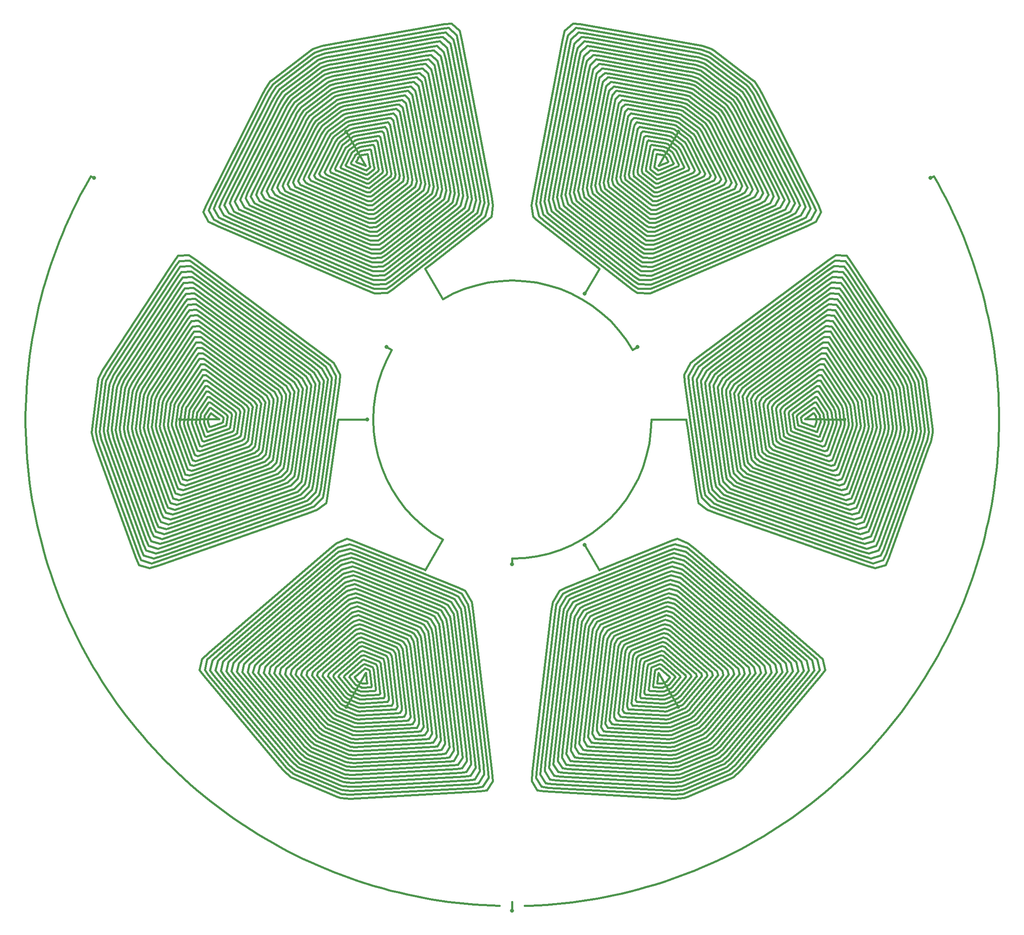
<source format=gbr>
%TF.GenerationSoftware,KiCad,Pcbnew,7.0.7*%
%TF.CreationDate,2023-10-11T13:59:45+05:30*%
%TF.ProjectId,Six-Wedge-100mm,5369782d-5765-4646-9765-2d3130306d6d,rev?*%
%TF.SameCoordinates,Original*%
%TF.FileFunction,Copper,L2,Bot*%
%TF.FilePolarity,Positive*%
%FSLAX46Y46*%
G04 Gerber Fmt 4.6, Leading zero omitted, Abs format (unit mm)*
G04 Created by KiCad (PCBNEW 7.0.7) date 2023-10-11 13:59:45*
%MOMM*%
%LPD*%
G01*
G04 APERTURE LIST*
%TA.AperFunction,ViaPad*%
%ADD10C,0.800000*%
%TD*%
%TA.AperFunction,Conductor*%
%ADD11C,0.400000*%
%TD*%
G04 APERTURE END LIST*
D10*
%TO.N,coils*%
X212521757Y-246849242D03*
X128170882Y-98949241D03*
X296872631Y-98949242D03*
X227146757Y-172980485D03*
X227146757Y-122317998D03*
X183271757Y-147649242D03*
X237853000Y-133024241D03*
X187190513Y-133024242D03*
X212521757Y-176899242D03*
X246021756Y-205672944D03*
X246021757Y-89625539D03*
X145521757Y-147649242D03*
X179021756Y-89625539D03*
X179021757Y-205672944D03*
X279521757Y-147649242D03*
%TD*%
D11*
%TO.N,coils*%
X127478062Y-98549241D02*
X128170882Y-98949241D01*
X127029463Y-99334568D02*
X127478062Y-98549241D01*
X126199276Y-100833972D02*
X127029463Y-99334568D01*
X125395385Y-102347638D02*
X126199276Y-100833972D01*
X124618032Y-103875102D02*
X125395385Y-102347638D01*
X123867456Y-105415901D02*
X124618032Y-103875102D01*
X123143886Y-106969564D02*
X123867456Y-105415901D01*
X122447540Y-108535618D02*
X123143886Y-106969564D01*
X121778632Y-110113587D02*
X122447540Y-108535618D01*
X121137365Y-111702990D02*
X121778632Y-110113587D01*
X120523935Y-113303343D02*
X121137365Y-111702990D01*
X119938528Y-114914157D02*
X120523935Y-113303343D01*
X119381323Y-116534943D02*
X119938528Y-114914157D01*
X118852489Y-118165206D02*
X119381323Y-116534943D01*
X118352188Y-119804451D02*
X118852489Y-118165206D01*
X117880572Y-121452178D02*
X118352188Y-119804451D01*
X117437784Y-123107884D02*
X117880572Y-121452178D01*
X117023960Y-124771066D02*
X117437784Y-123107884D01*
X116639226Y-126441217D02*
X117023960Y-124771066D01*
X116283698Y-128117828D02*
X116639226Y-126441217D01*
X115957486Y-129800388D02*
X116283698Y-128117828D01*
X115660687Y-131488385D02*
X115957486Y-129800388D01*
X115393394Y-133181306D02*
X115660687Y-131488385D01*
X115155687Y-134878633D02*
X115393394Y-133181306D01*
X114947638Y-136579850D02*
X115155687Y-134878633D01*
X114769312Y-138284439D02*
X114947638Y-136579850D01*
X114620761Y-139991881D02*
X114769312Y-138284439D01*
X114502033Y-141701655D02*
X114620761Y-139991881D01*
X114413162Y-143413241D02*
X114502033Y-141701655D01*
X114354176Y-145126117D02*
X114413162Y-143413241D01*
X114325093Y-146839762D02*
X114354176Y-145126117D01*
X114325921Y-148553653D02*
X114325093Y-146839762D01*
X114356661Y-150267269D02*
X114325921Y-148553653D01*
X114417303Y-151980088D02*
X114356661Y-150267269D01*
X114507829Y-153691587D02*
X114417303Y-151980088D01*
X114628210Y-155401245D02*
X114507829Y-153691587D01*
X114778411Y-157108543D02*
X114628210Y-155401245D01*
X114958385Y-158812959D02*
X114778411Y-157108543D01*
X115168078Y-160513974D02*
X114958385Y-158812959D01*
X115407426Y-162211071D02*
X115168078Y-160513974D01*
X115676356Y-163903731D02*
X115407426Y-162211071D01*
X115974786Y-165591441D02*
X115676356Y-163903731D01*
X116302625Y-167273685D02*
X115974786Y-165591441D01*
X116659774Y-168949952D02*
X116302625Y-167273685D01*
X117046123Y-170619730D02*
X116659774Y-168949952D01*
X117461554Y-172282511D02*
X117046123Y-170619730D01*
X117905942Y-173937789D02*
X117461554Y-172282511D01*
X118379151Y-175585058D02*
X117905942Y-173937789D01*
X118881037Y-177223819D02*
X118379151Y-175585058D01*
X119411446Y-178853570D02*
X118881037Y-177223819D01*
X119970218Y-180473816D02*
X119411446Y-178853570D01*
X120557182Y-182084064D02*
X119970218Y-180473816D01*
X121172159Y-183683823D02*
X120557182Y-182084064D01*
X121814962Y-185272605D02*
X121172159Y-183683823D01*
X122485396Y-186849926D02*
X121814962Y-185272605D01*
X123183255Y-188415307D02*
X122485396Y-186849926D01*
X123908327Y-189968270D02*
X123183255Y-188415307D01*
X124660393Y-191508342D02*
X123908327Y-189968270D01*
X125439221Y-193035055D02*
X124660393Y-191508342D01*
X126244576Y-194547942D02*
X125439221Y-193035055D01*
X127076211Y-196046543D02*
X126244576Y-194547942D01*
X127933875Y-197530403D02*
X127076211Y-196046543D01*
X128817304Y-198999068D02*
X127933875Y-197530403D01*
X129726231Y-200452091D02*
X128817304Y-198999068D01*
X130660378Y-201889030D02*
X129726231Y-200452091D01*
X131619460Y-203309447D02*
X130660378Y-201889030D01*
X132603187Y-204712909D02*
X131619460Y-203309447D01*
X133611257Y-206098990D02*
X132603187Y-204712909D01*
X134643364Y-207467266D02*
X133611257Y-206098990D01*
X135699194Y-208817320D02*
X134643364Y-207467266D01*
X136778425Y-210148743D02*
X135699194Y-208817320D01*
X137880727Y-211461127D02*
X136778425Y-210148743D01*
X139005767Y-212754074D02*
X137880727Y-211461127D01*
X140153199Y-214027189D02*
X139005767Y-212754074D01*
X141322676Y-215280085D02*
X140153199Y-214027189D01*
X142513841Y-216512380D02*
X141322676Y-215280085D01*
X143726331Y-217723698D02*
X142513841Y-216512380D01*
X144959777Y-218913671D02*
X143726331Y-217723698D01*
X146213803Y-220081936D02*
X144959777Y-218913671D01*
X147488027Y-221228138D02*
X146213803Y-220081936D01*
X148782061Y-222351927D02*
X147488027Y-221228138D01*
X150095510Y-223452960D02*
X148782061Y-222351927D01*
X151427975Y-224530903D02*
X150095510Y-223452960D01*
X152779050Y-225585427D02*
X151427975Y-224530903D01*
X154148323Y-226616211D02*
X152779050Y-225585427D01*
X155535377Y-227622941D02*
X154148323Y-226616211D01*
X156939790Y-228605310D02*
X155535377Y-227622941D01*
X158361134Y-229563019D02*
X156939790Y-228605310D01*
X159798975Y-230495776D02*
X158361134Y-229563019D01*
X161252877Y-231403298D02*
X159798975Y-230495776D01*
X162722395Y-232285307D02*
X161252877Y-231403298D01*
X164207083Y-233141535D02*
X162722395Y-232285307D01*
X165706487Y-233971722D02*
X164207083Y-233141535D01*
X167220153Y-234775613D02*
X165706487Y-233971722D01*
X168747617Y-235552966D02*
X167220153Y-234775613D01*
X170288416Y-236303542D02*
X168747617Y-235552966D01*
X171842079Y-237027112D02*
X170288416Y-236303542D01*
X173408133Y-237723458D02*
X171842079Y-237027112D01*
X174986102Y-238392366D02*
X173408133Y-237723458D01*
X176575505Y-239033633D02*
X174986102Y-238392366D01*
X178175858Y-239647063D02*
X176575505Y-239033633D01*
X179786672Y-240232470D02*
X178175858Y-239647063D01*
X181407458Y-240789675D02*
X179786672Y-240232470D01*
X183037721Y-241318509D02*
X181407458Y-240789675D01*
X184676966Y-241818810D02*
X183037721Y-241318509D01*
X186324693Y-242290426D02*
X184676966Y-241818810D01*
X187980399Y-242733214D02*
X186324693Y-242290426D01*
X189643581Y-243147038D02*
X187980399Y-242733214D01*
X191313732Y-243531772D02*
X189643581Y-243147038D01*
X192990343Y-243887300D02*
X191313732Y-243531772D01*
X194672903Y-244213512D02*
X192990343Y-243887300D01*
X196360900Y-244510311D02*
X194672903Y-244213512D01*
X198053821Y-244777604D02*
X196360900Y-244510311D01*
X199751148Y-245015311D02*
X198053821Y-244777604D01*
X201452365Y-245223360D02*
X199751148Y-245015311D01*
X203156954Y-245401686D02*
X201452365Y-245223360D01*
X204864396Y-245550237D02*
X203156954Y-245401686D01*
X206574170Y-245668965D02*
X204864396Y-245550237D01*
X208285756Y-245757836D02*
X206574170Y-245668965D01*
X209998632Y-245816822D02*
X208285756Y-245757836D01*
X212521757Y-246849242D02*
X212521757Y-245049242D01*
X215948887Y-245789421D02*
X215044881Y-245816822D01*
X217661147Y-245714662D02*
X215948887Y-245789421D01*
X219371842Y-245610031D02*
X217661147Y-245714662D01*
X221080450Y-245475561D02*
X219371842Y-245610031D01*
X222786452Y-245311292D02*
X221080450Y-245475561D01*
X224489326Y-245117274D02*
X222786452Y-245311292D01*
X226188555Y-244893566D02*
X224489326Y-245117274D01*
X227883621Y-244640237D02*
X226188555Y-244893566D01*
X229574008Y-244357363D02*
X227883621Y-244640237D01*
X231259200Y-244045031D02*
X229574008Y-244357363D01*
X232938685Y-243703336D02*
X231259200Y-244045031D01*
X234611950Y-243332382D02*
X232938685Y-243703336D01*
X236278487Y-242932282D02*
X234611950Y-243332382D01*
X237937787Y-242503158D02*
X236278487Y-242932282D01*
X239589345Y-242045140D02*
X237937787Y-242503158D01*
X241232658Y-241558369D02*
X239589345Y-242045140D01*
X242867225Y-241042991D02*
X241232658Y-241558369D01*
X244492549Y-240499166D02*
X242867225Y-241042991D01*
X246108135Y-239927057D02*
X244492549Y-240499166D01*
X247713489Y-239326839D02*
X246108135Y-239927057D01*
X249308124Y-238698696D02*
X247713489Y-239326839D01*
X250891553Y-238042818D02*
X249308124Y-238698696D01*
X252463295Y-237359405D02*
X250891553Y-238042818D01*
X254022870Y-236648666D02*
X252463295Y-237359405D01*
X255569803Y-235910817D02*
X254022870Y-236648666D01*
X257103624Y-235146082D02*
X255569803Y-235910817D01*
X258623864Y-234354695D02*
X257103624Y-235146082D01*
X260130061Y-233536897D02*
X258623864Y-234354695D01*
X261621757Y-232692936D02*
X260130061Y-233536897D01*
X263098495Y-231823070D02*
X261621757Y-232692936D01*
X264559828Y-230927565D02*
X263098495Y-231823070D01*
X266005310Y-230006691D02*
X264559828Y-230927565D01*
X267434500Y-229060731D02*
X266005310Y-230006691D01*
X268846963Y-228089972D02*
X267434500Y-229060731D01*
X270242268Y-227094710D02*
X268846963Y-228089972D01*
X271619992Y-226075249D02*
X270242268Y-227094710D01*
X272979713Y-225031898D02*
X271619992Y-226075249D01*
X274321019Y-223964975D02*
X272979713Y-225031898D01*
X275643500Y-222874806D02*
X274321019Y-223964975D01*
X276946753Y-221761722D02*
X275643500Y-222874806D01*
X278230382Y-220626063D02*
X276946753Y-221761722D01*
X279493995Y-219468175D02*
X278230382Y-220626063D01*
X280737208Y-218288410D02*
X279493995Y-219468175D01*
X281959642Y-217087127D02*
X280737208Y-218288410D01*
X283160925Y-215864693D02*
X281959642Y-217087127D01*
X284340690Y-214621480D02*
X283160925Y-215864693D01*
X285498578Y-213357867D02*
X284340690Y-214621480D01*
X286634237Y-212074238D02*
X285498578Y-213357867D01*
X287747321Y-210770985D02*
X286634237Y-212074238D01*
X288837490Y-209448504D02*
X287747321Y-210770985D01*
X289904413Y-208107198D02*
X288837490Y-209448504D01*
X290947764Y-206747477D02*
X289904413Y-208107198D01*
X291967225Y-205369753D02*
X290947764Y-206747477D01*
X292962487Y-203974448D02*
X291967225Y-205369753D01*
X293933246Y-202561985D02*
X292962487Y-203974448D01*
X294879206Y-201132795D02*
X293933246Y-202561985D01*
X295800080Y-199687313D02*
X294879206Y-201132795D01*
X296695585Y-198225980D02*
X295800080Y-199687313D01*
X297565451Y-196749242D02*
X296695585Y-198225980D01*
X298409412Y-195257546D02*
X297565451Y-196749242D01*
X299227210Y-193751349D02*
X298409412Y-195257546D01*
X300018597Y-192231109D02*
X299227210Y-193751349D01*
X300783332Y-190697288D02*
X300018597Y-192231109D01*
X301521181Y-189150355D02*
X300783332Y-190697288D01*
X302231920Y-187590780D02*
X301521181Y-189150355D01*
X302915333Y-186019038D02*
X302231920Y-187590780D01*
X303571211Y-184435609D02*
X302915333Y-186019038D01*
X304199354Y-182840974D02*
X303571211Y-184435609D01*
X304799572Y-181235620D02*
X304199354Y-182840974D01*
X305371681Y-179620034D02*
X304799572Y-181235620D01*
X305915506Y-177994710D02*
X305371681Y-179620034D01*
X306430884Y-176360143D02*
X305915506Y-177994710D01*
X306917655Y-174716830D02*
X306430884Y-176360143D01*
X307375673Y-173065272D02*
X306917655Y-174716830D01*
X307804797Y-171405972D02*
X307375673Y-173065272D01*
X308204897Y-169739435D02*
X307804797Y-171405972D01*
X308575851Y-168066170D02*
X308204897Y-169739435D01*
X308917546Y-166386685D02*
X308575851Y-168066170D01*
X309229878Y-164701493D02*
X308917546Y-166386685D01*
X309512752Y-163011106D02*
X309229878Y-164701493D01*
X309766081Y-161316040D02*
X309512752Y-163011106D01*
X309989789Y-159616811D02*
X309766081Y-161316040D01*
X310183807Y-157913937D02*
X309989789Y-159616811D01*
X310348076Y-156207935D02*
X310183807Y-157913937D01*
X310482546Y-154499327D02*
X310348076Y-156207935D01*
X310587177Y-152788632D02*
X310482546Y-154499327D01*
X310661936Y-151076372D02*
X310587177Y-152788632D01*
X310706800Y-149363068D02*
X310661936Y-151076372D01*
X310721757Y-147649242D02*
X310706800Y-149363068D01*
X310706800Y-145935415D02*
X310721757Y-147649242D01*
X310661936Y-144222111D02*
X310706800Y-145935415D01*
X310587177Y-142509851D02*
X310661936Y-144222111D01*
X310482546Y-140799156D02*
X310587177Y-142509851D01*
X310348076Y-139090548D02*
X310482546Y-140799156D01*
X310183807Y-137384546D02*
X310348076Y-139090548D01*
X309989789Y-135681672D02*
X310183807Y-137384546D01*
X309766081Y-133982443D02*
X309989789Y-135681672D01*
X309512752Y-132287377D02*
X309766081Y-133982443D01*
X309229878Y-130596990D02*
X309512752Y-132287377D01*
X308917546Y-128911798D02*
X309229878Y-130596990D01*
X308575851Y-127232313D02*
X308917546Y-128911798D01*
X308204897Y-125559048D02*
X308575851Y-127232313D01*
X307804797Y-123892511D02*
X308204897Y-125559048D01*
X307375673Y-122233211D02*
X307804797Y-123892511D01*
X306917655Y-120581653D02*
X307375673Y-122233211D01*
X306430884Y-118938340D02*
X306917655Y-120581653D01*
X305915506Y-117303773D02*
X306430884Y-118938340D01*
X305371681Y-115678449D02*
X305915506Y-117303773D01*
X304799572Y-114062863D02*
X305371681Y-115678449D01*
X304199354Y-112457509D02*
X304799572Y-114062863D01*
X303571211Y-110862874D02*
X304199354Y-112457509D01*
X302915333Y-109279445D02*
X303571211Y-110862874D01*
X302231920Y-107707703D02*
X302915333Y-109279445D01*
X301521181Y-106148128D02*
X302231920Y-107707703D01*
X300783332Y-104601195D02*
X301521181Y-106148128D01*
X300018597Y-103067374D02*
X300783332Y-104601195D01*
X299227210Y-101547134D02*
X300018597Y-103067374D01*
X298409412Y-100040937D02*
X299227210Y-101547134D01*
X297565451Y-98549242D02*
X298409412Y-100040937D01*
X296872631Y-98949242D02*
X297565451Y-98549242D01*
X236813769Y-133624242D02*
X237853000Y-133024241D01*
X235498971Y-131560422D02*
X236813769Y-133624242D01*
X234009303Y-129619049D02*
X235498971Y-131560422D01*
X232356102Y-127814896D02*
X234009303Y-129619049D01*
X230551949Y-126161695D02*
X232356102Y-127814896D01*
X228610576Y-124672027D02*
X230551949Y-126161695D01*
X226546757Y-123357229D02*
X228610576Y-124672027D01*
X224376199Y-122227308D02*
X226546757Y-123357229D01*
X222115422Y-121290863D02*
X224376199Y-122227308D01*
X219781631Y-120555022D02*
X222115422Y-121290863D01*
X217392588Y-120025384D02*
X219781631Y-120555022D01*
X214966475Y-119705980D02*
X217392588Y-120025384D01*
X212521757Y-119599242D02*
X214966475Y-119705980D01*
X210077038Y-119705980D02*
X212521757Y-119599242D01*
X207650925Y-120025384D02*
X210077038Y-119705980D01*
X205261882Y-120555022D02*
X207650925Y-120025384D01*
X202928091Y-121290863D02*
X205261882Y-120555022D01*
X200667314Y-122227308D02*
X202928091Y-121290863D01*
X198496757Y-123357229D02*
X200667314Y-122227308D01*
X188229744Y-133624242D02*
X187190513Y-133024242D01*
X187099823Y-135794799D02*
X188229744Y-133624242D01*
X186163378Y-138055576D02*
X187099823Y-135794799D01*
X185427537Y-140389367D02*
X186163378Y-138055576D01*
X184897899Y-142778410D02*
X185427537Y-140389367D01*
X184578495Y-145204523D02*
X184897899Y-142778410D01*
X184471757Y-147649242D02*
X184578495Y-145204523D01*
X184578495Y-150093960D02*
X184471757Y-147649242D01*
X184897899Y-152520073D02*
X184578495Y-150093960D01*
X185427537Y-154909116D02*
X184897899Y-152520073D01*
X186163378Y-157242907D02*
X185427537Y-154909116D01*
X187099823Y-159503684D02*
X186163378Y-157242907D01*
X188229744Y-161674242D02*
X187099823Y-159503684D01*
X189544542Y-163738061D02*
X188229744Y-161674242D01*
X191034210Y-165679434D02*
X189544542Y-163738061D01*
X192687411Y-167483587D02*
X191034210Y-165679434D01*
X194491564Y-169136788D02*
X192687411Y-167483587D01*
X196432937Y-170626456D02*
X194491564Y-169136788D01*
X198496757Y-171941254D02*
X196432937Y-170626456D01*
X212521757Y-175699242D02*
X212521757Y-176899242D01*
X214966475Y-175592503D02*
X212521757Y-175699242D01*
X217392588Y-175273099D02*
X214966475Y-175592503D01*
X219781631Y-174743461D02*
X217392588Y-175273099D01*
X222115422Y-174007620D02*
X219781631Y-174743461D01*
X224376199Y-173071175D02*
X222115422Y-174007620D01*
X226546757Y-171941254D02*
X224376199Y-173071175D01*
X228610576Y-170626456D02*
X226546757Y-171941254D01*
X230551949Y-169136788D02*
X228610576Y-170626456D01*
X232356102Y-167483587D02*
X230551949Y-169136788D01*
X234009303Y-165679434D02*
X232356102Y-167483587D01*
X235498971Y-163738061D02*
X234009303Y-165679434D01*
X236813769Y-161674242D02*
X235498971Y-163738061D01*
X237943690Y-159503684D02*
X236813769Y-161674242D01*
X238880135Y-157242907D02*
X237943690Y-159503684D01*
X239615976Y-154909116D02*
X238880135Y-157242907D01*
X240145614Y-152520073D02*
X239615976Y-154909116D01*
X240465018Y-150093960D02*
X240145614Y-152520073D01*
X240571757Y-147649242D02*
X240465018Y-150093960D01*
X230071756Y-178046733D02*
X227146757Y-172980485D01*
X230113094Y-178030069D02*
X230071756Y-178046733D01*
X230857173Y-177730107D02*
X230113094Y-178030069D01*
X231642590Y-177413481D02*
X230857173Y-177730107D01*
X245036014Y-172014174D02*
X231642590Y-177413481D01*
X245896417Y-171762082D02*
X245036014Y-172014174D01*
X247990233Y-172623743D02*
X245896417Y-171762082D01*
X249456293Y-173833236D02*
X247990233Y-172623743D01*
X273751559Y-194742438D02*
X249456293Y-173833236D01*
X275129048Y-196024733D02*
X273751559Y-194742438D01*
X275628593Y-198196830D02*
X275129048Y-196024733D01*
X274806153Y-199327977D02*
X275628593Y-198196830D01*
X259502685Y-217516527D02*
X274806153Y-199327977D01*
X258577646Y-218594731D02*
X259502685Y-217516527D01*
X257230404Y-219813844D02*
X258577646Y-218594731D01*
X256658508Y-220090211D02*
X257230404Y-219813844D01*
X247711624Y-223845704D02*
X256658508Y-220090211D01*
X247110694Y-224061660D02*
X247711624Y-223845704D01*
X245240837Y-224193387D02*
X247110694Y-224061660D01*
X243764149Y-224123793D02*
X245240837Y-224193387D01*
X219053607Y-222739378D02*
X243764149Y-224123793D01*
X217616221Y-222558315D02*
X219053607Y-222739378D01*
X216453816Y-220683608D02*
X217616221Y-222558315D01*
X216599641Y-218781663D02*
X216453816Y-220683608D01*
X220386892Y-186421357D02*
X216599641Y-218781663D01*
X220673049Y-184497858D02*
X220386892Y-186421357D01*
X222036622Y-182235185D02*
X220673049Y-184497858D01*
X223265546Y-181644602D02*
X222036622Y-182235185D01*
X244022608Y-173276783D02*
X223265546Y-181644602D01*
X245312424Y-172848543D02*
X244022608Y-173276783D01*
X247772054Y-173508040D02*
X245312424Y-172848543D01*
X249215159Y-174669056D02*
X247772054Y-173508040D01*
X272731434Y-194907837D02*
X249215159Y-174669056D01*
X274064806Y-196148957D02*
X272731434Y-194907837D01*
X274549225Y-198250350D02*
X274064806Y-196148957D01*
X273754096Y-199344110D02*
X274549225Y-198250350D01*
X258957361Y-216930397D02*
X273754096Y-199344110D01*
X258062911Y-217972915D02*
X258957361Y-216930397D01*
X256759553Y-219151966D02*
X258062911Y-217972915D01*
X256205827Y-219419504D02*
X256759553Y-219151966D01*
X247542121Y-223056132D02*
X256205827Y-219419504D01*
X246960347Y-223265261D02*
X247542121Y-223056132D01*
X245152115Y-223392955D02*
X246960347Y-223265261D01*
X243724742Y-223325708D02*
X245152115Y-223392955D01*
X219840274Y-221987573D02*
X243724742Y-223325708D01*
X218450949Y-221812490D02*
X219840274Y-221987573D01*
X217327560Y-219999118D02*
X218450949Y-221812490D01*
X217468674Y-218159345D02*
X217327560Y-219999118D01*
X221132132Y-186856796D02*
X217468674Y-218159345D01*
X221408828Y-184996213D02*
X221132132Y-186856796D01*
X222725902Y-182808277D02*
X221408828Y-184996213D01*
X223912621Y-182237819D02*
X222725902Y-182808277D01*
X243956484Y-174157512D02*
X223912621Y-182237819D01*
X245202072Y-173744063D02*
X243956484Y-174157512D01*
X247578803Y-174382288D02*
X245202072Y-173744063D01*
X248974026Y-175504876D02*
X247578803Y-174382288D01*
X271711310Y-195073235D02*
X248974026Y-175504876D01*
X273000564Y-196273182D02*
X271711310Y-195073235D01*
X273469857Y-198303870D02*
X273000564Y-196273182D01*
X272702040Y-199360242D02*
X273469857Y-198303870D01*
X258412036Y-216344266D02*
X272702040Y-199360242D01*
X257548176Y-217351100D02*
X258412036Y-216344266D01*
X256288702Y-218490088D02*
X257548176Y-217351100D01*
X255753146Y-218748797D02*
X256288702Y-218490088D01*
X247372617Y-222266559D02*
X255753146Y-218748797D01*
X246809999Y-222468861D02*
X247372617Y-222266559D01*
X245063392Y-222592522D02*
X246809999Y-222468861D01*
X243685336Y-222527623D02*
X245063392Y-222592522D01*
X220626942Y-221235769D02*
X243685336Y-222527623D01*
X219285677Y-221066664D02*
X220626942Y-221235769D01*
X218201303Y-219314629D02*
X219285677Y-221066664D01*
X218337708Y-217537027D02*
X218201303Y-219314629D01*
X221877373Y-187292234D02*
X218337708Y-217537027D01*
X222144608Y-185494568D02*
X221877373Y-187292234D01*
X223415182Y-183381368D02*
X222144608Y-185494568D01*
X224559695Y-182831035D02*
X223415182Y-183381368D01*
X243890360Y-175038241D02*
X224559695Y-182831035D01*
X245091721Y-174639583D02*
X243890360Y-175038241D01*
X247385552Y-175256536D02*
X245091721Y-174639583D01*
X248732892Y-176340696D02*
X247385552Y-175256536D01*
X270691185Y-195238633D02*
X248732892Y-176340696D01*
X271936322Y-196397406D02*
X270691185Y-195238633D01*
X272390490Y-198357389D02*
X271936322Y-196397406D01*
X271649984Y-199376375D02*
X272390490Y-198357389D01*
X257866711Y-215758136D02*
X271649984Y-199376375D01*
X257033441Y-216729285D02*
X257866711Y-215758136D01*
X255817851Y-217828210D02*
X257033441Y-216729285D01*
X255300465Y-218078089D02*
X255817851Y-217828210D01*
X247203114Y-221476987D02*
X255300465Y-218078089D01*
X246659651Y-221672461D02*
X247203114Y-221476987D01*
X244974669Y-221792090D02*
X246659651Y-221672461D01*
X243645930Y-221729538D02*
X244974669Y-221792090D01*
X221413610Y-220483965D02*
X243645930Y-221729538D01*
X220120405Y-220320839D02*
X221413610Y-220483965D01*
X219075047Y-218630139D02*
X220120405Y-220320839D01*
X219206742Y-216914709D02*
X219075047Y-218630139D01*
X222622613Y-187727672D02*
X219206742Y-216914709D01*
X222880388Y-185992922D02*
X222622613Y-187727672D01*
X224104462Y-183954460D02*
X222880388Y-185992922D01*
X225206770Y-183424252D02*
X224104462Y-183954460D01*
X243824236Y-175918971D02*
X225206770Y-183424252D01*
X244981370Y-175535104D02*
X243824236Y-175918971D01*
X247192301Y-176130783D02*
X244981370Y-175535104D01*
X248491759Y-177176516D02*
X247192301Y-176130783D01*
X269671060Y-195404031D02*
X248491759Y-177176516D01*
X270872079Y-196521631D02*
X269671060Y-195404031D01*
X271311122Y-198410909D02*
X270872079Y-196521631D01*
X270597927Y-199392508D02*
X271311122Y-198410909D01*
X257321387Y-215172005D02*
X270597927Y-199392508D01*
X256518706Y-216107470D02*
X257321387Y-215172005D01*
X255347000Y-217166332D02*
X256518706Y-216107470D01*
X254847784Y-217407382D02*
X255347000Y-217166332D01*
X247033610Y-220687415D02*
X254847784Y-217407382D01*
X246509303Y-220876061D02*
X247033610Y-220687415D01*
X244885946Y-220991658D02*
X246509303Y-220876061D01*
X243606524Y-220931453D02*
X244885946Y-220991658D01*
X222200277Y-219732161D02*
X243606524Y-220931453D01*
X220955133Y-219575014D02*
X222200277Y-219732161D01*
X219948791Y-217945649D02*
X220955133Y-219575014D01*
X220075776Y-216292391D02*
X219948791Y-217945649D01*
X223367854Y-188163110D02*
X220075776Y-216292391D01*
X223616168Y-186491277D02*
X223367854Y-188163110D01*
X224793743Y-184527552D02*
X223616168Y-186491277D01*
X225853845Y-184017469D02*
X224793743Y-184527552D01*
X243758113Y-176799700D02*
X225853845Y-184017469D01*
X244871018Y-176430624D02*
X243758113Y-176799700D01*
X246999050Y-177005031D02*
X244871018Y-176430624D01*
X248250625Y-178012337D02*
X246999050Y-177005031D01*
X268650936Y-195569429D02*
X248250625Y-178012337D01*
X269807837Y-196645855D02*
X268650936Y-195569429D01*
X270231754Y-198464429D02*
X269807837Y-196645855D01*
X269545871Y-199408640D02*
X270231754Y-198464429D01*
X256776062Y-214585875D02*
X269545871Y-199408640D01*
X256003971Y-215485654D02*
X256776062Y-214585875D01*
X254876149Y-216504454D02*
X256003971Y-215485654D01*
X254395103Y-216736675D02*
X254876149Y-216504454D01*
X246864107Y-219897843D02*
X254395103Y-216736675D01*
X246358955Y-220079661D02*
X246864107Y-219897843D01*
X244797223Y-220191226D02*
X246358955Y-220079661D01*
X243567118Y-220133368D02*
X244797223Y-220191226D01*
X222986945Y-218980357D02*
X243567118Y-220133368D01*
X221789862Y-218829188D02*
X222986945Y-218980357D01*
X220822534Y-217261159D02*
X221789862Y-218829188D01*
X220944810Y-215670072D02*
X220822534Y-217261159D01*
X224113094Y-188598549D02*
X220944810Y-215670072D01*
X224351948Y-186989631D02*
X224113094Y-188598549D01*
X225483023Y-185100644D02*
X224351948Y-186989631D01*
X226500920Y-184610686D02*
X225483023Y-185100644D01*
X243691989Y-177680429D02*
X226500920Y-184610686D01*
X244760667Y-177326145D02*
X243691989Y-177680429D01*
X246805800Y-177879279D02*
X244760667Y-177326145D01*
X248009491Y-178848157D02*
X246805800Y-177879279D01*
X267630811Y-195734827D02*
X248009491Y-178848157D01*
X268743595Y-196770079D02*
X267630811Y-195734827D01*
X269152386Y-198517948D02*
X268743595Y-196770079D01*
X268493815Y-199424773D02*
X269152386Y-198517948D01*
X256230737Y-213999744D02*
X268493815Y-199424773D01*
X255489236Y-214863839D02*
X256230737Y-213999744D01*
X254405298Y-215842577D02*
X255489236Y-214863839D01*
X253942422Y-216065968D02*
X254405298Y-215842577D01*
X246694603Y-219108271D02*
X253942422Y-216065968D01*
X246208607Y-219283262D02*
X246694603Y-219108271D01*
X244708501Y-219390793D02*
X246208607Y-219283262D01*
X243527711Y-219335282D02*
X244708501Y-219390793D01*
X223773612Y-218228553D02*
X243527711Y-219335282D01*
X222624590Y-218083363D02*
X223773612Y-218228553D01*
X221696278Y-216576669D02*
X222624590Y-218083363D01*
X221813844Y-215047754D02*
X221696278Y-216576669D01*
X224858335Y-189033987D02*
X221813844Y-215047754D01*
X225087728Y-187487986D02*
X224858335Y-189033987D01*
X226172303Y-185673735D02*
X225087728Y-187487986D01*
X227147995Y-185203902D02*
X226172303Y-185673735D01*
X243625865Y-178561159D02*
X227147995Y-185203902D01*
X244650316Y-178221665D02*
X243625865Y-178561159D01*
X246612549Y-178753526D02*
X244650316Y-178221665D01*
X247768358Y-179683977D02*
X246612549Y-178753526D01*
X266610686Y-195900225D02*
X247768358Y-179683977D01*
X267679353Y-196894304D02*
X266610686Y-195900225D01*
X268073018Y-198571468D02*
X267679353Y-196894304D01*
X267441758Y-199440906D02*
X268073018Y-198571468D01*
X255685413Y-213413614D02*
X267441758Y-199440906D01*
X254974501Y-214242024D02*
X255685413Y-213413614D01*
X253934447Y-215180699D02*
X254974501Y-214242024D01*
X253489741Y-215395260D02*
X253934447Y-215180699D01*
X246525099Y-218318699D02*
X253489741Y-215395260D01*
X246058259Y-218486862D02*
X246525099Y-218318699D01*
X244619778Y-218590361D02*
X246058259Y-218486862D01*
X243488305Y-218537197D02*
X244619778Y-218590361D01*
X224560280Y-217476749D02*
X243488305Y-218537197D01*
X223459318Y-217337538D02*
X224560280Y-217476749D01*
X222570022Y-215892179D02*
X223459318Y-217337538D01*
X222682877Y-214425436D02*
X222570022Y-215892179D01*
X225603575Y-189469425D02*
X222682877Y-214425436D01*
X225823507Y-187986341D02*
X225603575Y-189469425D01*
X226861583Y-186246827D02*
X225823507Y-187986341D01*
X227795070Y-185797119D02*
X226861583Y-186246827D01*
X243559742Y-179441888D02*
X227795070Y-185797119D01*
X244539964Y-179117186D02*
X243559742Y-179441888D01*
X246419298Y-179627774D02*
X244539964Y-179117186D01*
X247527224Y-180519797D02*
X246419298Y-179627774D01*
X265590562Y-196065624D02*
X247527224Y-180519797D01*
X266615111Y-197018528D02*
X265590562Y-196065624D01*
X266993651Y-198624988D02*
X266615111Y-197018528D01*
X266389702Y-199457038D02*
X266993651Y-198624988D01*
X255140088Y-212827483D02*
X266389702Y-199457038D01*
X254459767Y-213620209D02*
X255140088Y-212827483D01*
X253463595Y-214518821D02*
X254459767Y-213620209D01*
X253037060Y-214724553D02*
X253463595Y-214518821D01*
X246355596Y-217529126D02*
X253037060Y-214724553D01*
X245907911Y-217690462D02*
X246355596Y-217529126D01*
X244531055Y-217789929D02*
X245907911Y-217690462D01*
X243448899Y-217739112D02*
X244531055Y-217789929D01*
X225346948Y-216724945D02*
X243448899Y-217739112D01*
X224294046Y-216591712D02*
X225346948Y-216724945D01*
X223443766Y-215207689D02*
X224294046Y-216591712D01*
X223551911Y-213803118D02*
X223443766Y-215207689D01*
X226348816Y-189904864D02*
X223551911Y-213803118D01*
X226559287Y-188484695D02*
X226348816Y-189904864D01*
X227550864Y-186819919D02*
X226559287Y-188484695D01*
X228442144Y-186390336D02*
X227550864Y-186819919D01*
X243493618Y-180322617D02*
X228442144Y-186390336D01*
X244429613Y-180012706D02*
X243493618Y-180322617D01*
X246226047Y-180502022D02*
X244429613Y-180012706D01*
X247286091Y-181355617D02*
X246226047Y-180502022D01*
X264570437Y-196231022D02*
X247286091Y-181355617D01*
X265550868Y-197142753D02*
X264570437Y-196231022D01*
X265914283Y-198678508D02*
X265550868Y-197142753D01*
X265337646Y-199473171D02*
X265914283Y-198678508D01*
X254594763Y-212241353D02*
X265337646Y-199473171D01*
X253945032Y-212998393D02*
X254594763Y-212241353D01*
X252992744Y-213856943D02*
X253945032Y-212998393D01*
X252584379Y-214053846D02*
X252992744Y-213856943D01*
X246186092Y-216739554D02*
X252584379Y-214053846D01*
X245757563Y-216894062D02*
X246186092Y-216739554D01*
X244442332Y-216989497D02*
X245757563Y-216894062D01*
X243409493Y-216941027D02*
X244442332Y-216989497D01*
X226133615Y-215973141D02*
X243409493Y-216941027D01*
X225128774Y-215845887D02*
X226133615Y-215973141D01*
X224317509Y-214523199D02*
X225128774Y-215845887D01*
X224420945Y-213180800D02*
X224317509Y-214523199D01*
X227094057Y-190340302D02*
X224420945Y-213180800D01*
X227295067Y-188983050D02*
X227094057Y-190340302D01*
X228240144Y-187393011D02*
X227295067Y-188983050D01*
X229089219Y-186983553D02*
X228240144Y-187393011D01*
X243427494Y-181203347D02*
X229089219Y-186983553D01*
X244319261Y-180908226D02*
X243427494Y-181203347D01*
X246032796Y-181376270D02*
X244319261Y-180908226D01*
X247044957Y-182191438D02*
X246032796Y-181376270D01*
X263550312Y-196396420D02*
X247044957Y-182191438D01*
X264486626Y-197266977D02*
X263550312Y-196396420D01*
X264834915Y-198732027D02*
X264486626Y-197266977D01*
X264285590Y-199489303D02*
X264834915Y-198732027D01*
X254049439Y-211655222D02*
X264285590Y-199489303D01*
X253430297Y-212376578D02*
X254049439Y-211655222D01*
X252521893Y-213195065D02*
X253430297Y-212376578D01*
X252131698Y-213383139D02*
X252521893Y-213195065D01*
X246016589Y-215949982D02*
X252131698Y-213383139D01*
X245607216Y-216097662D02*
X246016589Y-215949982D01*
X244353609Y-216189064D02*
X245607216Y-216097662D01*
X243370086Y-216142942D02*
X244353609Y-216189064D01*
X226920283Y-215221337D02*
X243370086Y-216142942D01*
X225963502Y-215100061D02*
X226920283Y-215221337D01*
X225191253Y-213838709D02*
X225963502Y-215100061D01*
X225289979Y-212558481D02*
X225191253Y-213838709D01*
X227839297Y-190775740D02*
X225289979Y-212558481D01*
X228030847Y-189481404D02*
X227839297Y-190775740D01*
X228929424Y-187966103D02*
X228030847Y-189481404D01*
X229736294Y-187576769D02*
X228929424Y-187966103D01*
X243361370Y-182084076D02*
X229736294Y-187576769D01*
X244208910Y-181803747D02*
X243361370Y-182084076D01*
X245839546Y-182250517D02*
X244208910Y-181803747D01*
X246803823Y-183027258D02*
X245839546Y-182250517D01*
X262530188Y-196561818D02*
X246803823Y-183027258D01*
X263422384Y-197391202D02*
X262530188Y-196561818D01*
X263755547Y-198785547D02*
X263422384Y-197391202D01*
X263233533Y-199505436D02*
X263755547Y-198785547D01*
X253504114Y-211069092D02*
X263233533Y-199505436D01*
X252915562Y-211754763D02*
X253504114Y-211069092D01*
X252051042Y-212533187D02*
X252915562Y-211754763D01*
X251679017Y-212712431D02*
X252051042Y-212533187D01*
X245847085Y-215160410D02*
X251679017Y-212712431D01*
X245456868Y-215301262D02*
X245847085Y-215160410D01*
X244264886Y-215388632D02*
X245456868Y-215301262D01*
X243330680Y-215344857D02*
X244264886Y-215388632D01*
X227706950Y-214469533D02*
X243330680Y-215344857D01*
X226798230Y-214354236D02*
X227706950Y-214469533D01*
X226064997Y-213154219D02*
X226798230Y-214354236D01*
X226159013Y-211936163D02*
X226064997Y-213154219D01*
X228584538Y-191211178D02*
X226159013Y-211936163D01*
X228766627Y-189979759D02*
X228584538Y-191211178D01*
X229618705Y-188539194D02*
X228766627Y-189979759D01*
X230383369Y-188169986D02*
X229618705Y-188539194D01*
X243295247Y-182964805D02*
X230383369Y-188169986D01*
X244098559Y-182699267D02*
X243295247Y-182964805D01*
X245646295Y-183124765D02*
X244098559Y-182699267D01*
X246562690Y-183863078D02*
X245646295Y-183124765D01*
X261510063Y-196727216D02*
X246562690Y-183863078D01*
X262358142Y-197515426D02*
X261510063Y-196727216D01*
X262676180Y-198839067D02*
X262358142Y-197515426D01*
X262181477Y-199521569D02*
X262676180Y-198839067D01*
X252958789Y-210482961D02*
X262181477Y-199521569D01*
X252400827Y-211132948D02*
X252958789Y-210482961D01*
X251580191Y-211871309D02*
X252400827Y-211132948D01*
X251226336Y-212041724D02*
X251580191Y-211871309D01*
X245677581Y-214370838D02*
X251226336Y-212041724D01*
X245306520Y-214504863D02*
X245677581Y-214370838D01*
X244176164Y-214588200D02*
X245306520Y-214504863D01*
X243291274Y-214546772D02*
X244176164Y-214588200D01*
X228493618Y-213717729D02*
X243291274Y-214546772D01*
X227632958Y-213608411D02*
X228493618Y-213717729D01*
X226938740Y-212469729D02*
X227632958Y-213608411D01*
X227028047Y-211313845D02*
X226938740Y-212469729D01*
X229329778Y-191646617D02*
X227028047Y-211313845D01*
X229502406Y-190478114D02*
X229329778Y-191646617D01*
X230307985Y-189112286D02*
X229502406Y-190478114D01*
X231030444Y-188763203D02*
X230307985Y-189112286D01*
X243229123Y-183845535D02*
X231030444Y-188763203D01*
X243988207Y-183594788D02*
X243229123Y-183845535D01*
X245453044Y-183999013D02*
X243988207Y-183594788D01*
X246321556Y-184698898D02*
X245453044Y-183999013D01*
X260489938Y-196892614D02*
X246321556Y-184698898D01*
X261293899Y-197639651D02*
X260489938Y-196892614D01*
X261596812Y-198892586D02*
X261293899Y-197639651D01*
X261129421Y-199537701D02*
X261596812Y-198892586D01*
X252413465Y-209896831D02*
X261129421Y-199537701D01*
X251886092Y-210511132D02*
X252413465Y-209896831D01*
X251109340Y-211209431D02*
X251886092Y-210511132D01*
X250773655Y-211371017D02*
X251109340Y-211209431D01*
X245508078Y-213581265D02*
X250773655Y-211371017D01*
X245156172Y-213708463D02*
X245508078Y-213581265D01*
X244087441Y-213787768D02*
X245156172Y-213708463D01*
X243251868Y-213748687D02*
X244087441Y-213787768D01*
X229280286Y-212965925D02*
X243251868Y-213748687D01*
X228467687Y-212862585D02*
X229280286Y-212965925D01*
X227812484Y-211785239D02*
X228467687Y-212862585D01*
X227897081Y-210691527D02*
X227812484Y-211785239D01*
X230075019Y-192082055D02*
X227897081Y-210691527D01*
X230238186Y-190976468D02*
X230075019Y-192082055D01*
X230997265Y-189685378D02*
X230238186Y-190976468D01*
X231677518Y-189356420D02*
X230997265Y-189685378D01*
X243162999Y-184726264D02*
X231677518Y-189356420D01*
X243877856Y-184490308D02*
X243162999Y-184726264D01*
X245259793Y-184873260D02*
X243877856Y-184490308D01*
X246080423Y-185534718D02*
X245259793Y-184873260D01*
X259469814Y-197058012D02*
X246080423Y-185534718D01*
X260229657Y-197763875D02*
X259469814Y-197058012D01*
X260517444Y-198946106D02*
X260229657Y-197763875D01*
X260077364Y-199553834D02*
X260517444Y-198946106D01*
X251868140Y-209310700D02*
X260077364Y-199553834D01*
X251371357Y-209889317D02*
X251868140Y-209310700D01*
X250638489Y-210547553D02*
X251371357Y-209889317D01*
X250320974Y-210700310D02*
X250638489Y-210547553D01*
X245338574Y-212791693D02*
X250320974Y-210700310D01*
X245005824Y-212912063D02*
X245338574Y-212791693D01*
X243998718Y-212987335D02*
X245005824Y-212912063D01*
X243212462Y-212950602D02*
X243998718Y-212987335D01*
X230066953Y-212214121D02*
X243212462Y-212950602D01*
X229302415Y-212116760D02*
X230066953Y-212214121D01*
X228686228Y-211100749D02*
X229302415Y-212116760D01*
X228766114Y-210069209D02*
X228686228Y-211100749D01*
X230820259Y-192517493D02*
X228766114Y-210069209D01*
X230973966Y-191474823D02*
X230820259Y-192517493D01*
X231686545Y-190258470D02*
X230973966Y-191474823D01*
X232324593Y-189949636D02*
X231686545Y-190258470D01*
X243096876Y-185606993D02*
X232324593Y-189949636D01*
X243767505Y-185385829D02*
X243096876Y-185606993D01*
X245066543Y-185747508D02*
X243767505Y-185385829D01*
X245839289Y-186370539D02*
X245066543Y-185747508D01*
X258449689Y-197223411D02*
X245839289Y-186370539D01*
X259165415Y-197888099D02*
X258449689Y-197223411D01*
X259438076Y-198999626D02*
X259165415Y-197888099D01*
X259025308Y-199569966D02*
X259438076Y-198999626D01*
X251322815Y-208724570D02*
X259025308Y-199569966D01*
X250856622Y-209267502D02*
X251322815Y-208724570D01*
X250167638Y-209885675D02*
X250856622Y-209267502D01*
X249868293Y-210029603D02*
X250167638Y-209885675D01*
X245169071Y-212002121D02*
X249868293Y-210029603D01*
X244855476Y-212115663D02*
X245169071Y-212002121D01*
X243909995Y-212186903D02*
X244855476Y-212115663D01*
X243173055Y-212152517D02*
X243909995Y-212186903D01*
X230853621Y-211462317D02*
X243173055Y-212152517D01*
X230137143Y-211370935D02*
X230853621Y-211462317D01*
X229559972Y-210416259D02*
X230137143Y-211370935D01*
X229635148Y-209446890D02*
X229559972Y-210416259D01*
X231565500Y-192952932D02*
X229635148Y-209446890D01*
X231709746Y-191973177D02*
X231565500Y-192952932D01*
X232375826Y-190831561D02*
X231709746Y-191973177D01*
X232971668Y-190542853D02*
X232375826Y-190831561D01*
X243030752Y-186487723D02*
X232971668Y-190542853D01*
X243657153Y-186281349D02*
X243030752Y-186487723D01*
X244873292Y-186621756D02*
X243657153Y-186281349D01*
X245598155Y-187206359D02*
X244873292Y-186621756D01*
X257429565Y-197388809D02*
X245598155Y-187206359D01*
X258101173Y-198012324D02*
X257429565Y-197388809D01*
X258358709Y-199053146D02*
X258101173Y-198012324D01*
X257973252Y-199586099D02*
X258358709Y-199053146D01*
X250777491Y-208138439D02*
X257973252Y-199586099D01*
X250341887Y-208645686D02*
X250777491Y-208138439D01*
X249696787Y-209223797D02*
X250341887Y-208645686D01*
X249415612Y-209358895D02*
X249696787Y-209223797D01*
X244999567Y-211212549D02*
X249415612Y-209358895D01*
X244705128Y-211319263D02*
X244999567Y-211212549D01*
X243821272Y-211386471D02*
X244705128Y-211319263D01*
X243133649Y-211354431D02*
X243821272Y-211386471D01*
X231640289Y-210710512D02*
X243133649Y-211354431D01*
X230971871Y-210625109D02*
X231640289Y-210710512D01*
X230433715Y-209731769D02*
X230971871Y-210625109D01*
X230504182Y-208824572D02*
X230433715Y-209731769D01*
X232310740Y-193388370D02*
X230504182Y-208824572D01*
X232445526Y-192471532D02*
X232310740Y-193388370D01*
X233065106Y-191404653D02*
X232445526Y-192471532D01*
X233618743Y-191136070D02*
X233065106Y-191404653D01*
X242964628Y-187368452D02*
X233618743Y-191136070D01*
X243546802Y-187176869D02*
X242964628Y-187368452D01*
X244680041Y-187496003D02*
X243546802Y-187176869D01*
X245357022Y-188042179D02*
X244680041Y-187496003D01*
X256409440Y-197554207D02*
X245357022Y-188042179D01*
X257036930Y-198136548D02*
X256409440Y-197554207D01*
X257279341Y-199106665D02*
X257036930Y-198136548D01*
X256921195Y-199602232D02*
X257279341Y-199106665D01*
X250232166Y-207552309D02*
X256921195Y-199602232D01*
X249827152Y-208023871D02*
X250232166Y-207552309D01*
X249225936Y-208561919D02*
X249827152Y-208023871D01*
X248962931Y-208688188D02*
X249225936Y-208561919D01*
X244830064Y-210422977D02*
X248962931Y-208688188D01*
X244554780Y-210522864D02*
X244830064Y-210422977D01*
X243732550Y-210586039D02*
X244554780Y-210522864D01*
X243094243Y-210556346D02*
X243732550Y-210586039D01*
X232426956Y-209958708D02*
X243094243Y-210556346D01*
X231806599Y-209879284D02*
X232426956Y-209958708D01*
X231307459Y-209047279D02*
X231806599Y-209879284D01*
X231373216Y-208202254D02*
X231307459Y-209047279D01*
X233055981Y-193823808D02*
X231373216Y-208202254D01*
X233181306Y-192969887D02*
X233055981Y-193823808D01*
X233754386Y-191977745D02*
X233181306Y-192969887D01*
X234265818Y-191729287D02*
X233754386Y-191977745D01*
X242898505Y-188249181D02*
X234265818Y-191729287D01*
X243436450Y-188072390D02*
X242898505Y-188249181D01*
X244486790Y-188370251D02*
X243436450Y-188072390D01*
X245115888Y-188877999D02*
X244486790Y-188370251D01*
X255389315Y-197719605D02*
X245115888Y-188877999D01*
X255972688Y-198260773D02*
X255389315Y-197719605D01*
X256199973Y-199160185D02*
X255972688Y-198260773D01*
X255869139Y-199618364D02*
X256199973Y-199160185D01*
X249686841Y-206966178D02*
X255869139Y-199618364D01*
X249312417Y-207402056D02*
X249686841Y-206966178D01*
X248755085Y-207900041D02*
X249312417Y-207402056D01*
X248510250Y-208017481D02*
X248755085Y-207900041D01*
X244660560Y-209633405D02*
X248510250Y-208017481D01*
X244404432Y-209726464D02*
X244660560Y-209633405D01*
X243643827Y-209785606D02*
X244404432Y-209726464D01*
X243054837Y-209758261D02*
X243643827Y-209785606D01*
X233213624Y-209206904D02*
X243054837Y-209758261D01*
X232641327Y-209133458D02*
X233213624Y-209206904D01*
X232181203Y-208362789D02*
X232641327Y-209133458D01*
X232242250Y-207579936D02*
X232181203Y-208362789D01*
X233801221Y-194259246D02*
X232242250Y-207579936D01*
X233917085Y-193468241D02*
X233801221Y-194259246D01*
X234443666Y-192550837D02*
X233917085Y-193468241D01*
X234912893Y-192322503D02*
X234443666Y-192550837D01*
X242832381Y-189129911D02*
X234912893Y-192322503D01*
X243326099Y-188967910D02*
X242832381Y-189129911D01*
X244293539Y-189244499D02*
X243326099Y-188967910D01*
X244874755Y-189713819D02*
X244293539Y-189244499D01*
X254369191Y-197885003D02*
X244874755Y-189713819D01*
X254908446Y-198384997D02*
X254369191Y-197885003D01*
X255120605Y-199213705D02*
X254908446Y-198384997D01*
X254817083Y-199634497D02*
X255120605Y-199213705D01*
X249141517Y-206380048D02*
X254817083Y-199634497D01*
X248797682Y-206780241D02*
X249141517Y-206380048D01*
X248284234Y-207238163D02*
X248797682Y-206780241D01*
X248057569Y-207346774D02*
X248284234Y-207238163D01*
X244491056Y-208843832D02*
X248057569Y-207346774D01*
X244254085Y-208930064D02*
X244491056Y-208843832D01*
X243555104Y-208985174D02*
X244254085Y-208930064D01*
X243015431Y-208960176D02*
X243555104Y-208985174D01*
X234000291Y-208455100D02*
X243015431Y-208960176D01*
X233476055Y-208387633D02*
X234000291Y-208455100D01*
X233054946Y-207678299D02*
X233476055Y-208387633D01*
X233111284Y-206957618D02*
X233054946Y-207678299D01*
X234546462Y-194694685D02*
X233111284Y-206957618D01*
X234652865Y-193966596D02*
X234546462Y-194694685D01*
X235132947Y-193123928D02*
X234652865Y-193966596D01*
X235559967Y-192915720D02*
X235132947Y-193123928D01*
X242766257Y-190010640D02*
X235559967Y-192915720D01*
X243215748Y-189863431D02*
X242766257Y-190010640D01*
X244100289Y-190118746D02*
X243215748Y-189863431D01*
X244633621Y-190549640D02*
X244100289Y-190118746D01*
X253349066Y-198050401D02*
X244633621Y-190549640D01*
X253844204Y-198509222D02*
X253349066Y-198050401D01*
X254041238Y-199267224D02*
X253844204Y-198509222D01*
X253765026Y-199650629D02*
X254041238Y-199267224D01*
X248596192Y-205793917D02*
X253765026Y-199650629D01*
X248282947Y-206158425D02*
X248596192Y-205793917D01*
X247813382Y-206576286D02*
X248282947Y-206158425D01*
X247604888Y-206676066D02*
X247813382Y-206576286D01*
X244321553Y-208054260D02*
X247604888Y-206676066D01*
X244103737Y-208133664D02*
X244321553Y-208054260D01*
X243466381Y-208184742D02*
X244103737Y-208133664D01*
X242976024Y-208162091D02*
X243466381Y-208184742D01*
X234786959Y-207703296D02*
X242976024Y-208162091D01*
X234310783Y-207641808D02*
X234786959Y-207703296D01*
X233928690Y-206993809D02*
X234310783Y-207641808D01*
X233980317Y-206335300D02*
X233928690Y-206993809D01*
X235291702Y-195130123D02*
X233980317Y-206335300D01*
X235388645Y-194464950D02*
X235291702Y-195130123D01*
X235822227Y-193697020D02*
X235388645Y-194464950D01*
X236207042Y-193508937D02*
X235822227Y-193697020D01*
X242700133Y-190891369D02*
X236207042Y-193508937D01*
X243105396Y-190758951D02*
X242700133Y-190891369D01*
X243907038Y-190992994D02*
X243105396Y-190758951D01*
X244392488Y-191385460D02*
X243907038Y-190992994D01*
X252328941Y-198215800D02*
X244392488Y-191385460D01*
X252779961Y-198633446D02*
X252328941Y-198215800D01*
X252961870Y-199320744D02*
X252779961Y-198633446D01*
X252712970Y-199666762D02*
X252961870Y-199320744D01*
X248050867Y-205207787D02*
X252712970Y-199666762D01*
X247768213Y-205536610D02*
X248050867Y-205207787D01*
X247342531Y-205914408D02*
X247768213Y-205536610D01*
X247152207Y-206005359D02*
X247342531Y-205914408D01*
X244152049Y-207264688D02*
X247152207Y-206005359D01*
X243953389Y-207337264D02*
X244152049Y-207264688D01*
X243377658Y-207384310D02*
X243953389Y-207337264D01*
X242936618Y-207364006D02*
X243377658Y-207384310D01*
X235573627Y-206951492D02*
X242936618Y-207364006D01*
X235145512Y-206895982D02*
X235573627Y-206951492D01*
X234802434Y-206309319D02*
X235145512Y-206895982D01*
X234849351Y-205712981D02*
X234802434Y-206309319D01*
X236036943Y-195565561D02*
X234849351Y-205712981D01*
X236124425Y-194963305D02*
X236036943Y-195565561D01*
X236511507Y-194270112D02*
X236124425Y-194963305D01*
X236854117Y-194102154D02*
X236511507Y-194270112D01*
X242634010Y-191772099D02*
X236854117Y-194102154D01*
X242995045Y-191654472D02*
X242634010Y-191772099D01*
X243713787Y-191867242D02*
X242995045Y-191654472D01*
X244151354Y-192221280D02*
X243713787Y-191867242D01*
X251308817Y-198381198D02*
X244151354Y-192221280D01*
X251715719Y-198757670D02*
X251308817Y-198381198D01*
X251882502Y-199374264D02*
X251715719Y-198757670D01*
X251660914Y-199682895D02*
X251882502Y-199374264D01*
X247505543Y-204621656D02*
X251660914Y-199682895D01*
X247253478Y-204914795D02*
X247505543Y-204621656D01*
X246871680Y-205252530D02*
X247253478Y-204914795D01*
X246699526Y-205334652D02*
X246871680Y-205252530D01*
X243982546Y-206475116D02*
X246699526Y-205334652D01*
X243803041Y-206540865D02*
X243982546Y-206475116D01*
X243288935Y-206583877D02*
X243803041Y-206540865D01*
X242897212Y-206565921D02*
X243288935Y-206583877D01*
X236360294Y-206199688D02*
X242897212Y-206565921D01*
X235980240Y-206150157D02*
X236360294Y-206199688D01*
X235676178Y-205624829D02*
X235980240Y-206150157D01*
X235718385Y-205090663D02*
X235676178Y-205624829D01*
X236782183Y-196001000D02*
X235718385Y-205090663D01*
X236860205Y-195461660D02*
X236782183Y-196001000D01*
X237200788Y-194843204D02*
X236860205Y-195461660D01*
X237501192Y-194695370D02*
X237200788Y-194843204D01*
X242567886Y-192652828D02*
X237501192Y-194695370D01*
X242884694Y-192549992D02*
X242567886Y-192652828D01*
X243520536Y-192741489D02*
X242884694Y-192549992D01*
X243910220Y-193057100D02*
X243520536Y-192741489D01*
X250288692Y-198546596D02*
X243910220Y-193057100D01*
X250651477Y-198881895D02*
X250288692Y-198546596D01*
X250803134Y-199427783D02*
X250651477Y-198881895D01*
X250608857Y-199699027D02*
X250803134Y-199427783D01*
X246960218Y-204035526D02*
X250608857Y-199699027D01*
X246738743Y-204292980D02*
X246960218Y-204035526D01*
X246400829Y-204590652D02*
X246738743Y-204292980D01*
X246246845Y-204663945D02*
X246400829Y-204590652D01*
X243813042Y-205685544D02*
X246246845Y-204663945D01*
X243652693Y-205744465D02*
X243813042Y-205685544D01*
X243200213Y-205783445D02*
X243652693Y-205744465D01*
X242857806Y-205767836D02*
X243200213Y-205783445D01*
X237146962Y-205447884D02*
X242857806Y-205767836D01*
X236814968Y-205404332D02*
X237146962Y-205447884D01*
X236549921Y-204940339D02*
X236814968Y-205404332D01*
X236587419Y-204468345D02*
X236549921Y-204940339D01*
X237527424Y-196436438D02*
X236587419Y-204468345D01*
X237595984Y-195960014D02*
X237527424Y-196436438D01*
X237890068Y-195416295D02*
X237595984Y-195960014D01*
X238148267Y-195288587D02*
X237890068Y-195416295D01*
X242501762Y-193533557D02*
X238148267Y-195288587D01*
X242774342Y-193445513D02*
X242501762Y-193533557D01*
X243327285Y-193615737D02*
X242774342Y-193445513D01*
X243669087Y-193892920D02*
X243327285Y-193615737D01*
X249268567Y-198711994D02*
X243669087Y-193892920D01*
X249587235Y-199006119D02*
X249268567Y-198711994D01*
X249723766Y-199481303D02*
X249587235Y-199006119D01*
X249556801Y-199715160D02*
X249723766Y-199481303D01*
X246414893Y-203449395D02*
X249556801Y-199715160D01*
X246224008Y-203671164D02*
X246414893Y-203449395D01*
X245929978Y-203928774D02*
X246224008Y-203671164D01*
X245794164Y-203993237D02*
X245929978Y-203928774D01*
X243643538Y-204895972D02*
X245794164Y-203993237D01*
X243502345Y-204948065D02*
X243643538Y-204895972D01*
X243111490Y-204983013D02*
X243502345Y-204948065D01*
X242818399Y-204969751D02*
X243111490Y-204983013D01*
X237933629Y-204696080D02*
X242818399Y-204969751D01*
X237649696Y-204658506D02*
X237933629Y-204696080D01*
X237423665Y-204255849D02*
X237649696Y-204658506D01*
X237456453Y-203846027D02*
X237423665Y-204255849D01*
X238272665Y-196871876D02*
X237456453Y-203846027D01*
X238331764Y-196458369D02*
X238272665Y-196871876D01*
X238579348Y-195989387D02*
X238331764Y-196458369D01*
X238795341Y-195881804D02*
X238579348Y-195989387D01*
X242435639Y-194414287D02*
X238795341Y-195881804D01*
X242663991Y-194341033D02*
X242435639Y-194414287D01*
X243134035Y-194489985D02*
X242663991Y-194341033D01*
X243427953Y-194728741D02*
X243134035Y-194489985D01*
X248248443Y-198877392D02*
X243427953Y-194728741D01*
X248522992Y-199130344D02*
X248248443Y-198877392D01*
X248644399Y-199534823D02*
X248522992Y-199130344D01*
X248504745Y-199731292D02*
X248644399Y-199534823D01*
X245869569Y-202863265D02*
X248504745Y-199731292D01*
X245709273Y-203049349D02*
X245869569Y-202863265D01*
X245459127Y-203266896D02*
X245709273Y-203049349D01*
X245341483Y-203322530D02*
X245459127Y-203266896D01*
X243474035Y-204106399D02*
X245341483Y-203322530D01*
X243351997Y-204151665D02*
X243474035Y-204106399D01*
X243022767Y-204182581D02*
X243351997Y-204151665D01*
X242778993Y-204171665D02*
X243022767Y-204182581D01*
X238720297Y-203944276D02*
X242778993Y-204171665D01*
X238484424Y-203912681D02*
X238720297Y-203944276D01*
X238297409Y-203571359D02*
X238484424Y-203912681D01*
X238325487Y-203223709D02*
X238297409Y-203571359D01*
X239017905Y-197307314D02*
X238325487Y-203223709D01*
X239067544Y-196956723D02*
X239017905Y-197307314D01*
X239268628Y-196562479D02*
X239067544Y-196956723D01*
X239442416Y-196475021D02*
X239268628Y-196562479D01*
X242369515Y-195295016D02*
X239442416Y-196475021D01*
X242553640Y-195236553D02*
X242369515Y-195295016D01*
X242940784Y-195364233D02*
X242553640Y-195236553D01*
X243186820Y-195564561D02*
X242940784Y-195364233D01*
X247228318Y-199042790D02*
X243186820Y-195564561D01*
X247458750Y-199254568D02*
X247228318Y-199042790D01*
X247565031Y-199588343D02*
X247458750Y-199254568D01*
X247452688Y-199747425D02*
X247565031Y-199588343D01*
X245324244Y-202277134D02*
X247452688Y-199747425D01*
X245194538Y-202427534D02*
X245324244Y-202277134D01*
X244988276Y-202605018D02*
X245194538Y-202427534D01*
X244888802Y-202651823D02*
X244988276Y-202605018D01*
X243304531Y-203316827D02*
X244888802Y-202651823D01*
X243201649Y-203355265D02*
X243304531Y-203316827D01*
X242934044Y-203382148D02*
X243201649Y-203355265D01*
X242739587Y-203373580D02*
X242934044Y-203382148D01*
X239506965Y-203192472D02*
X242739587Y-203373580D01*
X239319152Y-203166855D02*
X239506965Y-203192472D01*
X239171152Y-202886869D02*
X239319152Y-203166855D01*
X239194521Y-202601390D02*
X239171152Y-202886869D01*
X239763146Y-197742753D02*
X239194521Y-202601390D01*
X239803324Y-197455078D02*
X239763146Y-197742753D01*
X239957909Y-197135571D02*
X239803324Y-197455078D01*
X240089491Y-197068237D02*
X239957909Y-197135571D01*
X242303391Y-196175745D02*
X240089491Y-197068237D01*
X242443288Y-196132074D02*
X242303391Y-196175745D01*
X242747533Y-196238480D02*
X242443288Y-196132074D01*
X242945686Y-196400381D02*
X242747533Y-196238480D01*
X246208193Y-199208188D02*
X242945686Y-196400381D01*
X246394508Y-199378793D02*
X246208193Y-199208188D01*
X246485663Y-199641862D02*
X246394508Y-199378793D01*
X246400632Y-199763558D02*
X246485663Y-199641862D01*
X244778919Y-201691004D02*
X246400632Y-199763558D01*
X244679803Y-201805719D02*
X244778919Y-201691004D01*
X244517425Y-201943140D02*
X244679803Y-201805719D01*
X244436121Y-201981116D02*
X244517425Y-201943140D01*
X243135028Y-202527255D02*
X244436121Y-201981116D01*
X243051301Y-202558866D02*
X243135028Y-202527255D01*
X242845321Y-202581716D02*
X243051301Y-202558866D01*
X242700181Y-202575495D02*
X242845321Y-202581716D01*
X240293632Y-202440668D02*
X242700181Y-202575495D01*
X240153880Y-202421030D02*
X240293632Y-202440668D01*
X240044896Y-202202380D02*
X240153880Y-202421030D01*
X240063554Y-201979072D02*
X240044896Y-202202380D01*
X240508386Y-198178191D02*
X240063554Y-201979072D01*
X240539104Y-197953433D02*
X240508386Y-198178191D01*
X240647189Y-197708663D02*
X240539104Y-197953433D01*
X240736566Y-197661454D02*
X240647189Y-197708663D01*
X242237268Y-197056475D02*
X240736566Y-197661454D01*
X242332937Y-197027594D02*
X242237268Y-197056475D01*
X242554282Y-197112728D02*
X242332937Y-197027594D01*
X242704552Y-197236201D02*
X242554282Y-197112728D01*
X245188069Y-199373587D02*
X242704552Y-197236201D01*
X245330266Y-199503017D02*
X245188069Y-199373587D01*
X245406295Y-199695382D02*
X245330266Y-199503017D01*
X245348576Y-199779690D02*
X245406295Y-199695382D01*
X244233595Y-201104873D02*
X245348576Y-199779690D01*
X244165068Y-201183903D02*
X244233595Y-201104873D01*
X244046574Y-201281262D02*
X244165068Y-201183903D01*
X243983440Y-201310408D02*
X244046574Y-201281262D01*
X242965524Y-201737683D02*
X243983440Y-201310408D01*
X242900954Y-201762466D02*
X242965524Y-201737683D01*
X242756598Y-201781284D02*
X242900954Y-201762466D01*
X242660775Y-201777410D02*
X242756598Y-201781284D01*
X241080300Y-201688864D02*
X242660775Y-201777410D01*
X240988609Y-201675205D02*
X241080300Y-201688864D01*
X240918640Y-201517890D02*
X240988609Y-201675205D01*
X240932588Y-201356754D02*
X240918640Y-201517890D01*
X241253627Y-198613629D02*
X240932588Y-201356754D01*
X241274884Y-198451787D02*
X241253627Y-198613629D01*
X241336469Y-198281754D02*
X241274884Y-198451787D01*
X241383641Y-198254671D02*
X241336469Y-198281754D01*
X242171144Y-197937204D02*
X241383641Y-198254671D01*
X242222585Y-197923115D02*
X242171144Y-197937204D01*
X242361031Y-197986976D02*
X242222585Y-197923115D01*
X242463419Y-198072021D02*
X242361031Y-197986976D01*
X244167944Y-199538985D02*
X242463419Y-198072021D01*
X244266023Y-199627242D02*
X244167944Y-199538985D01*
X244326928Y-199748902D02*
X244266023Y-199627242D01*
X244296520Y-199795823D02*
X244326928Y-199748902D01*
X243688270Y-200518743D02*
X244296520Y-199795823D01*
X243650333Y-200562088D02*
X243688270Y-200518743D01*
X243575723Y-200619384D02*
X243650333Y-200562088D01*
X243530759Y-200639701D02*
X243575723Y-200619384D01*
X242796021Y-200948111D02*
X243530759Y-200639701D01*
X242750606Y-200966066D02*
X242796021Y-200948111D01*
X242667876Y-200980852D02*
X242750606Y-200966066D01*
X242621368Y-200979325D02*
X242667876Y-200980852D01*
X241866967Y-200937060D02*
X242621368Y-200979325D01*
X241823337Y-200929379D02*
X241866967Y-200937060D01*
X241792384Y-200833400D02*
X241823337Y-200929379D01*
X241801622Y-200734436D02*
X241792384Y-200833400D01*
X241998867Y-199049068D02*
X241801622Y-200734436D01*
X242010558Y-198950184D02*
X241998867Y-199049068D01*
X242023755Y-198855650D02*
X242010558Y-198950184D01*
X242026728Y-198849495D02*
X242023755Y-198855650D01*
X242067030Y-198833248D02*
X242026728Y-198849495D01*
X246021756Y-205672944D02*
X242067030Y-198833248D01*
X230071757Y-117251750D02*
X227146757Y-122317998D01*
X230036656Y-117224283D02*
X230071757Y-117251750D01*
X229404842Y-116729872D02*
X230036656Y-117224283D01*
X228737927Y-116207994D02*
X229404842Y-116729872D01*
X217365278Y-107308602D02*
X228737927Y-116207994D01*
X216716759Y-106689517D02*
X217365278Y-107308602D01*
X216416071Y-104445389D02*
X216716759Y-106689517D01*
X216730492Y-102570998D02*
X216416071Y-104445389D01*
X222690760Y-71076079D02*
X216730492Y-102570998D01*
X223112515Y-69241991D02*
X222690760Y-71076079D01*
X224743834Y-67723324D02*
X223112515Y-69241991D01*
X226134656Y-67870004D02*
X224743834Y-67723324D01*
X249538136Y-72028921D02*
X226134656Y-67870004D01*
X250934408Y-72290927D02*
X249538136Y-72028921D01*
X252663812Y-72848116D02*
X250934408Y-72290927D01*
X253189101Y-73205208D02*
X252663812Y-72848116D01*
X260914895Y-79075691D02*
X253189101Y-73205208D01*
X261402383Y-79488133D02*
X260914895Y-79075691D01*
X262451390Y-81041614D02*
X261402383Y-79488133D01*
X263129465Y-82355260D02*
X262451390Y-81041614D01*
X274285797Y-104447425D02*
X263129465Y-82355260D01*
X274847685Y-105782769D02*
X274285797Y-104447425D01*
X273805344Y-107726795D02*
X274847685Y-105782769D01*
X272085299Y-108551479D02*
X273805344Y-107726795D01*
X242166826Y-121451777D02*
X272085299Y-108551479D01*
X240357949Y-122165707D02*
X242166826Y-121451777D01*
X237716630Y-122116155D02*
X240357949Y-122165707D01*
X236590708Y-121347167D02*
X237716630Y-122116155D01*
X218965433Y-107554934D02*
X236590708Y-121347167D01*
X217949658Y-106652040D02*
X218965433Y-107554934D01*
X217290985Y-104192189D02*
X217949658Y-106652040D01*
X217574901Y-102361915D02*
X217290985Y-104192189D01*
X223344061Y-71876833D02*
X217574901Y-102361915D01*
X223752218Y-70101539D02*
X223344061Y-71876833D01*
X225329868Y-68631324D02*
X223752218Y-70101539D01*
X226674656Y-68773045D02*
X225329868Y-68631324D01*
X249303195Y-72794251D02*
X226674656Y-68773045D01*
X250653267Y-73047608D02*
X249303195Y-72794251D01*
X252326034Y-73586824D02*
X250653267Y-73047608D01*
X252834592Y-73932595D02*
X252326034Y-73586824D01*
X260315857Y-79617271D02*
X252834592Y-73932595D01*
X260787855Y-80016538D02*
X260315857Y-79617271D01*
X261802557Y-81518666D02*
X260787855Y-80016538D01*
X262458006Y-82788430D02*
X261802557Y-81518666D01*
X273241382Y-104142053D02*
X262458006Y-82788430D01*
X273784417Y-105432786D02*
X273241382Y-104142053D01*
X272775686Y-107312356D02*
X273784417Y-105432786D01*
X271111838Y-108110033D02*
X272775686Y-107312356D01*
X242171307Y-120588660D02*
X271111838Y-108110033D01*
X240421647Y-121279326D02*
X242171307Y-120588660D01*
X237868301Y-121232675D02*
X240421647Y-121279326D01*
X236780911Y-120490175D02*
X237868301Y-121232675D01*
X219761228Y-107171834D02*
X236780911Y-120490175D01*
X218780377Y-106299847D02*
X219761228Y-107171834D01*
X218144731Y-103922426D02*
X218780377Y-106299847D01*
X218419309Y-102152833D02*
X218144731Y-103922426D01*
X223997363Y-72677588D02*
X218419309Y-102152833D01*
X224391920Y-70961088D02*
X223997363Y-72677588D01*
X225915901Y-69539324D02*
X224391920Y-70961088D01*
X227214655Y-69676087D02*
X225915901Y-69539324D01*
X249068253Y-73559581D02*
X227214655Y-69676087D01*
X250372127Y-73804289D02*
X249068253Y-73559581D01*
X251988257Y-74325531D02*
X250372127Y-73804289D01*
X252480083Y-74659982D02*
X251988257Y-74325531D01*
X259716819Y-80158852D02*
X252480083Y-74659982D01*
X260173326Y-80544943D02*
X259716819Y-80158852D01*
X261153724Y-81995718D02*
X260173326Y-80544943D01*
X261786547Y-83221599D02*
X261153724Y-81995718D01*
X272196966Y-103836681D02*
X261786547Y-83221599D01*
X272721150Y-105082803D02*
X272196966Y-103836681D01*
X271746029Y-106897916D02*
X272721150Y-105082803D01*
X270138378Y-107668587D02*
X271746029Y-106897916D01*
X242175787Y-119725544D02*
X270138378Y-107668587D01*
X240485344Y-120392944D02*
X242175787Y-119725544D01*
X238019973Y-120349195D02*
X240485344Y-120392944D01*
X236971114Y-119633184D02*
X238019973Y-120349195D01*
X220557024Y-106788734D02*
X236971114Y-119633184D01*
X219611096Y-105947654D02*
X220557024Y-106788734D01*
X218998477Y-103652662D02*
X219611096Y-105947654D01*
X219263717Y-101943751D02*
X218998477Y-103652662D01*
X224650664Y-73478343D02*
X219263717Y-101943751D01*
X225031623Y-71820636D02*
X224650664Y-73478343D01*
X226501934Y-70447324D02*
X225031623Y-71820636D01*
X227754655Y-70579128D02*
X226501934Y-70447324D01*
X248833312Y-74324912D02*
X227754655Y-70579128D01*
X250090987Y-74560970D02*
X248833312Y-74324912D01*
X251650479Y-75064239D02*
X250090987Y-74560970D01*
X252125574Y-75387369D02*
X251650479Y-75064239D01*
X259117781Y-80700432D02*
X252125574Y-75387369D01*
X259558798Y-81073348D02*
X259117781Y-80700432D01*
X260504891Y-82472771D02*
X259558798Y-81073348D01*
X261115088Y-83654768D02*
X260504891Y-82472771D01*
X271152551Y-103531309D02*
X261115088Y-83654768D01*
X271657882Y-104732820D02*
X271152551Y-103531309D01*
X270716371Y-106483477D02*
X271657882Y-104732820D01*
X269164918Y-107227141D02*
X270716371Y-106483477D01*
X242180267Y-118862428D02*
X269164918Y-107227141D01*
X240549042Y-119506563D02*
X242180267Y-118862428D01*
X238171645Y-119465715D02*
X240549042Y-119506563D01*
X237161318Y-118776192D02*
X238171645Y-119465715D01*
X221352820Y-106405634D02*
X237161318Y-118776192D01*
X220441815Y-105595461D02*
X221352820Y-106405634D01*
X219852223Y-103382898D02*
X220441815Y-105595461D01*
X220108126Y-101734668D02*
X219852223Y-103382898D01*
X225303965Y-74279098D02*
X220108126Y-101734668D01*
X225671325Y-72680185D02*
X225303965Y-74279098D01*
X227087967Y-71355324D02*
X225671325Y-72680185D01*
X228294654Y-71482169D02*
X227087967Y-71355324D01*
X248598370Y-75090242D02*
X228294654Y-71482169D01*
X249809846Y-75317651D02*
X248598370Y-75090242D01*
X251312702Y-75802947D02*
X249809846Y-75317651D01*
X251771065Y-76114756D02*
X251312702Y-75802947D01*
X258518743Y-81242013D02*
X251771065Y-76114756D01*
X258944269Y-81601753D02*
X258518743Y-81242013D01*
X259856057Y-82949823D02*
X258944269Y-81601753D01*
X260443629Y-84087938D02*
X259856057Y-82949823D01*
X270108136Y-103225937D02*
X260443629Y-84087938D01*
X270594614Y-104382837D02*
X270108136Y-103225937D01*
X269686714Y-106069038D02*
X270594614Y-104382837D01*
X268191458Y-106785694D02*
X269686714Y-106069038D01*
X242184748Y-117999311D02*
X268191458Y-106785694D01*
X240612740Y-118620182D02*
X242184748Y-117999311D01*
X238323317Y-118582235D02*
X240612740Y-118620182D01*
X237351521Y-117919200D02*
X238323317Y-118582235D01*
X222148616Y-106022534D02*
X237351521Y-117919200D01*
X221272534Y-105243268D02*
X222148616Y-106022534D01*
X220705969Y-103113134D02*
X221272534Y-105243268D01*
X220952534Y-101525586D02*
X220705969Y-103113134D01*
X225957267Y-75079853D02*
X220952534Y-101525586D01*
X226311028Y-73539734D02*
X225957267Y-75079853D01*
X227674001Y-72263324D02*
X226311028Y-73539734D01*
X228834653Y-72385210D02*
X227674001Y-72263324D01*
X248363429Y-75855572D02*
X228834653Y-72385210D01*
X249528706Y-76074332D02*
X248363429Y-75855572D01*
X250974924Y-76541655D02*
X249528706Y-76074332D01*
X251416556Y-76842143D02*
X250974924Y-76541655D01*
X257919706Y-81783593D02*
X251416556Y-76842143D01*
X258329741Y-82130158D02*
X257919706Y-81783593D01*
X259207224Y-83426875D02*
X258329741Y-82130158D01*
X259772170Y-84521107D02*
X259207224Y-83426875D01*
X269063721Y-102920565D02*
X259772170Y-84521107D01*
X269531346Y-104032854D02*
X269063721Y-102920565D01*
X268657056Y-105654598D02*
X269531346Y-104032854D01*
X267217997Y-106344248D02*
X268657056Y-105654598D01*
X242189228Y-117136195D02*
X267217997Y-106344248D01*
X240676438Y-117733800D02*
X242189228Y-117136195D01*
X238474989Y-117698754D02*
X240676438Y-117733800D01*
X237541724Y-117062209D02*
X238474989Y-117698754D01*
X222944412Y-105639434D02*
X237541724Y-117062209D01*
X222103253Y-104891075D02*
X222944412Y-105639434D01*
X221559715Y-102843371D02*
X222103253Y-104891075D01*
X221796942Y-101316504D02*
X221559715Y-102843371D01*
X226610568Y-75880607D02*
X221796942Y-101316504D01*
X226950731Y-74399282D02*
X226610568Y-75880607D01*
X228260034Y-73171324D02*
X226950731Y-74399282D01*
X229374653Y-73288251D02*
X228260034Y-73171324D01*
X248128487Y-76620902D02*
X229374653Y-73288251D01*
X249247566Y-76831014D02*
X248128487Y-76620902D01*
X250637146Y-77280363D02*
X249247566Y-76831014D01*
X251062047Y-77569530D02*
X250637146Y-77280363D01*
X257320668Y-82325174D02*
X251062047Y-77569530D01*
X257715212Y-82658563D02*
X257320668Y-82325174D01*
X258558391Y-83903928D02*
X257715212Y-82658563D01*
X259100712Y-84954276D02*
X258558391Y-83903928D01*
X268019305Y-102615193D02*
X259100712Y-84954276D01*
X268468078Y-103682871D02*
X268019305Y-102615193D01*
X267627399Y-105240159D02*
X268468078Y-103682871D01*
X266244537Y-105902802D02*
X267627399Y-105240159D01*
X242193708Y-116273078D02*
X266244537Y-105902802D01*
X240740136Y-116847419D02*
X242193708Y-116273078D01*
X238626661Y-116815274D02*
X240740136Y-116847419D01*
X237731928Y-116205217D02*
X238626661Y-116815274D01*
X223740208Y-105256335D02*
X237731928Y-116205217D01*
X222933973Y-104538881D02*
X223740208Y-105256335D01*
X222413461Y-102573607D02*
X222933973Y-104538881D01*
X222641351Y-101107422D02*
X222413461Y-102573607D01*
X227263869Y-76681362D02*
X222641351Y-101107422D01*
X227590433Y-75258831D02*
X227263869Y-76681362D01*
X228846067Y-74079324D02*
X227590433Y-75258831D01*
X229914652Y-74191293D02*
X228846067Y-74079324D01*
X247893545Y-77386233D02*
X229914652Y-74191293D01*
X248966425Y-77587695D02*
X247893545Y-77386233D01*
X250299369Y-78019071D02*
X248966425Y-77587695D01*
X250707538Y-78296917D02*
X250299369Y-78019071D01*
X256721630Y-82866754D02*
X250707538Y-78296917D01*
X257100684Y-83186968D02*
X256721630Y-82866754D01*
X257909558Y-84380980D02*
X257100684Y-83186968D01*
X258429253Y-85387446D02*
X257909558Y-84380980D01*
X266974890Y-102309821D02*
X258429253Y-85387446D01*
X267404811Y-103332888D02*
X266974890Y-102309821D01*
X266597741Y-104825720D02*
X267404811Y-103332888D01*
X265271077Y-105461355D02*
X266597741Y-104825720D01*
X242198189Y-115409962D02*
X265271077Y-105461355D01*
X240803834Y-115961038D02*
X242198189Y-115409962D01*
X238778333Y-115931794D02*
X240803834Y-115961038D01*
X237922131Y-115348226D02*
X238778333Y-115931794D01*
X224536003Y-104873235D02*
X237922131Y-115348226D01*
X223764692Y-104186688D02*
X224536003Y-104873235D01*
X223267207Y-102303843D02*
X223764692Y-104186688D01*
X223485759Y-100898339D02*
X223267207Y-102303843D01*
X227917171Y-77482117D02*
X223485759Y-100898339D01*
X228230136Y-76118379D02*
X227917171Y-77482117D01*
X229432101Y-74987324D02*
X228230136Y-76118379D01*
X230454652Y-75094334D02*
X229432101Y-74987324D01*
X247658604Y-78151563D02*
X230454652Y-75094334D01*
X248685285Y-78344376D02*
X247658604Y-78151563D01*
X249961591Y-78757779D02*
X248685285Y-78344376D01*
X250353029Y-79024303D02*
X249961591Y-78757779D01*
X256122592Y-83408335D02*
X250353029Y-79024303D01*
X256486155Y-83715373D02*
X256122592Y-83408335D01*
X257260724Y-84858032D02*
X256486155Y-83715373D01*
X257757794Y-85820615D02*
X257260724Y-84858032D01*
X265930475Y-102004448D02*
X257757794Y-85820615D01*
X266341543Y-102982904D02*
X265930475Y-102004448D01*
X265568084Y-104411281D02*
X266341543Y-102982904D01*
X264297617Y-105019909D02*
X265568084Y-104411281D01*
X242202669Y-114546846D02*
X264297617Y-105019909D01*
X240867531Y-115074656D02*
X242202669Y-114546846D01*
X238930005Y-115048314D02*
X240867531Y-115074656D01*
X238112335Y-114491234D02*
X238930005Y-115048314D01*
X225331799Y-104490135D02*
X238112335Y-114491234D01*
X224595411Y-103834495D02*
X225331799Y-104490135D01*
X224120954Y-102034079D02*
X224595411Y-103834495D01*
X224330167Y-100689257D02*
X224120954Y-102034079D01*
X228570472Y-78282872D02*
X224330167Y-100689257D01*
X228869839Y-76977928D02*
X228570472Y-78282872D01*
X230018134Y-75895324D02*
X228869839Y-76977928D01*
X230994651Y-75997375D02*
X230018134Y-75895324D01*
X247423662Y-78916893D02*
X230994651Y-75997375D01*
X248404145Y-79101057D02*
X247423662Y-78916893D01*
X249623814Y-79496487D02*
X248404145Y-79101057D01*
X249998520Y-79751690D02*
X249623814Y-79496487D01*
X255523555Y-83949915D02*
X249998520Y-79751690D01*
X255871627Y-84243778D02*
X255523555Y-83949915D01*
X256611891Y-85335085D02*
X255871627Y-84243778D01*
X257086335Y-86253784D02*
X256611891Y-85335085D01*
X264886060Y-101699076D02*
X257086335Y-86253784D01*
X265278275Y-102632921D02*
X264886060Y-101699076D01*
X264538426Y-103996841D02*
X265278275Y-102632921D01*
X263324156Y-104578463D02*
X264538426Y-103996841D01*
X242207149Y-113683729D02*
X263324156Y-104578463D01*
X240931229Y-114188275D02*
X242207149Y-113683729D01*
X239081677Y-114164834D02*
X240931229Y-114188275D01*
X238302538Y-113634242D02*
X239081677Y-114164834D01*
X226127595Y-104107035D02*
X238302538Y-113634242D01*
X225426130Y-103482302D02*
X226127595Y-104107035D01*
X224974700Y-101764316D02*
X225426130Y-103482302D01*
X225174576Y-100480175D02*
X224974700Y-101764316D01*
X229223773Y-79083627D02*
X225174576Y-100480175D01*
X229509541Y-77837477D02*
X229223773Y-79083627D01*
X230604167Y-76803324D02*
X229509541Y-77837477D01*
X231534650Y-76900416D02*
X230604167Y-76803324D01*
X247188721Y-79682224D02*
X231534650Y-76900416D01*
X248123004Y-79857738D02*
X247188721Y-79682224D01*
X249286036Y-80235195D02*
X248123004Y-79857738D01*
X249644011Y-80479077D02*
X249286036Y-80235195D01*
X254924517Y-84491496D02*
X249644011Y-80479077D01*
X255257098Y-84772183D02*
X254924517Y-84491496D01*
X255963058Y-85812137D02*
X255257098Y-84772183D01*
X256414876Y-86686954D02*
X255963058Y-85812137D01*
X263841644Y-101393704D02*
X256414876Y-86686954D01*
X264215007Y-102282938D02*
X263841644Y-101393704D01*
X263508768Y-103582402D02*
X264215007Y-102282938D01*
X262350696Y-104137016D02*
X263508768Y-103582402D01*
X242211630Y-112820613D02*
X262350696Y-104137016D01*
X240994927Y-113301894D02*
X242211630Y-112820613D01*
X239233348Y-113281354D02*
X240994927Y-113301894D01*
X238492741Y-112777251D02*
X239233348Y-113281354D01*
X226923391Y-103723935D02*
X238492741Y-112777251D01*
X226256849Y-103130109D02*
X226923391Y-103723935D01*
X225828446Y-101494552D02*
X226256849Y-103130109D01*
X226018984Y-100271092D02*
X225828446Y-101494552D01*
X229877075Y-79884381D02*
X226018984Y-100271092D01*
X230149244Y-78697025D02*
X229877075Y-79884381D01*
X231190201Y-77711324D02*
X230149244Y-78697025D01*
X232074650Y-77803457D02*
X231190201Y-77711324D01*
X246953779Y-80447554D02*
X232074650Y-77803457D01*
X247841864Y-80614419D02*
X246953779Y-80447554D01*
X248948259Y-80973903D02*
X247841864Y-80614419D01*
X249289502Y-81206464D02*
X248948259Y-80973903D01*
X254325479Y-85033076D02*
X249289502Y-81206464D01*
X254642570Y-85300588D02*
X254325479Y-85033076D01*
X255314225Y-86289189D02*
X254642570Y-85300588D01*
X255743417Y-87120123D02*
X255314225Y-86289189D01*
X262797229Y-101088332D02*
X255743417Y-87120123D01*
X263151739Y-101932955D02*
X262797229Y-101088332D01*
X262479111Y-103167963D02*
X263151739Y-101932955D01*
X261377236Y-103695570D02*
X262479111Y-103167963D01*
X242216110Y-111957497D02*
X261377236Y-103695570D01*
X241058625Y-112415512D02*
X242216110Y-111957497D01*
X239385020Y-112397874D02*
X241058625Y-112415512D01*
X238682945Y-111920259D02*
X239385020Y-112397874D01*
X227719187Y-103340835D02*
X238682945Y-111920259D01*
X227087568Y-102777916D02*
X227719187Y-103340835D01*
X226682192Y-101224788D02*
X227087568Y-102777916D01*
X226863392Y-100062010D02*
X226682192Y-101224788D01*
X230530376Y-80685136D02*
X226863392Y-100062010D01*
X230788947Y-79556574D02*
X230530376Y-80685136D01*
X231776234Y-78619324D02*
X230788947Y-79556574D01*
X232614649Y-78706499D02*
X231776234Y-78619324D01*
X246718838Y-81212884D02*
X232614649Y-78706499D01*
X247560723Y-81371101D02*
X246718838Y-81212884D01*
X248610481Y-81712611D02*
X247560723Y-81371101D01*
X248934993Y-81933851D02*
X248610481Y-81712611D01*
X253726441Y-85574657D02*
X248934993Y-81933851D01*
X254028041Y-85828993D02*
X253726441Y-85574657D01*
X254665391Y-86766242D02*
X254028041Y-85828993D01*
X255071958Y-87553292D02*
X254665391Y-86766242D01*
X261752814Y-100782960D02*
X255071958Y-87553292D01*
X262088472Y-101582972D02*
X261752814Y-100782960D01*
X261449453Y-102753523D02*
X262088472Y-101582972D01*
X260403775Y-103254124D02*
X261449453Y-102753523D01*
X242220590Y-111094380D02*
X260403775Y-103254124D01*
X241122323Y-111529131D02*
X242220590Y-111094380D01*
X239536692Y-111514394D02*
X241122323Y-111529131D01*
X238873148Y-111063268D02*
X239536692Y-111514394D01*
X228514983Y-102957735D02*
X238873148Y-111063268D01*
X227918287Y-102425723D02*
X228514983Y-102957735D01*
X227535938Y-100955024D02*
X227918287Y-102425723D01*
X227707801Y-99852928D02*
X227535938Y-100955024D01*
X231183677Y-81485891D02*
X227707801Y-99852928D01*
X231428649Y-80416122D02*
X231183677Y-81485891D01*
X232362267Y-79527324D02*
X231428649Y-80416122D01*
X233154649Y-79609540D02*
X232362267Y-79527324D01*
X246483896Y-81978214D02*
X233154649Y-79609540D01*
X247279583Y-82127782D02*
X246483896Y-81978214D01*
X248272704Y-82451319D02*
X247279583Y-82127782D01*
X248580484Y-82661238D02*
X248272704Y-82451319D01*
X253127403Y-86116237D02*
X248580484Y-82661238D01*
X253413513Y-86357398D02*
X253127403Y-86116237D01*
X254016558Y-87243294D02*
X253413513Y-86357398D01*
X254400500Y-87986462D02*
X254016558Y-87243294D01*
X260708399Y-100477588D02*
X254400500Y-87986462D01*
X261025204Y-101232989D02*
X260708399Y-100477588D01*
X260419796Y-102339084D02*
X261025204Y-101232989D01*
X259430315Y-102812678D02*
X260419796Y-102339084D01*
X242225071Y-110231264D02*
X259430315Y-102812678D01*
X241186021Y-110642750D02*
X242225071Y-110231264D01*
X239688364Y-110630914D02*
X241186021Y-110642750D01*
X239063351Y-110206276D02*
X239688364Y-110630914D01*
X229310778Y-102574636D02*
X239063351Y-110206276D01*
X228749006Y-102073529D02*
X229310778Y-102574636D01*
X228389684Y-100685261D02*
X228749006Y-102073529D01*
X228552209Y-99643846D02*
X228389684Y-100685261D01*
X231836979Y-82286646D02*
X228552209Y-99643846D01*
X232068352Y-81275671D02*
X231836979Y-82286646D01*
X232948301Y-80435324D02*
X232068352Y-81275671D01*
X233694648Y-80512581D02*
X232948301Y-80435324D01*
X246248954Y-82743545D02*
X233694648Y-80512581D01*
X246998443Y-82884463D02*
X246248954Y-82743545D01*
X247934926Y-83190027D02*
X246998443Y-82884463D01*
X248225975Y-83388625D02*
X247934926Y-83190027D01*
X252528366Y-86657818D02*
X248225975Y-83388625D01*
X252798984Y-86885803D02*
X252528366Y-86657818D01*
X253367725Y-87720346D02*
X252798984Y-86885803D01*
X253729041Y-88419631D02*
X253367725Y-87720346D01*
X259663984Y-100172216D02*
X253729041Y-88419631D01*
X259961936Y-100883006D02*
X259663984Y-100172216D01*
X259390138Y-101924645D02*
X259961936Y-100883006D01*
X258456855Y-102371231D02*
X259390138Y-101924645D01*
X242229551Y-109368147D02*
X258456855Y-102371231D01*
X241249718Y-109756369D02*
X242229551Y-109368147D01*
X239840036Y-109747433D02*
X241249718Y-109756369D01*
X239253555Y-109349284D02*
X239840036Y-109747433D01*
X230106574Y-102191536D02*
X239253555Y-109349284D01*
X229579726Y-101721336D02*
X230106574Y-102191536D01*
X229243430Y-100415497D02*
X229579726Y-101721336D01*
X229396617Y-99434763D02*
X229243430Y-100415497D01*
X232490280Y-83087401D02*
X229396617Y-99434763D01*
X232708055Y-82135220D02*
X232490280Y-83087401D01*
X233534334Y-81343325D02*
X232708055Y-82135220D01*
X234234647Y-81415622D02*
X233534334Y-81343325D01*
X246014013Y-83508875D02*
X234234647Y-81415622D01*
X246717302Y-83641144D02*
X246014013Y-83508875D01*
X247597148Y-83928735D02*
X246717302Y-83641144D01*
X247871466Y-84116012D02*
X247597148Y-83928735D01*
X251929328Y-87199398D02*
X247871466Y-84116012D01*
X252184456Y-87414208D02*
X251929328Y-87199398D01*
X252718892Y-88197399D02*
X252184456Y-87414208D01*
X253057582Y-88852800D02*
X252718892Y-88197399D01*
X258619568Y-99866844D02*
X253057582Y-88852800D01*
X258898668Y-100533023D02*
X258619568Y-99866844D01*
X258360481Y-101510206D02*
X258898668Y-100533023D01*
X257483395Y-101929785D02*
X258360481Y-101510206D01*
X242234031Y-108505031D02*
X257483395Y-101929785D01*
X241313416Y-108869987D02*
X242234031Y-108505031D01*
X239991708Y-108863953D02*
X241313416Y-108869987D01*
X239443758Y-108492293D02*
X239991708Y-108863953D01*
X230902370Y-101808436D02*
X239443758Y-108492293D01*
X230410445Y-101369143D02*
X230902370Y-101808436D01*
X230097176Y-100145733D02*
X230410445Y-101369143D01*
X230241026Y-99225681D02*
X230097176Y-100145733D01*
X233143581Y-83888155D02*
X230241026Y-99225681D01*
X233347757Y-82994768D02*
X233143581Y-83888155D01*
X234120367Y-82251325D02*
X233347757Y-82994768D01*
X234774647Y-82318663D02*
X234120367Y-82251325D01*
X245779071Y-84274205D02*
X234774647Y-82318663D01*
X246436162Y-84397825D02*
X245779071Y-84274205D01*
X247259371Y-84667443D02*
X246436162Y-84397825D01*
X247516957Y-84843398D02*
X247259371Y-84667443D01*
X251330290Y-87740979D02*
X247516957Y-84843398D01*
X251569927Y-87942613D02*
X251330290Y-87740979D01*
X252070058Y-88674451D02*
X251569927Y-87942613D01*
X252386123Y-89285970D02*
X252070058Y-88674451D01*
X257575153Y-99561472D02*
X252386123Y-89285970D01*
X257835400Y-100183040D02*
X257575153Y-99561472D01*
X257330823Y-101095766D02*
X257835400Y-100183040D01*
X256509934Y-101488339D02*
X257330823Y-101095766D01*
X242238512Y-107641915D02*
X256509934Y-101488339D01*
X241377114Y-107983606D02*
X242238512Y-107641915D01*
X240143380Y-107980473D02*
X241377114Y-107983606D01*
X239633961Y-107635301D02*
X240143380Y-107980473D01*
X231698166Y-101425336D02*
X239633961Y-107635301D01*
X231241164Y-101016950D02*
X231698166Y-101425336D01*
X230950922Y-99875969D02*
X231241164Y-101016950D01*
X231085434Y-99016599D02*
X230950922Y-99875969D01*
X233796883Y-84688910D02*
X231085434Y-99016599D01*
X233987460Y-83854317D02*
X233796883Y-84688910D01*
X234706401Y-83159325D02*
X233987460Y-83854317D01*
X235314646Y-83221705D02*
X234706401Y-83159325D01*
X245544130Y-85039535D02*
X235314646Y-83221705D01*
X246155022Y-85154506D02*
X245544130Y-85039535D01*
X246921593Y-85406151D02*
X246155022Y-85154506D01*
X247162448Y-85570785D02*
X246921593Y-85406151D01*
X250731252Y-88282559D02*
X247162448Y-85570785D01*
X250955399Y-88471018D02*
X250731252Y-88282559D01*
X251421225Y-89151503D02*
X250955399Y-88471018D01*
X251714664Y-89719139D02*
X251421225Y-89151503D01*
X256530738Y-99256100D02*
X251714664Y-89719139D01*
X256772133Y-99833057D02*
X256530738Y-99256100D01*
X256301166Y-100681327D02*
X256772133Y-99833057D01*
X255536474Y-101046892D02*
X256301166Y-100681327D01*
X242242992Y-106778798D02*
X255536474Y-101046892D01*
X241440812Y-107097225D02*
X242242992Y-106778798D01*
X240295052Y-107096993D02*
X241440812Y-107097225D01*
X239824165Y-106778309D02*
X240295052Y-107096993D01*
X232493962Y-101042236D02*
X239824165Y-106778309D01*
X232071883Y-100664757D02*
X232493962Y-101042236D01*
X231804668Y-99606206D02*
X232071883Y-100664757D01*
X231929842Y-98807517D02*
X231804668Y-99606206D01*
X234450184Y-85489665D02*
X231929842Y-98807517D01*
X234627162Y-84713865D02*
X234450184Y-85489665D01*
X235292434Y-84067325D02*
X234627162Y-84713865D01*
X235854646Y-84124746D02*
X235292434Y-84067325D01*
X245309188Y-85804866D02*
X235854646Y-84124746D01*
X245873881Y-85911187D02*
X245309188Y-85804866D01*
X246583816Y-86144859D02*
X245873881Y-85911187D01*
X246807939Y-86298172D02*
X246583816Y-86144859D01*
X250132215Y-88824140D02*
X246807939Y-86298172D01*
X250340870Y-88999423D02*
X250132215Y-88824140D01*
X250772392Y-89628556D02*
X250340870Y-88999423D01*
X251043205Y-90152308D02*
X250772392Y-89628556D01*
X255486323Y-98950727D02*
X251043205Y-90152308D01*
X255708865Y-99483074D02*
X255486323Y-98950727D01*
X255271508Y-100266888D02*
X255708865Y-99483074D01*
X254563014Y-100605446D02*
X255271508Y-100266888D01*
X242247472Y-105915682D02*
X254563014Y-100605446D01*
X241504510Y-106210843D02*
X242247472Y-105915682D01*
X240446724Y-106213513D02*
X241504510Y-106210843D01*
X240014368Y-105921318D02*
X240446724Y-106213513D01*
X233289758Y-100659136D02*
X240014368Y-105921318D01*
X232902602Y-100312564D02*
X233289758Y-100659136D01*
X232658415Y-99336442D02*
X232902602Y-100312564D01*
X232774250Y-98598434D02*
X232658415Y-99336442D01*
X235103485Y-86290420D02*
X232774250Y-98598434D01*
X235266865Y-85573414D02*
X235103485Y-86290420D01*
X235878467Y-84975325D02*
X235266865Y-85573414D01*
X236394645Y-85027787D02*
X235878467Y-84975325D01*
X245074247Y-86570196D02*
X236394645Y-85027787D01*
X245592741Y-86667869D02*
X245074247Y-86570196D01*
X246246038Y-86883567D02*
X245592741Y-86667869D01*
X246453430Y-87025559D02*
X246246038Y-86883567D01*
X249533177Y-89365720D02*
X246453430Y-87025559D01*
X249726342Y-89527828D02*
X249533177Y-89365720D01*
X250123559Y-90105608D02*
X249726342Y-89527828D01*
X250371746Y-90585478D02*
X250123559Y-90105608D01*
X254441907Y-98645355D02*
X250371746Y-90585478D01*
X254645597Y-99133091D02*
X254441907Y-98645355D01*
X254241850Y-99852449D02*
X254645597Y-99133091D01*
X253589553Y-100164000D02*
X254241850Y-99852449D01*
X242251953Y-105052566D02*
X253589553Y-100164000D01*
X241568208Y-105324462D02*
X242251953Y-105052566D01*
X240598395Y-105330033D02*
X241568208Y-105324462D01*
X240204572Y-105064326D02*
X240598395Y-105330033D01*
X234085553Y-100276036D02*
X240204572Y-105064326D01*
X233733321Y-99960371D02*
X234085553Y-100276036D01*
X233512161Y-99066678D02*
X233733321Y-99960371D01*
X233618659Y-98389352D02*
X233512161Y-99066678D01*
X235756787Y-87091174D02*
X233618659Y-98389352D01*
X235906568Y-86432962D02*
X235756787Y-87091174D01*
X236464500Y-85883325D02*
X235906568Y-86432962D01*
X236934645Y-85930828D02*
X236464500Y-85883325D01*
X244839305Y-87335526D02*
X236934645Y-85930828D01*
X245311601Y-87424550D02*
X244839305Y-87335526D01*
X245908261Y-87622275D02*
X245311601Y-87424550D01*
X246098921Y-87752946D02*
X245908261Y-87622275D01*
X248934139Y-89907301D02*
X246098921Y-87752946D01*
X249111813Y-90056233D02*
X248934139Y-89907301D01*
X249474725Y-90582660D02*
X249111813Y-90056233D01*
X249700288Y-91018647D02*
X249474725Y-90582660D01*
X253397492Y-98339983D02*
X249700288Y-91018647D01*
X253582329Y-98783108D02*
X253397492Y-98339983D01*
X253212193Y-99438009D02*
X253582329Y-98783108D01*
X252616093Y-99722554D02*
X253212193Y-99438009D01*
X242256433Y-104189449D02*
X252616093Y-99722554D01*
X241631905Y-104438081D02*
X242256433Y-104189449D01*
X240750067Y-104446553D02*
X241631905Y-104438081D01*
X240394775Y-104207335D02*
X240750067Y-104446553D01*
X234881349Y-99892937D02*
X240394775Y-104207335D01*
X234564040Y-99608178D02*
X234881349Y-99892937D01*
X234365907Y-98796914D02*
X234564040Y-99608178D01*
X234463067Y-98180270D02*
X234365907Y-98796914D01*
X236410088Y-87891929D02*
X234463067Y-98180270D01*
X236546270Y-87292511D02*
X236410088Y-87891929D01*
X237050534Y-86791325D02*
X236546270Y-87292511D01*
X237474644Y-86833869D02*
X237050534Y-86791325D01*
X244604363Y-88100856D02*
X237474644Y-86833869D01*
X245030460Y-88181231D02*
X244604363Y-88100856D01*
X245570483Y-88360983D02*
X245030460Y-88181231D01*
X245744412Y-88480333D02*
X245570483Y-88360983D01*
X248335101Y-90448881D02*
X245744412Y-88480333D01*
X248497285Y-90584638D02*
X248335101Y-90448881D01*
X248825892Y-91059713D02*
X248497285Y-90584638D01*
X249028829Y-91451816D02*
X248825892Y-91059713D01*
X252353077Y-98034611D02*
X249028829Y-91451816D01*
X252519062Y-98433124D02*
X252353077Y-98034611D01*
X252182535Y-99023570D02*
X252519062Y-98433124D01*
X251642633Y-99281107D02*
X252182535Y-99023570D01*
X242260913Y-103326333D02*
X251642633Y-99281107D01*
X241695603Y-103551699D02*
X242260913Y-103326333D01*
X240901739Y-103563073D02*
X241695603Y-103551699D01*
X240584978Y-103350343D02*
X240901739Y-103563073D01*
X235677145Y-99509837D02*
X240584978Y-103350343D01*
X235394759Y-99255984D02*
X235677145Y-99509837D01*
X235219653Y-98527151D02*
X235394759Y-99255984D01*
X235307475Y-97971187D02*
X235219653Y-98527151D01*
X237063389Y-88692684D02*
X235307475Y-97971187D01*
X237185973Y-88152060D02*
X237063389Y-88692684D01*
X237636567Y-87699325D02*
X237185973Y-88152060D01*
X238014643Y-87736910D02*
X237636567Y-87699325D01*
X244369422Y-88866187D02*
X238014643Y-87736910D01*
X244749320Y-88937912D02*
X244369422Y-88866187D01*
X245232705Y-89099691D02*
X244749320Y-88937912D01*
X245389903Y-89207720D02*
X245232705Y-89099691D01*
X247736064Y-90990462D02*
X245389903Y-89207720D01*
X247882756Y-91113043D02*
X247736064Y-90990462D01*
X248177059Y-91536765D02*
X247882756Y-91113043D01*
X248357370Y-91884986D02*
X248177059Y-91536765D01*
X251308662Y-97729239D02*
X248357370Y-91884986D01*
X251455794Y-98083141D02*
X251308662Y-97729239D01*
X251152878Y-98609131D02*
X251455794Y-98083141D01*
X250669173Y-98839661D02*
X251152878Y-98609131D01*
X242265394Y-102463216D02*
X250669173Y-98839661D01*
X241759301Y-102665318D02*
X242265394Y-102463216D01*
X241053411Y-102679593D02*
X241759301Y-102665318D01*
X240775182Y-102493351D02*
X241053411Y-102679593D01*
X236472941Y-99126737D02*
X240775182Y-102493351D01*
X236225479Y-98903791D02*
X236472941Y-99126737D01*
X236073399Y-98257387D02*
X236225479Y-98903791D01*
X236151884Y-97762105D02*
X236073399Y-98257387D01*
X237716691Y-89493439D02*
X236151884Y-97762105D01*
X237825676Y-89011608D02*
X237716691Y-89493439D01*
X238222600Y-88607325D02*
X237825676Y-89011608D01*
X238554643Y-88639952D02*
X238222600Y-88607325D01*
X244134480Y-89631517D02*
X238554643Y-88639952D01*
X244468180Y-89694593D02*
X244134480Y-89631517D01*
X244894928Y-89838399D02*
X244468180Y-89694593D01*
X245035393Y-89935107D02*
X244894928Y-89838399D01*
X247137026Y-91532042D02*
X245035393Y-89935107D01*
X247268227Y-91641448D02*
X247137026Y-91532042D01*
X247528226Y-92013817D02*
X247268227Y-91641448D01*
X247685911Y-92318155D02*
X247528226Y-92013817D01*
X250264247Y-97423867D02*
X247685911Y-92318155D01*
X250392526Y-97733158D02*
X250264247Y-97423867D01*
X250123220Y-98194691D02*
X250392526Y-97733158D01*
X249695712Y-98398215D02*
X250123220Y-98194691D01*
X242269874Y-101600100D02*
X249695712Y-98398215D01*
X241822999Y-101778937D02*
X242269874Y-101600100D01*
X241205083Y-101796112D02*
X241822999Y-101778937D01*
X240965385Y-101636360D02*
X241205083Y-101796112D01*
X237268737Y-98743637D02*
X240965385Y-101636360D01*
X237056198Y-98551598D02*
X237268737Y-98743637D01*
X236927145Y-97987623D02*
X237056198Y-98551598D01*
X236996292Y-97553023D02*
X236927145Y-97987623D01*
X238369992Y-90294194D02*
X236996292Y-97553023D01*
X238465378Y-89871157D02*
X238369992Y-90294194D01*
X238808634Y-89515325D02*
X238465378Y-89871157D01*
X239094642Y-89542993D02*
X238808634Y-89515325D01*
X243899539Y-90396847D02*
X239094642Y-89542993D01*
X244187039Y-90451274D02*
X243899539Y-90396847D01*
X244557150Y-90577107D02*
X244187039Y-90451274D01*
X244680884Y-90662493D02*
X244557150Y-90577107D01*
X246537988Y-92073623D02*
X244680884Y-90662493D01*
X246653699Y-92169853D02*
X246537988Y-92073623D01*
X246879392Y-92490870D02*
X246653699Y-92169853D01*
X247014452Y-92751324D02*
X246879392Y-92490870D01*
X249219831Y-97118495D02*
X247014452Y-92751324D01*
X249329258Y-97383175D02*
X249219831Y-97118495D01*
X249093563Y-97780252D02*
X249329258Y-97383175D01*
X248722252Y-97956768D02*
X249093563Y-97780252D01*
X242274355Y-100736984D02*
X248722252Y-97956768D01*
X241886697Y-100892555D02*
X242274355Y-100736984D01*
X241356755Y-100912632D02*
X241886697Y-100892555D01*
X241155588Y-100779368D02*
X241356755Y-100912632D01*
X238064532Y-98360537D02*
X241155588Y-100779368D01*
X237886917Y-98199405D02*
X238064532Y-98360537D01*
X237780891Y-97717859D02*
X237886917Y-98199405D01*
X237840700Y-97343941D02*
X237780891Y-97717859D01*
X239023293Y-91094948D02*
X237840700Y-97343941D01*
X239105081Y-90730705D02*
X239023293Y-91094948D01*
X239394667Y-90423325D02*
X239105081Y-90730705D01*
X239634642Y-90446034D02*
X239394667Y-90423325D01*
X243664597Y-91162178D02*
X239634642Y-90446034D01*
X243905899Y-91207955D02*
X243664597Y-91162178D01*
X244219373Y-91315815D02*
X243905899Y-91207955D01*
X244326375Y-91389880D02*
X244219373Y-91315815D01*
X245938950Y-92615203D02*
X244326375Y-91389880D01*
X246039170Y-92698258D02*
X245938950Y-92615203D01*
X246230559Y-92967922D02*
X246039170Y-92698258D01*
X246342993Y-93184494D02*
X246230559Y-92967922D01*
X248175416Y-96813123D02*
X246342993Y-93184494D01*
X248265990Y-97033192D02*
X248175416Y-96813123D01*
X248063905Y-97365813D02*
X248265990Y-97033192D01*
X247748792Y-97515322D02*
X248063905Y-97365813D01*
X242278835Y-99873867D02*
X247748792Y-97515322D01*
X241950395Y-100006174D02*
X242278835Y-99873867D01*
X241508427Y-100029152D02*
X241950395Y-100006174D01*
X241345792Y-99922377D02*
X241508427Y-100029152D01*
X238860328Y-97977437D02*
X241345792Y-99922377D01*
X238717636Y-97847212D02*
X238860328Y-97977437D01*
X238634637Y-97448096D02*
X238717636Y-97847212D01*
X238685109Y-97134858D02*
X238634637Y-97448096D01*
X239676595Y-91895703D02*
X238685109Y-97134858D01*
X239744784Y-91590254D02*
X239676595Y-91895703D01*
X239980700Y-91331325D02*
X239744784Y-91590254D01*
X240174641Y-91349075D02*
X239980700Y-91331325D01*
X243429656Y-91927508D02*
X240174641Y-91349075D01*
X243624759Y-91964637D02*
X243429656Y-91927508D01*
X243881595Y-92054523D02*
X243624759Y-91964637D01*
X243971866Y-92117267D02*
X243881595Y-92054523D01*
X245339912Y-93156784D02*
X243971866Y-92117267D01*
X245424642Y-93226663D02*
X245339912Y-93156784D01*
X245581726Y-93444974D02*
X245424642Y-93226663D01*
X245671534Y-93617663D02*
X245581726Y-93444974D01*
X247131001Y-96507751D02*
X245671534Y-93617663D01*
X247202723Y-96683209D02*
X247131001Y-96507751D01*
X247034248Y-96951374D02*
X247202723Y-96683209D01*
X246775331Y-97073876D02*
X247034248Y-96951374D01*
X242283315Y-99010751D02*
X246775331Y-97073876D01*
X242014092Y-99119793D02*
X242283315Y-99010751D01*
X241660099Y-99145672D02*
X242014092Y-99119793D01*
X241535995Y-99065385D02*
X241660099Y-99145672D01*
X239656124Y-97594337D02*
X241535995Y-99065385D01*
X239548355Y-97495019D02*
X239656124Y-97594337D01*
X239488383Y-97178332D02*
X239548355Y-97495019D01*
X239529517Y-96925776D02*
X239488383Y-97178332D01*
X240329896Y-92696458D02*
X239529517Y-96925776D01*
X240384486Y-92449803D02*
X240329896Y-92696458D01*
X240566734Y-92239325D02*
X240384486Y-92449803D01*
X240714640Y-92252116D02*
X240566734Y-92239325D01*
X243194714Y-92692838D02*
X240714640Y-92252116D01*
X243343618Y-92721318D02*
X243194714Y-92692838D01*
X243543818Y-92793231D02*
X243343618Y-92721318D01*
X243617357Y-92844654D02*
X243543818Y-92793231D01*
X244740875Y-93698364D02*
X243617357Y-92844654D01*
X244810113Y-93755068D02*
X244740875Y-93698364D01*
X244932893Y-93922027D02*
X244810113Y-93755068D01*
X245000075Y-94050832D02*
X244932893Y-93922027D01*
X246086586Y-96202378D02*
X245000075Y-94050832D01*
X246139455Y-96333226D02*
X246086586Y-96202378D01*
X246004590Y-96536934D02*
X246139455Y-96333226D01*
X245801871Y-96632430D02*
X246004590Y-96536934D01*
X242287796Y-98147635D02*
X245801871Y-96632430D01*
X242077790Y-98233412D02*
X242287796Y-98147635D01*
X241811771Y-98262192D02*
X242077790Y-98233412D01*
X241726198Y-98208393D02*
X241811771Y-98262192D01*
X240451920Y-97211238D02*
X241726198Y-98208393D01*
X240379074Y-97142826D02*
X240451920Y-97211238D01*
X240342129Y-96908568D02*
X240379074Y-97142826D01*
X240373925Y-96716694D02*
X240342129Y-96908568D01*
X240983197Y-93497213D02*
X240373925Y-96716694D01*
X241024189Y-93309351D02*
X240983197Y-93497213D01*
X241152767Y-93147325D02*
X241024189Y-93309351D01*
X241254640Y-93155158D02*
X241152767Y-93147325D01*
X242959773Y-93458168D02*
X241254640Y-93155158D01*
X243062478Y-93477999D02*
X242959773Y-93458168D01*
X243206040Y-93531939D02*
X243062478Y-93477999D01*
X243262848Y-93572041D02*
X243206040Y-93531939D01*
X244141837Y-94239945D02*
X243262848Y-93572041D01*
X244195585Y-94283473D02*
X244141837Y-94239945D01*
X244284059Y-94399079D02*
X244195585Y-94283473D01*
X244328617Y-94484002D02*
X244284059Y-94399079D01*
X245042170Y-95897006D02*
X244328617Y-94484002D01*
X245076187Y-95983243D02*
X245042170Y-95897006D01*
X244974932Y-96122495D02*
X245076187Y-95983243D01*
X244828411Y-96190983D02*
X244974932Y-96122495D01*
X242292276Y-97284518D02*
X244828411Y-96190983D01*
X242141488Y-97347030D02*
X242292276Y-97284518D01*
X241963443Y-97378712D02*
X242141488Y-97347030D01*
X241916402Y-97351402D02*
X241963443Y-97378712D01*
X241247716Y-96828138D02*
X241916402Y-97351402D01*
X241209793Y-96790633D02*
X241247716Y-96828138D01*
X241195876Y-96638804D02*
X241209793Y-96790633D01*
X241218334Y-96507611D02*
X241195876Y-96638804D01*
X241636499Y-94297968D02*
X241218334Y-96507611D01*
X241663892Y-94168900D02*
X241636499Y-94297968D01*
X241738800Y-94055325D02*
X241663892Y-94168900D01*
X241794639Y-94058199D02*
X241738800Y-94055325D01*
X242724831Y-94223499D02*
X241794639Y-94058199D01*
X242781337Y-94234680D02*
X242724831Y-94223499D01*
X242868263Y-94270647D02*
X242781337Y-94234680D01*
X242908339Y-94299428D02*
X242868263Y-94270647D01*
X243542799Y-94781525D02*
X242908339Y-94299428D01*
X243581056Y-94811878D02*
X243542799Y-94781525D01*
X243635226Y-94876131D02*
X243581056Y-94811878D01*
X243657158Y-94917171D02*
X243635226Y-94876131D01*
X243997755Y-95591634D02*
X243657158Y-94917171D01*
X244012919Y-95633260D02*
X243997755Y-95591634D01*
X243945275Y-95708056D02*
X244012919Y-95633260D01*
X243854951Y-95749537D02*
X243945275Y-95708056D01*
X242296756Y-96421402D02*
X243854951Y-95749537D01*
X242205275Y-96460719D02*
X242296756Y-96421402D01*
X242116808Y-96496557D02*
X242205275Y-96460719D01*
X242109991Y-96497060D02*
X242116808Y-96496557D01*
X242075770Y-96470281D02*
X242109991Y-96497060D01*
X246021757Y-89625539D02*
X242075770Y-96470281D01*
X177421757Y-147649242D02*
X183271757Y-147649242D01*
X177415520Y-147693373D02*
X177421757Y-147649242D01*
X177303254Y-148487745D02*
X177415520Y-147693373D01*
X177184752Y-149326249D02*
X177303254Y-148487745D01*
X175163977Y-163624949D02*
X177184752Y-149326249D01*
X174952094Y-164496125D02*
X175163977Y-163624949D01*
X173158965Y-165878592D02*
X174952094Y-164496125D01*
X171378484Y-166543491D02*
X173158965Y-165878592D01*
X141122950Y-177129207D02*
X171378484Y-166543491D01*
X139323706Y-177681001D02*
X141122950Y-177129207D01*
X137192842Y-177027571D02*
X139323706Y-177681001D01*
X136624460Y-175749743D02*
X137192842Y-177027571D01*
X128524448Y-153402276D02*
X136624460Y-175749743D01*
X128053216Y-152062067D02*
X128524448Y-153402276D01*
X127671054Y-150285765D02*
X128053216Y-152062067D01*
X127717661Y-149652305D02*
X127671054Y-150285765D01*
X128938751Y-140026330D02*
X127717661Y-149652305D01*
X129052192Y-139397931D02*
X128938751Y-140026330D01*
X129873042Y-137712724D02*
X129052192Y-139397931D01*
X130671656Y-136468671D02*
X129873042Y-137712724D01*
X144225866Y-115760922D02*
X130671656Y-136468671D01*
X145101364Y-114606640D02*
X144225866Y-115760922D01*
X147306110Y-114537321D02*
X145101364Y-114606640D01*
X148880330Y-115614582D02*
X147306110Y-114537321D01*
X175011552Y-135074591D02*
X148880330Y-115614582D01*
X176534272Y-136284159D02*
X175011552Y-135074591D01*
X177812018Y-138596385D02*
X176534272Y-136284159D01*
X177709016Y-139955956D02*
X177812018Y-138596385D01*
X174577229Y-162116008D02*
X177709016Y-139955956D01*
X174303188Y-163447142D02*
X174577229Y-162116008D01*
X172502231Y-165247495D02*
X174303188Y-163447142D01*
X170775209Y-165916753D02*
X172502231Y-165247495D01*
X141489774Y-176163055D02*
X170775209Y-165916753D01*
X139748246Y-176697228D02*
X141489774Y-176163055D01*
X137686177Y-176066051D02*
X139748246Y-176697228D01*
X137136517Y-174830569D02*
X137686177Y-176066051D01*
X129304714Y-153223077D02*
X137136517Y-174830569D01*
X128849091Y-151927201D02*
X129304714Y-153223077D01*
X128479682Y-150208935D02*
X128849091Y-151927201D01*
X128524851Y-149595625D02*
X128479682Y-150208935D01*
X129707292Y-140274322D02*
X128524851Y-149595625D01*
X129817068Y-139665926D02*
X129707292Y-140274322D01*
X130610598Y-138036104D02*
X129817068Y-139665926D01*
X131382521Y-136833587D02*
X130610598Y-138036104D01*
X144483614Y-116818098D02*
X131382521Y-136833587D01*
X145329903Y-115702449D02*
X144483614Y-116818098D01*
X147462024Y-115636251D02*
X145329903Y-115702449D01*
X148984757Y-116678346D02*
X147462024Y-115636251D01*
X174261831Y-135502269D02*
X148984757Y-116678346D01*
X175734794Y-136672186D02*
X174261831Y-135502269D01*
X176971066Y-138906773D02*
X175734794Y-136672186D01*
X176871738Y-140219731D02*
X176971066Y-138906773D01*
X173847557Y-161618379D02*
X176871738Y-140219731D01*
X173582820Y-162903814D02*
X173847557Y-161618379D01*
X171841736Y-164643011D02*
X173582820Y-162903814D01*
X170171935Y-165290015D02*
X171841736Y-164643011D01*
X141856597Y-175196902D02*
X170171935Y-165290015D01*
X140172785Y-175713455D02*
X141856597Y-175196902D01*
X138179511Y-175104531D02*
X140172785Y-175713455D01*
X137648574Y-173911395D02*
X138179511Y-175104531D01*
X130084980Y-153043877D02*
X137648574Y-173911395D01*
X129644966Y-151792335D02*
X130084980Y-153043877D01*
X129288311Y-150132105D02*
X129644966Y-151792335D01*
X129332041Y-149538946D02*
X129288311Y-150132105D01*
X130475833Y-140522313D02*
X129332041Y-149538946D01*
X130581944Y-139933921D02*
X130475833Y-140522313D01*
X131348154Y-138359484D02*
X130581944Y-139933921D01*
X132093386Y-137198503D02*
X131348154Y-138359484D01*
X144741361Y-117875274D02*
X132093386Y-137198503D01*
X145558443Y-116798257D02*
X144741361Y-117875274D01*
X147617937Y-116735180D02*
X145558443Y-116798257D01*
X149089183Y-117742111D02*
X147617937Y-116735180D01*
X173512110Y-135929947D02*
X149089183Y-117742111D01*
X174935317Y-137060213D02*
X173512110Y-135929947D01*
X176130114Y-139217161D02*
X174935317Y-137060213D01*
X176034460Y-140483505D02*
X176130114Y-139217161D01*
X173117885Y-161120749D02*
X176034460Y-140483505D01*
X172862453Y-162360487D02*
X173117885Y-161120749D01*
X171181241Y-164038527D02*
X172862453Y-162360487D01*
X169568660Y-164663278D02*
X171181241Y-164038527D01*
X142223420Y-174230749D02*
X169568660Y-164663278D01*
X140597325Y-174729682D02*
X142223420Y-174230749D01*
X138672846Y-174143011D02*
X140597325Y-174729682D01*
X138160631Y-172992222D02*
X138672846Y-174143011D01*
X130865247Y-152864677D02*
X138160631Y-172992222D01*
X130440842Y-151657469D02*
X130865247Y-152864677D01*
X130096939Y-150055275D02*
X130440842Y-151657469D01*
X130139231Y-149482266D02*
X130096939Y-150055275D01*
X131244375Y-140770305D02*
X130139231Y-149482266D01*
X131346821Y-140201915D02*
X131244375Y-140770305D01*
X132085710Y-138682864D02*
X131346821Y-140201915D01*
X132804251Y-137563418D02*
X132085710Y-138682864D01*
X144999109Y-118932450D02*
X132804251Y-137563418D01*
X145786983Y-117894066D02*
X144999109Y-118932450D01*
X147773851Y-117834109D02*
X145786983Y-117894066D01*
X149193609Y-118805875D02*
X147773851Y-117834109D01*
X172762389Y-136357625D02*
X149193609Y-118805875D01*
X174135839Y-137448239D02*
X172762389Y-136357625D01*
X175289162Y-139527550D02*
X174135839Y-137448239D01*
X175197182Y-140747280D02*
X175289162Y-139527550D01*
X172388213Y-160623120D02*
X175197182Y-140747280D01*
X172142085Y-161817160D02*
X172388213Y-160623120D01*
X170520745Y-163434043D02*
X172142085Y-161817160D01*
X168965385Y-164036540D02*
X170520745Y-163434043D01*
X142590244Y-173264596D02*
X168965385Y-164036540D01*
X141021865Y-173745909D02*
X142590244Y-173264596D01*
X139166180Y-173181492D02*
X141021865Y-173745909D01*
X138672688Y-172073048D02*
X139166180Y-173181492D01*
X131645513Y-152685477D02*
X138672688Y-172073048D01*
X131236717Y-151522604D02*
X131645513Y-152685477D01*
X130905568Y-149978445D02*
X131236717Y-151522604D01*
X130946421Y-149425586D02*
X130905568Y-149978445D01*
X132012916Y-141018297D02*
X130946421Y-149425586D01*
X132111697Y-140469910D02*
X132012916Y-141018297D01*
X132823266Y-139006244D02*
X132111697Y-140469910D01*
X133515116Y-137928334D02*
X132823266Y-139006244D01*
X145256856Y-119989626D02*
X133515116Y-137928334D01*
X146015522Y-118989874D02*
X145256856Y-119989626D01*
X147929765Y-118933038D02*
X146015522Y-118989874D01*
X149298036Y-119869640D02*
X147929765Y-118933038D01*
X172012668Y-136785303D02*
X149298036Y-119869640D01*
X173336361Y-137836266D02*
X172012668Y-136785303D01*
X174448210Y-139837938D02*
X173336361Y-137836266D01*
X174359903Y-141011055D02*
X174448210Y-139837938D01*
X171658541Y-160125490D02*
X174359903Y-141011055D01*
X171421717Y-161273833D02*
X171658541Y-160125490D01*
X169860250Y-162829559D02*
X171421717Y-161273833D01*
X168362111Y-163409802D02*
X169860250Y-162829559D01*
X142957067Y-172298443D02*
X168362111Y-163409802D01*
X141446404Y-172762136D02*
X142957067Y-172298443D01*
X139659515Y-172219972D02*
X141446404Y-172762136D01*
X139184745Y-171153874D02*
X139659515Y-172219972D01*
X132425779Y-152506278D02*
X139184745Y-171153874D01*
X132032592Y-151387738D02*
X132425779Y-152506278D01*
X131714197Y-149901615D02*
X132032592Y-151387738D01*
X131753611Y-149368907D02*
X131714197Y-149901615D01*
X132781457Y-141266288D02*
X131753611Y-149368907D01*
X132876574Y-140737905D02*
X132781457Y-141266288D01*
X133560822Y-139329624D02*
X132876574Y-140737905D01*
X134225981Y-138293250D02*
X133560822Y-139329624D01*
X145514604Y-121046803D02*
X134225981Y-138293250D01*
X146244062Y-120085682D02*
X145514604Y-121046803D01*
X148085679Y-120031967D02*
X146244062Y-120085682D01*
X149402462Y-120933404D02*
X148085679Y-120031967D01*
X171262947Y-137212981D02*
X149402462Y-120933404D01*
X172536884Y-138224293D02*
X171262947Y-137212981D01*
X173607258Y-140148326D02*
X172536884Y-138224293D01*
X173522625Y-141274830D02*
X173607258Y-140148326D01*
X170928869Y-159627861D02*
X173522625Y-141274830D01*
X170701349Y-160730505D02*
X170928869Y-159627861D01*
X169199755Y-162225075D02*
X170701349Y-160730505D01*
X167758836Y-162783064D02*
X169199755Y-162225075D01*
X143323890Y-171332290D02*
X167758836Y-162783064D01*
X141870944Y-171778363D02*
X143323890Y-171332290D01*
X140152849Y-171258452D02*
X141870944Y-171778363D01*
X139696802Y-170234700D02*
X140152849Y-171258452D01*
X133206045Y-152327078D02*
X139696802Y-170234700D01*
X132828468Y-151252872D02*
X133206045Y-152327078D01*
X132522825Y-149824785D02*
X132828468Y-151252872D01*
X132560801Y-149312227D02*
X132522825Y-149824785D01*
X133549999Y-141514280D02*
X132560801Y-149312227D01*
X133641450Y-141005900D02*
X133549999Y-141514280D01*
X134298378Y-139653004D02*
X133641450Y-141005900D01*
X134936847Y-138658166D02*
X134298378Y-139653004D01*
X145772352Y-122103979D02*
X134936847Y-138658166D01*
X146472601Y-121181491D02*
X145772352Y-122103979D01*
X148241593Y-121130897D02*
X146472601Y-121181491D01*
X149506889Y-121997169D02*
X148241593Y-121130897D01*
X170513226Y-137640659D02*
X149506889Y-121997169D01*
X171737406Y-138612319D02*
X170513226Y-137640659D01*
X172766305Y-140458715D02*
X171737406Y-138612319D01*
X172685347Y-141538605D02*
X172766305Y-140458715D01*
X170199197Y-159130231D02*
X172685347Y-141538605D01*
X169980981Y-160187178D02*
X170199197Y-159130231D01*
X168539259Y-161620591D02*
X169980981Y-160187178D01*
X167155561Y-162156326D02*
X168539259Y-161620591D01*
X143690714Y-170366137D02*
X167155561Y-162156326D01*
X142295483Y-170794590D02*
X143690714Y-170366137D01*
X140646184Y-170296932D02*
X142295483Y-170794590D01*
X140208859Y-169315526D02*
X140646184Y-170296932D01*
X133986312Y-152147878D02*
X140208859Y-169315526D01*
X133624343Y-151118006D02*
X133986312Y-152147878D01*
X133331454Y-149747955D02*
X133624343Y-151118006D01*
X133367991Y-149255548D02*
X133331454Y-149747955D01*
X134318540Y-141762272D02*
X133367991Y-149255548D01*
X134406327Y-141273895D02*
X134318540Y-141762272D01*
X135035934Y-139976383D02*
X134406327Y-141273895D01*
X135647712Y-139023081D02*
X135035934Y-139976383D01*
X146030099Y-123161155D02*
X135647712Y-139023081D01*
X146701141Y-122277299D02*
X146030099Y-123161155D01*
X148397507Y-122229826D02*
X146701141Y-122277299D01*
X149611315Y-123060933D02*
X148397507Y-122229826D01*
X169763505Y-138068337D02*
X149611315Y-123060933D01*
X170937928Y-139000346D02*
X169763505Y-138068337D01*
X171925353Y-140769103D02*
X170937928Y-139000346D01*
X171848069Y-141802380D02*
X171925353Y-140769103D01*
X169469524Y-158632602D02*
X171848069Y-141802380D01*
X169260614Y-159643851D02*
X169469524Y-158632602D01*
X167878764Y-161016107D02*
X169260614Y-159643851D01*
X166552286Y-161529588D02*
X167878764Y-161016107D01*
X144057537Y-169399984D02*
X166552286Y-161529588D01*
X142720023Y-169810817D02*
X144057537Y-169399984D01*
X141139518Y-169335412D02*
X142720023Y-169810817D01*
X140720916Y-168396353D02*
X141139518Y-169335412D01*
X134766578Y-151968678D02*
X140720916Y-168396353D01*
X134420218Y-150983140D02*
X134766578Y-151968678D01*
X134140083Y-149671125D02*
X134420218Y-150983140D01*
X134175181Y-149198868D02*
X134140083Y-149671125D01*
X135087081Y-142010263D02*
X134175181Y-149198868D01*
X135171203Y-141541889D02*
X135087081Y-142010263D01*
X135773490Y-140299763D02*
X135171203Y-141541889D01*
X136358577Y-139387997D02*
X135773490Y-140299763D01*
X146287847Y-124218331D02*
X136358577Y-139387997D01*
X146929681Y-123373108D02*
X146287847Y-124218331D01*
X148553420Y-123328755D02*
X146929681Y-123373108D01*
X149715742Y-124124698D02*
X148553420Y-123328755D01*
X169013785Y-138496015D02*
X149715742Y-124124698D01*
X170138451Y-139388373D02*
X169013785Y-138496015D01*
X171084401Y-141079491D02*
X170138451Y-139388373D01*
X171010791Y-142066155D02*
X171084401Y-141079491D01*
X168739852Y-158134972D02*
X171010791Y-142066155D01*
X168540246Y-159100523D02*
X168739852Y-158134972D01*
X167218269Y-160411623D02*
X168540246Y-159100523D01*
X165949012Y-160902850D02*
X167218269Y-160411623D01*
X144424360Y-168433831D02*
X165949012Y-160902850D01*
X143144563Y-168827044D02*
X144424360Y-168433831D01*
X141632853Y-168373893D02*
X143144563Y-168827044D01*
X141232973Y-167477179D02*
X141632853Y-168373893D01*
X135546844Y-151789479D02*
X141232973Y-167477179D01*
X135216093Y-150848274D02*
X135546844Y-151789479D01*
X134948711Y-149594294D02*
X135216093Y-150848274D01*
X134982371Y-149142188D02*
X134948711Y-149594294D01*
X135855623Y-142258255D02*
X134982371Y-149142188D01*
X135936079Y-141809884D02*
X135855623Y-142258255D01*
X136511046Y-140623143D02*
X135936079Y-141809884D01*
X137069442Y-139752913D02*
X136511046Y-140623143D01*
X146545595Y-125275507D02*
X137069442Y-139752913D01*
X147158220Y-124468916D02*
X146545595Y-125275507D01*
X148709334Y-124427684D02*
X147158220Y-124468916D01*
X149820168Y-125188462D02*
X148709334Y-124427684D01*
X168264064Y-138923693D02*
X149820168Y-125188462D01*
X169338973Y-139776400D02*
X168264064Y-138923693D01*
X170243449Y-141389880D02*
X169338973Y-139776400D01*
X170173512Y-142329929D02*
X170243449Y-141389880D01*
X168010180Y-157637343D02*
X170173512Y-142329929D01*
X167819878Y-158557196D02*
X168010180Y-157637343D01*
X166557773Y-159807139D02*
X167819878Y-158557196D01*
X165345737Y-160276112D02*
X166557773Y-159807139D01*
X144791184Y-167467678D02*
X165345737Y-160276112D01*
X143569102Y-167843271D02*
X144791184Y-167467678D01*
X142126187Y-167412373D02*
X143569102Y-167843271D01*
X141745030Y-166558005D02*
X142126187Y-167412373D01*
X136327110Y-151610279D02*
X141745030Y-166558005D01*
X136011969Y-150713408D02*
X136327110Y-151610279D01*
X135757340Y-149517464D02*
X136011969Y-150713408D01*
X135789561Y-149085509D02*
X135757340Y-149517464D01*
X136624164Y-142506247D02*
X135789561Y-149085509D01*
X136700956Y-142077879D02*
X136624164Y-142506247D01*
X137248602Y-140946523D02*
X136700956Y-142077879D01*
X137780307Y-140117829D02*
X137248602Y-140946523D01*
X146803342Y-126332683D02*
X137780307Y-140117829D01*
X147386760Y-125564725D02*
X146803342Y-126332683D01*
X148865248Y-125526614D02*
X147386760Y-125564725D01*
X149924595Y-126252227D02*
X148865248Y-125526614D01*
X167514343Y-139351371D02*
X149924595Y-126252227D01*
X168539496Y-140164426D02*
X167514343Y-139351371D01*
X169402497Y-141700268D02*
X168539496Y-140164426D01*
X169336234Y-142593704D02*
X169402497Y-141700268D01*
X167280508Y-157139713D02*
X169336234Y-142593704D01*
X167099510Y-158013869D02*
X167280508Y-157139713D01*
X165897278Y-159202655D02*
X167099510Y-158013869D01*
X164742462Y-159649374D02*
X165897278Y-159202655D01*
X145158007Y-166501525D02*
X164742462Y-159649374D01*
X143993642Y-166859498D02*
X145158007Y-166501525D01*
X142619521Y-166450853D02*
X143993642Y-166859498D01*
X142257086Y-165638831D02*
X142619521Y-166450853D01*
X137107376Y-151431079D02*
X142257086Y-165638831D01*
X136807844Y-150578542D02*
X137107376Y-151431079D01*
X136565969Y-149440634D02*
X136807844Y-150578542D01*
X136596751Y-149028829D02*
X136565969Y-149440634D01*
X137392705Y-142754238D02*
X136596751Y-149028829D01*
X137465832Y-142345874D02*
X137392705Y-142754238D01*
X137986158Y-141269903D02*
X137465832Y-142345874D01*
X138491172Y-140482744D02*
X137986158Y-141269903D01*
X147061090Y-127389860D02*
X138491172Y-140482744D01*
X147615300Y-126660533D02*
X147061090Y-127389860D01*
X149021162Y-126625543D02*
X147615300Y-126660533D01*
X150029021Y-127315991D02*
X149021162Y-126625543D01*
X166764622Y-139779050D02*
X150029021Y-127315991D01*
X167740018Y-140552453D02*
X166764622Y-139779050D01*
X168561545Y-142010656D02*
X167740018Y-140552453D01*
X168498956Y-142857479D02*
X168561545Y-142010656D01*
X166550836Y-156642084D02*
X168498956Y-142857479D01*
X166379143Y-157470541D02*
X166550836Y-156642084D01*
X165236783Y-158598172D02*
X166379143Y-157470541D01*
X164139187Y-159022636D02*
X165236783Y-158598172D01*
X145524830Y-165535372D02*
X164139187Y-159022636D01*
X144418181Y-165875725D02*
X145524830Y-165535372D01*
X143112856Y-165489333D02*
X144418181Y-165875725D01*
X142769143Y-164719657D02*
X143112856Y-165489333D01*
X137887643Y-151251879D02*
X142769143Y-164719657D01*
X137603719Y-150443676D02*
X137887643Y-151251879D01*
X137374597Y-149363804D02*
X137603719Y-150443676D01*
X137403941Y-148972149D02*
X137374597Y-149363804D01*
X138161247Y-143002230D02*
X137403941Y-148972149D01*
X138230709Y-142613869D02*
X138161247Y-143002230D01*
X138723714Y-141593283D02*
X138230709Y-142613869D01*
X139202037Y-140847660D02*
X138723714Y-141593283D01*
X147318837Y-128447036D02*
X139202037Y-140847660D01*
X147843839Y-127756342D02*
X147318837Y-128447036D01*
X149177076Y-127724472D02*
X147843839Y-127756342D01*
X150133447Y-128379756D02*
X149177076Y-127724472D01*
X166014901Y-140206728D02*
X150133447Y-128379756D01*
X166940540Y-140940480D02*
X166014901Y-140206728D01*
X167720592Y-142321045D02*
X166940540Y-140940480D01*
X167661678Y-143121254D02*
X167720592Y-142321045D01*
X165821164Y-156144454D02*
X167661678Y-143121254D01*
X165658775Y-156927214D02*
X165821164Y-156144454D01*
X164576288Y-157993688D02*
X165658775Y-156927214D01*
X163535913Y-158395898D02*
X164576288Y-157993688D01*
X145891654Y-164569219D02*
X163535913Y-158395898D01*
X144842721Y-164891952D02*
X145891654Y-164569219D01*
X143606190Y-164527814D02*
X144842721Y-164891952D01*
X143281200Y-163800484D02*
X143606190Y-164527814D01*
X138667909Y-151072679D02*
X143281200Y-163800484D01*
X138399594Y-150308811D02*
X138667909Y-151072679D01*
X138183226Y-149286974D02*
X138399594Y-150308811D01*
X138211131Y-148915470D02*
X138183226Y-149286974D01*
X138929788Y-143250222D02*
X138211131Y-148915470D01*
X138995585Y-142881864D02*
X138929788Y-143250222D01*
X139461271Y-141916663D02*
X138995585Y-142881864D01*
X139912902Y-141212576D02*
X139461271Y-141916663D01*
X147576585Y-129504212D02*
X139912902Y-141212576D01*
X148072379Y-128852150D02*
X147576585Y-129504212D01*
X149332990Y-128823401D02*
X148072379Y-128852150D01*
X150237874Y-129443520D02*
X149332990Y-128823401D01*
X165265180Y-140634406D02*
X150237874Y-129443520D01*
X166141063Y-141328506D02*
X165265180Y-140634406D01*
X166879640Y-142631433D02*
X166141063Y-141328506D01*
X166824400Y-143385029D02*
X166879640Y-142631433D01*
X165091492Y-155646825D02*
X166824400Y-143385029D01*
X164938407Y-156383887D02*
X165091492Y-155646825D01*
X163915792Y-157389204D02*
X164938407Y-156383887D01*
X162932638Y-157769160D02*
X163915792Y-157389204D01*
X146258477Y-163603066D02*
X162932638Y-157769160D01*
X145267261Y-163908179D02*
X146258477Y-163603066D01*
X144099525Y-163566294D02*
X145267261Y-163908179D01*
X143793257Y-162881310D02*
X144099525Y-163566294D01*
X139448175Y-150893480D02*
X143793257Y-162881310D01*
X139195470Y-150173945D02*
X139448175Y-150893480D01*
X138991855Y-149210144D02*
X139195470Y-150173945D01*
X139018321Y-148858790D02*
X138991855Y-149210144D01*
X139698329Y-143498213D02*
X139018321Y-148858790D01*
X139760461Y-143149858D02*
X139698329Y-143498213D01*
X140198827Y-142240043D02*
X139760461Y-143149858D01*
X140623767Y-141577492D02*
X140198827Y-142240043D01*
X147834333Y-130561388D02*
X140623767Y-141577492D01*
X148300919Y-129947959D02*
X147834333Y-130561388D01*
X149488903Y-129922331D02*
X148300919Y-129947959D01*
X150342300Y-130507285D02*
X149488903Y-129922331D01*
X164515459Y-141062084D02*
X150342300Y-130507285D01*
X165341585Y-141716533D02*
X164515459Y-141062084D01*
X166038688Y-142941821D02*
X165341585Y-141716533D01*
X165987122Y-143648804D02*
X166038688Y-142941821D01*
X164361820Y-155149196D02*
X165987122Y-143648804D01*
X164218039Y-155840560D02*
X164361820Y-155149196D01*
X163255297Y-156784720D02*
X164218039Y-155840560D01*
X162329363Y-157142423D02*
X163255297Y-156784720D01*
X146625300Y-162636913D02*
X162329363Y-157142423D01*
X145691800Y-162924406D02*
X146625300Y-162636913D01*
X144592859Y-162604774D02*
X145691800Y-162924406D01*
X144305314Y-161962136D02*
X144592859Y-162604774D01*
X140228441Y-150714280D02*
X144305314Y-161962136D01*
X139991345Y-150039079D02*
X140228441Y-150714280D01*
X139800483Y-149133314D02*
X139991345Y-150039079D01*
X139825511Y-148802110D02*
X139800483Y-149133314D01*
X140466871Y-143746205D02*
X139825511Y-148802110D01*
X140525338Y-143417853D02*
X140466871Y-143746205D01*
X140936383Y-142563423D02*
X140525338Y-143417853D01*
X141334632Y-141942408D02*
X140936383Y-142563423D01*
X148092080Y-131618564D02*
X141334632Y-141942408D01*
X148529458Y-131043767D02*
X148092080Y-131618564D01*
X149644817Y-131021260D02*
X148529458Y-131043767D01*
X150446727Y-131571049D02*
X149644817Y-131021260D01*
X163765738Y-141489762D02*
X150446727Y-131571049D01*
X164542107Y-142104560D02*
X163765738Y-141489762D01*
X165197736Y-143252210D02*
X164542107Y-142104560D01*
X165149843Y-143912579D02*
X165197736Y-143252210D01*
X163632147Y-154651566D02*
X165149843Y-143912579D01*
X163497672Y-155297232D02*
X163632147Y-154651566D01*
X162594802Y-156180236D02*
X163497672Y-155297232D01*
X161726089Y-156515685D02*
X162594802Y-156180236D01*
X146992124Y-161670760D02*
X161726089Y-156515685D01*
X146116340Y-161940633D02*
X146992124Y-161670760D01*
X145086194Y-161643254D02*
X146116340Y-161940633D01*
X144817371Y-161042962D02*
X145086194Y-161643254D01*
X141008708Y-150535080D02*
X144817371Y-161042962D01*
X140787220Y-149904213D02*
X141008708Y-150535080D01*
X140609112Y-149056484D02*
X140787220Y-149904213D01*
X140632701Y-148745431D02*
X140609112Y-149056484D01*
X141235412Y-143994197D02*
X140632701Y-148745431D01*
X141290214Y-143685848D02*
X141235412Y-143994197D01*
X141673939Y-142886803D02*
X141290214Y-143685848D01*
X142045497Y-142307323D02*
X141673939Y-142886803D01*
X148349828Y-132675740D02*
X142045497Y-142307323D01*
X148757998Y-132139576D02*
X148349828Y-132675740D01*
X149800731Y-132120189D02*
X148757998Y-132139576D01*
X150551153Y-132634813D02*
X149800731Y-132120189D01*
X163016017Y-141917440D02*
X150551153Y-132634813D01*
X163742630Y-142492587D02*
X163016017Y-141917440D01*
X164356784Y-143562598D02*
X163742630Y-142492587D01*
X164312565Y-144176353D02*
X164356784Y-143562598D01*
X162902475Y-154153937D02*
X164312565Y-144176353D01*
X162777304Y-154753905D02*
X162902475Y-154153937D01*
X161934306Y-155575752D02*
X162777304Y-154753905D01*
X161122814Y-155888947D02*
X161934306Y-155575752D01*
X147358947Y-160704608D02*
X161122814Y-155888947D01*
X146540879Y-160956860D02*
X147358947Y-160704608D01*
X145579528Y-160681735D02*
X146540879Y-160956860D01*
X145329428Y-160123788D02*
X145579528Y-160681735D01*
X141788974Y-150355880D02*
X145329428Y-160123788D01*
X141583096Y-149769347D02*
X141788974Y-150355880D01*
X141417741Y-148979654D02*
X141583096Y-149769347D01*
X141439891Y-148688751D02*
X141417741Y-148979654D01*
X142003954Y-144242189D02*
X141439891Y-148688751D01*
X142055091Y-143953843D02*
X142003954Y-144242189D01*
X142411495Y-143210183D02*
X142055091Y-143953843D01*
X142756362Y-142672239D02*
X142411495Y-143210183D01*
X148607575Y-133732917D02*
X142756362Y-142672239D01*
X148986538Y-133235384D02*
X148607575Y-133732917D01*
X149956645Y-133219118D02*
X148986538Y-133235384D01*
X150655580Y-133698578D02*
X149956645Y-133219118D01*
X162266297Y-142345118D02*
X150655580Y-133698578D01*
X162943152Y-142880613D02*
X162266297Y-142345118D01*
X163515832Y-143872987D02*
X162943152Y-142880613D01*
X163475287Y-144440128D02*
X163515832Y-143872987D01*
X162172803Y-153656307D02*
X163475287Y-144440128D01*
X162056936Y-154210578D02*
X162172803Y-153656307D01*
X161273811Y-154971268D02*
X162056936Y-154210578D01*
X160519539Y-155262209D02*
X161273811Y-154971268D01*
X147725770Y-159738455D02*
X160519539Y-155262209D01*
X146965419Y-159973086D02*
X147725770Y-159738455D01*
X146072863Y-159720215D02*
X146965419Y-159973086D01*
X145841485Y-159204615D02*
X146072863Y-159720215D01*
X142569240Y-150176681D02*
X145841485Y-159204615D01*
X142378971Y-149634481D02*
X142569240Y-150176681D01*
X142226369Y-148902824D02*
X142378971Y-149634481D01*
X142247081Y-148632072D02*
X142226369Y-148902824D01*
X142772495Y-144490180D02*
X142247081Y-148632072D01*
X142819967Y-144221838D02*
X142772495Y-144490180D01*
X143149051Y-143533562D02*
X142819967Y-144221838D01*
X143467228Y-143037155D02*
X143149051Y-143533562D01*
X148865323Y-134790093D02*
X143467228Y-143037155D01*
X149215077Y-134331192D02*
X148865323Y-134790093D01*
X150112559Y-134318048D02*
X149215077Y-134331192D01*
X150760006Y-134762342D02*
X150112559Y-134318048D01*
X161516576Y-142772796D02*
X150760006Y-134762342D01*
X162143674Y-143268640D02*
X161516576Y-142772796D01*
X162674879Y-144183375D02*
X162143674Y-143268640D01*
X162638009Y-144703903D02*
X162674879Y-144183375D01*
X161443131Y-153158678D02*
X162638009Y-144703903D01*
X161336568Y-153667250D02*
X161443131Y-153158678D01*
X160613316Y-154366784D02*
X161336568Y-153667250D01*
X159916264Y-154635471D02*
X160613316Y-154366784D01*
X148092594Y-158772302D02*
X159916264Y-154635471D01*
X147389959Y-158989313D02*
X148092594Y-158772302D01*
X146566197Y-158758695D02*
X147389959Y-158989313D01*
X146353542Y-158285441D02*
X146566197Y-158758695D01*
X143349506Y-149997481D02*
X146353542Y-158285441D01*
X143174846Y-149499615D02*
X143349506Y-149997481D01*
X143034998Y-148825994D02*
X143174846Y-149499615D01*
X143054271Y-148575392D02*
X143034998Y-148825994D01*
X143541036Y-144738172D02*
X143054271Y-148575392D01*
X143584843Y-144489832D02*
X143541036Y-144738172D01*
X143886607Y-143856942D02*
X143584843Y-144489832D01*
X144178093Y-143402071D02*
X143886607Y-143856942D01*
X149123071Y-135847269D02*
X144178093Y-143402071D01*
X149443617Y-135427001D02*
X149123071Y-135847269D01*
X150268473Y-135416977D02*
X149443617Y-135427001D01*
X150864432Y-135826107D02*
X150268473Y-135416977D01*
X160766855Y-143200474D02*
X150864432Y-135826107D01*
X161344197Y-143656667D02*
X160766855Y-143200474D01*
X161833927Y-144493763D02*
X161344197Y-143656667D01*
X161800731Y-144967678D02*
X161833927Y-144493763D01*
X160713459Y-152661048D02*
X161800731Y-144967678D01*
X160616201Y-153123923D02*
X160713459Y-152661048D01*
X159952820Y-153762300D02*
X160616201Y-153123923D01*
X159312990Y-154008733D02*
X159952820Y-153762300D01*
X148459417Y-157806149D02*
X159312990Y-154008733D01*
X147814498Y-158005540D02*
X148459417Y-157806149D01*
X147059532Y-157797175D02*
X147814498Y-158005540D01*
X146865599Y-157366267D02*
X147059532Y-157797175D01*
X144129773Y-149818281D02*
X146865599Y-157366267D01*
X143970721Y-149364749D02*
X144129773Y-149818281D01*
X143843626Y-148749164D02*
X143970721Y-149364749D01*
X143861461Y-148518712D02*
X143843626Y-148749164D01*
X144309578Y-144986164D02*
X143861461Y-148518712D01*
X144349720Y-144757827D02*
X144309578Y-144986164D01*
X144624163Y-144180322D02*
X144349720Y-144757827D01*
X144888958Y-143766986D02*
X144624163Y-144180322D01*
X149380818Y-136904445D02*
X144888958Y-143766986D01*
X149672157Y-136522809D02*
X149380818Y-136904445D01*
X150424386Y-136515906D02*
X149672157Y-136522809D01*
X150968859Y-136889871D02*
X150424386Y-136515906D01*
X160017134Y-143628152D02*
X150968859Y-136889871D01*
X160544719Y-144044693D02*
X160017134Y-143628152D01*
X160992975Y-144804152D02*
X160544719Y-144044693D01*
X160963452Y-145231453D02*
X160992975Y-144804152D01*
X159983787Y-152163419D02*
X160963452Y-145231453D01*
X159895833Y-152580596D02*
X159983787Y-152163419D01*
X159292325Y-153157816D02*
X159895833Y-152580596D01*
X158709715Y-153381995D02*
X159292325Y-153157816D01*
X148826240Y-156839996D02*
X158709715Y-153381995D01*
X148239038Y-157021767D02*
X148826240Y-156839996D01*
X147552866Y-156835656D02*
X148239038Y-157021767D01*
X147377656Y-156447093D02*
X147552866Y-156835656D01*
X144910039Y-149639081D02*
X147377656Y-156447093D01*
X144766597Y-149229883D02*
X144910039Y-149639081D01*
X144652255Y-148672334D02*
X144766597Y-149229883D01*
X144668651Y-148462033D02*
X144652255Y-148672334D01*
X145078119Y-145234155D02*
X144668651Y-148462033D01*
X145114596Y-145025822D02*
X145078119Y-145234155D01*
X145361719Y-144503702D02*
X145114596Y-145025822D01*
X145599823Y-144131902D02*
X145361719Y-144503702D01*
X149638566Y-137961621D02*
X145599823Y-144131902D01*
X149900696Y-137618618D02*
X149638566Y-137961621D01*
X150580300Y-137614835D02*
X149900696Y-137618618D01*
X151073285Y-137953636D02*
X150580300Y-137614835D01*
X159267413Y-144055830D02*
X151073285Y-137953636D01*
X159745241Y-144432720D02*
X159267413Y-144055830D01*
X160152023Y-145114540D02*
X159745241Y-144432720D01*
X160126174Y-145495228D02*
X160152023Y-145114540D01*
X159254115Y-151665789D02*
X160126174Y-145495228D01*
X159175465Y-152037268D02*
X159254115Y-151665789D01*
X158631830Y-152553332D02*
X159175465Y-152037268D01*
X158106440Y-152755257D02*
X158631830Y-152553332D01*
X149193064Y-155873843D02*
X158106440Y-152755257D01*
X148663577Y-156037994D02*
X149193064Y-155873843D01*
X148046200Y-155874136D02*
X148663577Y-156037994D01*
X147889712Y-155527919D02*
X148046200Y-155874136D01*
X145690305Y-149459882D02*
X147889712Y-155527919D01*
X145562472Y-149095018D02*
X145690305Y-149459882D01*
X145460884Y-148595504D02*
X145562472Y-149095018D01*
X145475841Y-148405353D02*
X145460884Y-148595504D01*
X145846660Y-145482147D02*
X145475841Y-148405353D01*
X145879473Y-145293817D02*
X145846660Y-145482147D01*
X146099275Y-144827082D02*
X145879473Y-145293817D01*
X146310688Y-144496818D02*
X146099275Y-144827082D01*
X149896314Y-139018797D02*
X146310688Y-144496818D01*
X150129236Y-138714426D02*
X149896314Y-139018797D01*
X150736214Y-138713764D02*
X150129236Y-138714426D01*
X151177712Y-139017400D02*
X150736214Y-138713764D01*
X158517692Y-144483509D02*
X151177712Y-139017400D01*
X158945764Y-144820747D02*
X158517692Y-144483509D01*
X159311071Y-145424928D02*
X158945764Y-144820747D01*
X159288896Y-145759003D02*
X159311071Y-145424928D01*
X158524443Y-151168160D02*
X159288896Y-145759003D01*
X158455097Y-151493941D02*
X158524443Y-151168160D01*
X157971334Y-151948848D02*
X158455097Y-151493941D01*
X157503165Y-152128519D02*
X157971334Y-151948848D01*
X149559887Y-154907690D02*
X157503165Y-152128519D01*
X149088117Y-155054221D02*
X149559887Y-154907690D01*
X148539535Y-154912616D02*
X149088117Y-155054221D01*
X148401769Y-154608746D02*
X148539535Y-154912616D01*
X146470571Y-149280682D02*
X148401769Y-154608746D01*
X146358347Y-148960152D02*
X146470571Y-149280682D01*
X146269512Y-148518674D02*
X146358347Y-148960152D01*
X146283031Y-148348673D02*
X146269512Y-148518674D01*
X146615202Y-145730139D02*
X146283031Y-148348673D01*
X146644349Y-145561812D02*
X146615202Y-145730139D01*
X146836831Y-145150462D02*
X146644349Y-145561812D01*
X147021553Y-144861734D02*
X146836831Y-145150462D01*
X150154061Y-140075974D02*
X147021553Y-144861734D01*
X150357776Y-139810235D02*
X150154061Y-140075974D01*
X150892128Y-139812694D02*
X150357776Y-139810235D01*
X151282138Y-140081165D02*
X150892128Y-139812694D01*
X157767971Y-144911187D02*
X151282138Y-140081165D01*
X158146286Y-145208774D02*
X157767971Y-144911187D01*
X158470119Y-145735317D02*
X158146286Y-145208774D01*
X158451618Y-146022777D02*
X158470119Y-145735317D01*
X157794770Y-150670530D02*
X158451618Y-146022777D01*
X157734730Y-150950614D02*
X157794770Y-150670530D01*
X157310839Y-151344364D02*
X157734730Y-150950614D01*
X156899891Y-151501781D02*
X157310839Y-151344364D01*
X149926710Y-153941537D02*
X156899891Y-151501781D01*
X149512657Y-154070448D02*
X149926710Y-153941537D01*
X149032869Y-153951096D02*
X149512657Y-154070448D01*
X148913826Y-153689572D02*
X149032869Y-153951096D01*
X147250838Y-149101482D02*
X148913826Y-153689572D01*
X147154223Y-148825286D02*
X147250838Y-149101482D01*
X147078141Y-148441844D02*
X147154223Y-148825286D01*
X147090221Y-148291994D02*
X147078141Y-148441844D01*
X147383743Y-145978130D02*
X147090221Y-148291994D01*
X147409225Y-145829806D02*
X147383743Y-145978130D01*
X147574387Y-145473842D02*
X147409225Y-145829806D01*
X147732418Y-145226649D02*
X147574387Y-145473842D01*
X150411809Y-141133150D02*
X147732418Y-145226649D01*
X150586315Y-140906043D02*
X150411809Y-141133150D01*
X151048042Y-140911623D02*
X150586315Y-140906043D01*
X151386565Y-141144929D02*
X151048042Y-140911623D01*
X157018250Y-145338865D02*
X151386565Y-141144929D01*
X157346808Y-145596800D02*
X157018250Y-145338865D01*
X157629166Y-146045705D02*
X157346808Y-145596800D01*
X157614340Y-146286552D02*
X157629166Y-146045705D01*
X157065098Y-150172901D02*
X157614340Y-146286552D01*
X157014362Y-150407287D02*
X157065098Y-150172901D01*
X156650344Y-150739880D02*
X157014362Y-150407287D01*
X156296616Y-150875043D02*
X156650344Y-150739880D01*
X150293534Y-152975384D02*
X156296616Y-150875043D01*
X149937196Y-153086675D02*
X150293534Y-152975384D01*
X149526204Y-152989577D02*
X149937196Y-153086675D01*
X149425883Y-152770398D02*
X149526204Y-152989577D01*
X148031104Y-148922282D02*
X149425883Y-152770398D01*
X147950098Y-148690420D02*
X148031104Y-148922282D01*
X147886770Y-148365014D02*
X147950098Y-148690420D01*
X147897411Y-148235314D02*
X147886770Y-148365014D01*
X148152284Y-146226122D02*
X147897411Y-148235314D01*
X148174102Y-146097801D02*
X148152284Y-146226122D01*
X148311943Y-145797222D02*
X148174102Y-146097801D01*
X148443283Y-145591565D02*
X148311943Y-145797222D01*
X150669556Y-142190326D02*
X148443283Y-145591565D01*
X150814855Y-142001852D02*
X150669556Y-142190326D01*
X151203956Y-142010552D02*
X150814855Y-142001852D01*
X151490991Y-142208694D02*
X151203956Y-142010552D01*
X156268530Y-145766543D02*
X151490991Y-142208694D01*
X156547331Y-145984827D02*
X156268530Y-145766543D01*
X156788214Y-146356093D02*
X156547331Y-145984827D01*
X156777061Y-146550327D02*
X156788214Y-146356093D01*
X156335426Y-149675271D02*
X156777061Y-146550327D01*
X156293994Y-149863959D02*
X156335426Y-149675271D01*
X155989848Y-150135396D02*
X156293994Y-149863959D01*
X155693341Y-150248305D02*
X155989848Y-150135396D01*
X150660357Y-152009231D02*
X155693341Y-150248305D01*
X150361736Y-152102902D02*
X150660357Y-152009231D01*
X150019538Y-152028057D02*
X150361736Y-152102902D01*
X149937940Y-151851224D02*
X150019538Y-152028057D01*
X148811370Y-148743083D02*
X149937940Y-151851224D01*
X148745973Y-148555554D02*
X148811370Y-148743083D01*
X148695398Y-148288184D02*
X148745973Y-148555554D01*
X148704601Y-148178634D02*
X148695398Y-148288184D01*
X148920826Y-146474114D02*
X148704601Y-148178634D01*
X148938978Y-146365796D02*
X148920826Y-146474114D01*
X149049499Y-146120602D02*
X148938978Y-146365796D01*
X149154148Y-145956481D02*
X149049499Y-146120602D01*
X150927304Y-143247502D02*
X149154148Y-145956481D01*
X151043395Y-143097660D02*
X150927304Y-143247502D01*
X151359869Y-143109481D02*
X151043395Y-143097660D01*
X151595418Y-143272458D02*
X151359869Y-143109481D01*
X155518809Y-146194221D02*
X151595418Y-143272458D01*
X155747853Y-146372854D02*
X155518809Y-146194221D01*
X155947262Y-146666482D02*
X155747853Y-146372854D01*
X155939783Y-146814102D02*
X155947262Y-146666482D01*
X155605754Y-149177642D02*
X155939783Y-146814102D01*
X155573626Y-149320632D02*
X155605754Y-149177642D01*
X155329353Y-149530912D02*
X155573626Y-149320632D01*
X155090067Y-149621568D02*
X155329353Y-149530912D01*
X151027180Y-151043078D02*
X155090067Y-149621568D01*
X150786275Y-151119129D02*
X151027180Y-151043078D01*
X150512873Y-151066537D02*
X150786275Y-151119129D01*
X150449997Y-150932050D02*
X150512873Y-151066537D01*
X149591636Y-148563883D02*
X150449997Y-150932050D01*
X149541848Y-148420688D02*
X149591636Y-148563883D01*
X149504027Y-148211354D02*
X149541848Y-148420688D01*
X149511791Y-148121955D02*
X149504027Y-148211354D01*
X149689367Y-146722105D02*
X149511791Y-148121955D01*
X149703855Y-146633791D02*
X149689367Y-146722105D01*
X149787055Y-146443982D02*
X149703855Y-146633791D01*
X149865013Y-146321397D02*
X149787055Y-146443982D01*
X151185052Y-144304678D02*
X149865013Y-146321397D01*
X151271934Y-144193469D02*
X151185052Y-144304678D01*
X151515783Y-144208411D02*
X151271934Y-144193469D01*
X151699844Y-144336223D02*
X151515783Y-144208411D01*
X154769088Y-146621899D02*
X151699844Y-144336223D01*
X154948375Y-146760880D02*
X154769088Y-146621899D01*
X155106310Y-146976870D02*
X154948375Y-146760880D01*
X155102505Y-147077877D02*
X155106310Y-146976870D01*
X154876082Y-148680012D02*
X155102505Y-147077877D01*
X154853258Y-148777305D02*
X154876082Y-148680012D01*
X154668858Y-148926429D02*
X154853258Y-148777305D01*
X154486792Y-148994830D02*
X154668858Y-148926429D01*
X151394004Y-150076925D02*
X154486792Y-148994830D01*
X151210815Y-150135356D02*
X151394004Y-150076925D01*
X151006207Y-150105017D02*
X151210815Y-150135356D01*
X150962054Y-150012877D02*
X151006207Y-150105017D01*
X150371902Y-148384683D02*
X150962054Y-150012877D01*
X150337724Y-148285822D02*
X150371902Y-148384683D01*
X150312656Y-148134524D02*
X150337724Y-148285822D01*
X150318981Y-148065275D02*
X150312656Y-148134524D01*
X150457908Y-146970097D02*
X150318981Y-148065275D01*
X150468731Y-146901786D02*
X150457908Y-146970097D01*
X150524612Y-146767362D02*
X150468731Y-146901786D01*
X150575878Y-146686312D02*
X150524612Y-146767362D01*
X151442799Y-145361854D02*
X150575878Y-146686312D01*
X151500474Y-145289277D02*
X151442799Y-145361854D01*
X151671697Y-145307340D02*
X151500474Y-145289277D01*
X151804270Y-145399987D02*
X151671697Y-145307340D01*
X154019367Y-147049577D02*
X151804270Y-145399987D01*
X154148898Y-147148907D02*
X154019367Y-147049577D01*
X154265358Y-147287258D02*
X154148898Y-147148907D01*
X154265227Y-147341652D02*
X154265358Y-147287258D01*
X154146410Y-148182383D02*
X154265227Y-147341652D01*
X154132891Y-148233977D02*
X154146410Y-148182383D01*
X154008363Y-148321945D02*
X154132891Y-148233977D01*
X153883517Y-148368092D02*
X154008363Y-148321945D01*
X151760827Y-149110772D02*
X153883517Y-148368092D01*
X151635355Y-149151583D02*
X151760827Y-149110772D01*
X151499542Y-149143498D02*
X151635355Y-149151583D01*
X151474111Y-149093703D02*
X151499542Y-149143498D01*
X151152169Y-148205483D02*
X151474111Y-149093703D01*
X151133599Y-148150956D02*
X151152169Y-148205483D01*
X151121284Y-148057694D02*
X151133599Y-148150956D01*
X151126171Y-148008596D02*
X151121284Y-148057694D01*
X151226450Y-147218089D02*
X151126171Y-148008596D01*
X151233608Y-147169781D02*
X151226450Y-147218089D01*
X151262168Y-147090741D02*
X151233608Y-147169781D01*
X151286743Y-147051228D02*
X151262168Y-147090741D01*
X151700547Y-146419031D02*
X151286743Y-147051228D01*
X151729014Y-146385085D02*
X151700547Y-146419031D01*
X151827611Y-146406269D02*
X151729014Y-146385085D01*
X151908697Y-146463752D02*
X151827611Y-146406269D01*
X153269646Y-147477255D02*
X151908697Y-146463752D01*
X153349436Y-147536822D02*
X153269646Y-147477255D01*
X153424706Y-147595518D02*
X153349436Y-147536822D01*
X153428550Y-147601169D02*
X153424706Y-147595518D01*
X153422470Y-147644195D02*
X153428550Y-147601169D01*
X145521757Y-147649242D02*
X153422470Y-147644195D01*
X194971756Y-117251750D02*
X198496757Y-123357229D01*
X195006857Y-117224283D02*
X194971756Y-117251750D01*
X195638671Y-116729872D02*
X195006857Y-117224283D01*
X196305586Y-116207994D02*
X195638671Y-116729872D01*
X207678235Y-107308602D02*
X196305586Y-116207994D01*
X208326754Y-106689517D02*
X207678235Y-107308602D01*
X208627442Y-104445389D02*
X208326754Y-106689517D01*
X208313021Y-102570998D02*
X208627442Y-104445389D01*
X202352753Y-71076079D02*
X208313021Y-102570998D01*
X201930998Y-69241991D02*
X202352753Y-71076079D01*
X200299679Y-67723324D02*
X201930998Y-69241991D01*
X198908857Y-67870004D02*
X200299679Y-67723324D01*
X175505377Y-72028921D02*
X198908857Y-67870004D01*
X174109105Y-72290927D02*
X175505377Y-72028921D01*
X172379701Y-72848116D02*
X174109105Y-72290927D01*
X171854412Y-73205208D02*
X172379701Y-72848116D01*
X164128618Y-79075691D02*
X171854412Y-73205208D01*
X163641130Y-79488133D02*
X164128618Y-79075691D01*
X162592123Y-81041614D02*
X163641130Y-79488133D01*
X161914048Y-82355260D02*
X162592123Y-81041614D01*
X150757716Y-104447425D02*
X161914048Y-82355260D01*
X150195828Y-105782769D02*
X150757716Y-104447425D01*
X151238169Y-107726795D02*
X150195828Y-105782769D01*
X152958214Y-108551479D02*
X151238169Y-107726795D01*
X182876687Y-121451777D02*
X152958214Y-108551479D01*
X184685564Y-122165707D02*
X182876687Y-121451777D01*
X187326883Y-122116155D02*
X184685564Y-122165707D01*
X188452805Y-121347167D02*
X187326883Y-122116155D01*
X206078080Y-107554934D02*
X188452805Y-121347167D01*
X207093855Y-106652040D02*
X206078080Y-107554934D01*
X207752528Y-104192189D02*
X207093855Y-106652040D01*
X207468612Y-102361915D02*
X207752528Y-104192189D01*
X201699452Y-71876833D02*
X207468612Y-102361915D01*
X201291295Y-70101539D02*
X201699452Y-71876833D01*
X199713645Y-68631324D02*
X201291295Y-70101539D01*
X198368857Y-68773045D02*
X199713645Y-68631324D01*
X175740318Y-72794251D02*
X198368857Y-68773045D01*
X174390246Y-73047608D02*
X175740318Y-72794251D01*
X172717479Y-73586824D02*
X174390246Y-73047608D01*
X172208921Y-73932595D02*
X172717479Y-73586824D01*
X164727656Y-79617271D02*
X172208921Y-73932595D01*
X164255658Y-80016538D02*
X164727656Y-79617271D01*
X163240956Y-81518666D02*
X164255658Y-80016538D01*
X162585507Y-82788430D02*
X163240956Y-81518666D01*
X151802131Y-104142053D02*
X162585507Y-82788430D01*
X151259096Y-105432786D02*
X151802131Y-104142053D01*
X152267827Y-107312356D02*
X151259096Y-105432786D01*
X153931675Y-108110033D02*
X152267827Y-107312356D01*
X182872206Y-120588660D02*
X153931675Y-108110033D01*
X184621866Y-121279326D02*
X182872206Y-120588660D01*
X187175212Y-121232675D02*
X184621866Y-121279326D01*
X188262602Y-120490175D02*
X187175212Y-121232675D01*
X205282285Y-107171834D02*
X188262602Y-120490175D01*
X206263136Y-106299847D02*
X205282285Y-107171834D01*
X206898782Y-103922426D02*
X206263136Y-106299847D01*
X206624204Y-102152833D02*
X206898782Y-103922426D01*
X201046150Y-72677588D02*
X206624204Y-102152833D01*
X200651593Y-70961088D02*
X201046150Y-72677588D01*
X199127612Y-69539324D02*
X200651593Y-70961088D01*
X197828858Y-69676087D02*
X199127612Y-69539324D01*
X175975260Y-73559581D02*
X197828858Y-69676087D01*
X174671386Y-73804289D02*
X175975260Y-73559581D01*
X173055256Y-74325531D02*
X174671386Y-73804289D01*
X172563430Y-74659982D02*
X173055256Y-74325531D01*
X165326694Y-80158852D02*
X172563430Y-74659982D01*
X164870187Y-80544943D02*
X165326694Y-80158852D01*
X163889789Y-81995718D02*
X164870187Y-80544943D01*
X163256966Y-83221599D02*
X163889789Y-81995718D01*
X152846547Y-103836681D02*
X163256966Y-83221599D01*
X152322363Y-105082803D02*
X152846547Y-103836681D01*
X153297484Y-106897916D02*
X152322363Y-105082803D01*
X154905135Y-107668587D02*
X153297484Y-106897916D01*
X182867726Y-119725544D02*
X154905135Y-107668587D01*
X184558169Y-120392944D02*
X182867726Y-119725544D01*
X187023540Y-120349195D02*
X184558169Y-120392944D01*
X188072399Y-119633184D02*
X187023540Y-120349195D01*
X204486489Y-106788734D02*
X188072399Y-119633184D01*
X205432417Y-105947654D02*
X204486489Y-106788734D01*
X206045036Y-103652662D02*
X205432417Y-105947654D01*
X205779796Y-101943751D02*
X206045036Y-103652662D01*
X200392849Y-73478343D02*
X205779796Y-101943751D01*
X200011890Y-71820636D02*
X200392849Y-73478343D01*
X198541579Y-70447324D02*
X200011890Y-71820636D01*
X197288858Y-70579128D02*
X198541579Y-70447324D01*
X176210201Y-74324912D02*
X197288858Y-70579128D01*
X174952526Y-74560970D02*
X176210201Y-74324912D01*
X173393034Y-75064239D02*
X174952526Y-74560970D01*
X172917939Y-75387369D02*
X173393034Y-75064239D01*
X165925732Y-80700432D02*
X172917939Y-75387369D01*
X165484715Y-81073348D02*
X165925732Y-80700432D01*
X164538622Y-82472771D02*
X165484715Y-81073348D01*
X163928425Y-83654768D02*
X164538622Y-82472771D01*
X153890962Y-103531309D02*
X163928425Y-83654768D01*
X153385631Y-104732820D02*
X153890962Y-103531309D01*
X154327142Y-106483477D02*
X153385631Y-104732820D01*
X155878595Y-107227141D02*
X154327142Y-106483477D01*
X182863246Y-118862428D02*
X155878595Y-107227141D01*
X184494471Y-119506563D02*
X182863246Y-118862428D01*
X186871868Y-119465715D02*
X184494471Y-119506563D01*
X187882195Y-118776192D02*
X186871868Y-119465715D01*
X203690693Y-106405634D02*
X187882195Y-118776192D01*
X204601698Y-105595461D02*
X203690693Y-106405634D01*
X205191290Y-103382898D02*
X204601698Y-105595461D01*
X204935387Y-101734668D02*
X205191290Y-103382898D01*
X199739548Y-74279098D02*
X204935387Y-101734668D01*
X199372188Y-72680185D02*
X199739548Y-74279098D01*
X197955546Y-71355324D02*
X199372188Y-72680185D01*
X196748859Y-71482169D02*
X197955546Y-71355324D01*
X176445143Y-75090242D02*
X196748859Y-71482169D01*
X175233667Y-75317651D02*
X176445143Y-75090242D01*
X173730811Y-75802947D02*
X175233667Y-75317651D01*
X173272448Y-76114756D02*
X173730811Y-75802947D01*
X166524770Y-81242013D02*
X173272448Y-76114756D01*
X166099244Y-81601753D02*
X166524770Y-81242013D01*
X165187456Y-82949823D02*
X166099244Y-81601753D01*
X164599884Y-84087938D02*
X165187456Y-82949823D01*
X154935377Y-103225937D02*
X164599884Y-84087938D01*
X154448899Y-104382837D02*
X154935377Y-103225937D01*
X155356799Y-106069038D02*
X154448899Y-104382837D01*
X156852055Y-106785694D02*
X155356799Y-106069038D01*
X182858765Y-117999311D02*
X156852055Y-106785694D01*
X184430773Y-118620182D02*
X182858765Y-117999311D01*
X186720196Y-118582235D02*
X184430773Y-118620182D01*
X187691992Y-117919200D02*
X186720196Y-118582235D01*
X202894897Y-106022534D02*
X187691992Y-117919200D01*
X203770979Y-105243268D02*
X202894897Y-106022534D01*
X204337544Y-103113134D02*
X203770979Y-105243268D01*
X204090979Y-101525586D02*
X204337544Y-103113134D01*
X199086246Y-75079853D02*
X204090979Y-101525586D01*
X198732485Y-73539734D02*
X199086246Y-75079853D01*
X197369512Y-72263324D02*
X198732485Y-73539734D01*
X196208860Y-72385210D02*
X197369512Y-72263324D01*
X176680084Y-75855572D02*
X196208860Y-72385210D01*
X175514807Y-76074332D02*
X176680084Y-75855572D01*
X174068589Y-76541655D02*
X175514807Y-76074332D01*
X173626957Y-76842143D02*
X174068589Y-76541655D01*
X167123807Y-81783593D02*
X173626957Y-76842143D01*
X166713772Y-82130158D02*
X167123807Y-81783593D01*
X165836289Y-83426875D02*
X166713772Y-82130158D01*
X165271343Y-84521107D02*
X165836289Y-83426875D01*
X155979792Y-102920565D02*
X165271343Y-84521107D01*
X155512167Y-104032854D02*
X155979792Y-102920565D01*
X156386457Y-105654598D02*
X155512167Y-104032854D01*
X157825516Y-106344248D02*
X156386457Y-105654598D01*
X182854285Y-117136195D02*
X157825516Y-106344248D01*
X184367075Y-117733800D02*
X182854285Y-117136195D01*
X186568524Y-117698754D02*
X184367075Y-117733800D01*
X187501789Y-117062209D02*
X186568524Y-117698754D01*
X202099101Y-105639434D02*
X187501789Y-117062209D01*
X202940260Y-104891075D02*
X202099101Y-105639434D01*
X203483798Y-102843371D02*
X202940260Y-104891075D01*
X203246571Y-101316504D02*
X203483798Y-102843371D01*
X198432945Y-75880607D02*
X203246571Y-101316504D01*
X198092782Y-74399282D02*
X198432945Y-75880607D01*
X196783479Y-73171324D02*
X198092782Y-74399282D01*
X195668860Y-73288251D02*
X196783479Y-73171324D01*
X176915026Y-76620902D02*
X195668860Y-73288251D01*
X175795947Y-76831014D02*
X176915026Y-76620902D01*
X174406367Y-77280363D02*
X175795947Y-76831014D01*
X173981466Y-77569530D02*
X174406367Y-77280363D01*
X167722845Y-82325174D02*
X173981466Y-77569530D01*
X167328301Y-82658563D02*
X167722845Y-82325174D01*
X166485122Y-83903928D02*
X167328301Y-82658563D01*
X165942801Y-84954276D02*
X166485122Y-83903928D01*
X157024208Y-102615193D02*
X165942801Y-84954276D01*
X156575435Y-103682871D02*
X157024208Y-102615193D01*
X157416114Y-105240159D02*
X156575435Y-103682871D01*
X158798976Y-105902802D02*
X157416114Y-105240159D01*
X182849805Y-116273078D02*
X158798976Y-105902802D01*
X184303377Y-116847419D02*
X182849805Y-116273078D01*
X186416852Y-116815274D02*
X184303377Y-116847419D01*
X187311585Y-116205217D02*
X186416852Y-116815274D01*
X201303305Y-105256335D02*
X187311585Y-116205217D01*
X202109540Y-104538881D02*
X201303305Y-105256335D01*
X202630052Y-102573607D02*
X202109540Y-104538881D01*
X202402162Y-101107422D02*
X202630052Y-102573607D01*
X197779644Y-76681362D02*
X202402162Y-101107422D01*
X197453080Y-75258831D02*
X197779644Y-76681362D01*
X196197446Y-74079324D02*
X197453080Y-75258831D01*
X195128861Y-74191293D02*
X196197446Y-74079324D01*
X177149968Y-77386233D02*
X195128861Y-74191293D01*
X176077088Y-77587695D02*
X177149968Y-77386233D01*
X174744144Y-78019071D02*
X176077088Y-77587695D01*
X174335975Y-78296917D02*
X174744144Y-78019071D01*
X168321883Y-82866754D02*
X174335975Y-78296917D01*
X167942829Y-83186968D02*
X168321883Y-82866754D01*
X167133955Y-84380980D02*
X167942829Y-83186968D01*
X166614260Y-85387446D02*
X167133955Y-84380980D01*
X158068623Y-102309821D02*
X166614260Y-85387446D01*
X157638702Y-103332888D02*
X158068623Y-102309821D01*
X158445772Y-104825720D02*
X157638702Y-103332888D01*
X159772436Y-105461355D02*
X158445772Y-104825720D01*
X182845324Y-115409962D02*
X159772436Y-105461355D01*
X184239679Y-115961038D02*
X182845324Y-115409962D01*
X186265180Y-115931794D02*
X184239679Y-115961038D01*
X187121382Y-115348226D02*
X186265180Y-115931794D01*
X200507510Y-104873235D02*
X187121382Y-115348226D01*
X201278821Y-104186688D02*
X200507510Y-104873235D01*
X201776306Y-102303843D02*
X201278821Y-104186688D01*
X201557754Y-100898339D02*
X201776306Y-102303843D01*
X197126342Y-77482117D02*
X201557754Y-100898339D01*
X196813377Y-76118379D02*
X197126342Y-77482117D01*
X195611412Y-74987324D02*
X196813377Y-76118379D01*
X194588861Y-75094334D02*
X195611412Y-74987324D01*
X177384909Y-78151563D02*
X194588861Y-75094334D01*
X176358228Y-78344376D02*
X177384909Y-78151563D01*
X175081922Y-78757779D02*
X176358228Y-78344376D01*
X174690484Y-79024303D02*
X175081922Y-78757779D01*
X168920921Y-83408335D02*
X174690484Y-79024303D01*
X168557358Y-83715373D02*
X168920921Y-83408335D01*
X167782789Y-84858032D02*
X168557358Y-83715373D01*
X167285719Y-85820615D02*
X167782789Y-84858032D01*
X159113038Y-102004448D02*
X167285719Y-85820615D01*
X158701970Y-102982904D02*
X159113038Y-102004448D01*
X159475429Y-104411281D02*
X158701970Y-102982904D01*
X160745896Y-105019909D02*
X159475429Y-104411281D01*
X182840844Y-114546846D02*
X160745896Y-105019909D01*
X184175982Y-115074656D02*
X182840844Y-114546846D01*
X186113508Y-115048314D02*
X184175982Y-115074656D01*
X186931178Y-114491234D02*
X186113508Y-115048314D01*
X199711714Y-104490135D02*
X186931178Y-114491234D01*
X200448102Y-103834495D02*
X199711714Y-104490135D01*
X200922559Y-102034079D02*
X200448102Y-103834495D01*
X200713346Y-100689257D02*
X200922559Y-102034079D01*
X196473041Y-78282872D02*
X200713346Y-100689257D01*
X196173674Y-76977928D02*
X196473041Y-78282872D01*
X195025379Y-75895324D02*
X196173674Y-76977928D01*
X194048862Y-75997375D02*
X195025379Y-75895324D01*
X177619851Y-78916893D02*
X194048862Y-75997375D01*
X176639368Y-79101057D02*
X177619851Y-78916893D01*
X175419699Y-79496487D02*
X176639368Y-79101057D01*
X175044993Y-79751690D02*
X175419699Y-79496487D01*
X169519958Y-83949915D02*
X175044993Y-79751690D01*
X169171886Y-84243778D02*
X169519958Y-83949915D01*
X168431622Y-85335085D02*
X169171886Y-84243778D01*
X167957178Y-86253784D02*
X168431622Y-85335085D01*
X160157453Y-101699076D02*
X167957178Y-86253784D01*
X159765238Y-102632921D02*
X160157453Y-101699076D01*
X160505087Y-103996841D02*
X159765238Y-102632921D01*
X161719357Y-104578463D02*
X160505087Y-103996841D01*
X182836364Y-113683729D02*
X161719357Y-104578463D01*
X184112284Y-114188275D02*
X182836364Y-113683729D01*
X185961836Y-114164834D02*
X184112284Y-114188275D01*
X186740975Y-113634242D02*
X185961836Y-114164834D01*
X198915918Y-104107035D02*
X186740975Y-113634242D01*
X199617383Y-103482302D02*
X198915918Y-104107035D01*
X200068813Y-101764316D02*
X199617383Y-103482302D01*
X199868937Y-100480175D02*
X200068813Y-101764316D01*
X195819740Y-79083627D02*
X199868937Y-100480175D01*
X195533972Y-77837477D02*
X195819740Y-79083627D01*
X194439346Y-76803324D02*
X195533972Y-77837477D01*
X193508863Y-76900416D02*
X194439346Y-76803324D01*
X177854792Y-79682224D02*
X193508863Y-76900416D01*
X176920509Y-79857738D02*
X177854792Y-79682224D01*
X175757477Y-80235195D02*
X176920509Y-79857738D01*
X175399502Y-80479077D02*
X175757477Y-80235195D01*
X170118996Y-84491496D02*
X175399502Y-80479077D01*
X169786415Y-84772183D02*
X170118996Y-84491496D01*
X169080455Y-85812137D02*
X169786415Y-84772183D01*
X168628637Y-86686954D02*
X169080455Y-85812137D01*
X161201869Y-101393704D02*
X168628637Y-86686954D01*
X160828506Y-102282938D02*
X161201869Y-101393704D01*
X161534745Y-103582402D02*
X160828506Y-102282938D01*
X162692817Y-104137016D02*
X161534745Y-103582402D01*
X182831883Y-112820613D02*
X162692817Y-104137016D01*
X184048586Y-113301894D02*
X182831883Y-112820613D01*
X185810165Y-113281354D02*
X184048586Y-113301894D01*
X186550772Y-112777251D02*
X185810165Y-113281354D01*
X198120122Y-103723935D02*
X186550772Y-112777251D01*
X198786664Y-103130109D02*
X198120122Y-103723935D01*
X199215067Y-101494552D02*
X198786664Y-103130109D01*
X199024529Y-100271092D02*
X199215067Y-101494552D01*
X195166438Y-79884381D02*
X199024529Y-100271092D01*
X194894269Y-78697025D02*
X195166438Y-79884381D01*
X193853312Y-77711324D02*
X194894269Y-78697025D01*
X192968863Y-77803457D02*
X193853312Y-77711324D01*
X178089734Y-80447554D02*
X192968863Y-77803457D01*
X177201649Y-80614419D02*
X178089734Y-80447554D01*
X176095254Y-80973903D02*
X177201649Y-80614419D01*
X175754011Y-81206464D02*
X176095254Y-80973903D01*
X170718034Y-85033076D02*
X175754011Y-81206464D01*
X170400943Y-85300588D02*
X170718034Y-85033076D01*
X169729288Y-86289189D02*
X170400943Y-85300588D01*
X169300096Y-87120123D02*
X169729288Y-86289189D01*
X162246284Y-101088332D02*
X169300096Y-87120123D01*
X161891774Y-101932955D02*
X162246284Y-101088332D01*
X162564402Y-103167963D02*
X161891774Y-101932955D01*
X163666277Y-103695570D02*
X162564402Y-103167963D01*
X182827403Y-111957497D02*
X163666277Y-103695570D01*
X183984888Y-112415512D02*
X182827403Y-111957497D01*
X185658493Y-112397874D02*
X183984888Y-112415512D01*
X186360568Y-111920259D02*
X185658493Y-112397874D01*
X197324326Y-103340835D02*
X186360568Y-111920259D01*
X197955945Y-102777916D02*
X197324326Y-103340835D01*
X198361321Y-101224788D02*
X197955945Y-102777916D01*
X198180121Y-100062010D02*
X198361321Y-101224788D01*
X194513137Y-80685136D02*
X198180121Y-100062010D01*
X194254566Y-79556574D02*
X194513137Y-80685136D01*
X193267279Y-78619324D02*
X194254566Y-79556574D01*
X192428864Y-78706499D02*
X193267279Y-78619324D01*
X178324675Y-81212884D02*
X192428864Y-78706499D01*
X177482790Y-81371101D02*
X178324675Y-81212884D01*
X176433032Y-81712611D02*
X177482790Y-81371101D01*
X176108520Y-81933851D02*
X176433032Y-81712611D01*
X171317072Y-85574657D02*
X176108520Y-81933851D01*
X171015472Y-85828993D02*
X171317072Y-85574657D01*
X170378122Y-86766242D02*
X171015472Y-85828993D01*
X169971555Y-87553292D02*
X170378122Y-86766242D01*
X163290699Y-100782960D02*
X169971555Y-87553292D01*
X162955041Y-101582972D02*
X163290699Y-100782960D01*
X163594060Y-102753523D02*
X162955041Y-101582972D01*
X164639738Y-103254124D02*
X163594060Y-102753523D01*
X182822923Y-111094380D02*
X164639738Y-103254124D01*
X183921190Y-111529131D02*
X182822923Y-111094380D01*
X185506821Y-111514394D02*
X183921190Y-111529131D01*
X186170365Y-111063268D02*
X185506821Y-111514394D01*
X196528530Y-102957735D02*
X186170365Y-111063268D01*
X197125226Y-102425723D02*
X196528530Y-102957735D01*
X197507575Y-100955024D02*
X197125226Y-102425723D01*
X197335712Y-99852928D02*
X197507575Y-100955024D01*
X193859836Y-81485891D02*
X197335712Y-99852928D01*
X193614864Y-80416122D02*
X193859836Y-81485891D01*
X192681246Y-79527324D02*
X193614864Y-80416122D01*
X191888864Y-79609540D02*
X192681246Y-79527324D01*
X178559617Y-81978214D02*
X191888864Y-79609540D01*
X177763930Y-82127782D02*
X178559617Y-81978214D01*
X176770809Y-82451319D02*
X177763930Y-82127782D01*
X176463029Y-82661238D02*
X176770809Y-82451319D01*
X171916110Y-86116237D02*
X176463029Y-82661238D01*
X171630000Y-86357398D02*
X171916110Y-86116237D01*
X171026955Y-87243294D02*
X171630000Y-86357398D01*
X170643013Y-87986462D02*
X171026955Y-87243294D01*
X164335114Y-100477588D02*
X170643013Y-87986462D01*
X164018309Y-101232989D02*
X164335114Y-100477588D01*
X164623717Y-102339084D02*
X164018309Y-101232989D01*
X165613198Y-102812678D02*
X164623717Y-102339084D01*
X182818442Y-110231264D02*
X165613198Y-102812678D01*
X183857492Y-110642750D02*
X182818442Y-110231264D01*
X185355149Y-110630914D02*
X183857492Y-110642750D01*
X185980162Y-110206276D02*
X185355149Y-110630914D01*
X195732735Y-102574636D02*
X185980162Y-110206276D01*
X196294507Y-102073529D02*
X195732735Y-102574636D01*
X196653829Y-100685261D02*
X196294507Y-102073529D01*
X196491304Y-99643846D02*
X196653829Y-100685261D01*
X193206534Y-82286646D02*
X196491304Y-99643846D01*
X192975161Y-81275671D02*
X193206534Y-82286646D01*
X192095212Y-80435324D02*
X192975161Y-81275671D01*
X191348865Y-80512581D02*
X192095212Y-80435324D01*
X178794559Y-82743545D02*
X191348865Y-80512581D01*
X178045070Y-82884463D02*
X178794559Y-82743545D01*
X177108587Y-83190027D02*
X178045070Y-82884463D01*
X176817538Y-83388625D02*
X177108587Y-83190027D01*
X172515147Y-86657818D02*
X176817538Y-83388625D01*
X172244529Y-86885803D02*
X172515147Y-86657818D01*
X171675788Y-87720346D02*
X172244529Y-86885803D01*
X171314472Y-88419631D02*
X171675788Y-87720346D01*
X165379529Y-100172216D02*
X171314472Y-88419631D01*
X165081577Y-100883006D02*
X165379529Y-100172216D01*
X165653375Y-101924645D02*
X165081577Y-100883006D01*
X166586658Y-102371231D02*
X165653375Y-101924645D01*
X182813962Y-109368147D02*
X166586658Y-102371231D01*
X183793795Y-109756369D02*
X182813962Y-109368147D01*
X185203477Y-109747433D02*
X183793795Y-109756369D01*
X185789958Y-109349284D02*
X185203477Y-109747433D01*
X194936939Y-102191536D02*
X185789958Y-109349284D01*
X195463787Y-101721336D02*
X194936939Y-102191536D01*
X195800083Y-100415497D02*
X195463787Y-101721336D01*
X195646896Y-99434763D02*
X195800083Y-100415497D01*
X192553233Y-83087401D02*
X195646896Y-99434763D01*
X192335458Y-82135220D02*
X192553233Y-83087401D01*
X191509179Y-81343325D02*
X192335458Y-82135220D01*
X190808866Y-81415622D02*
X191509179Y-81343325D01*
X179029500Y-83508875D02*
X190808866Y-81415622D01*
X178326211Y-83641144D02*
X179029500Y-83508875D01*
X177446365Y-83928735D02*
X178326211Y-83641144D01*
X177172047Y-84116012D02*
X177446365Y-83928735D01*
X173114185Y-87199398D02*
X177172047Y-84116012D01*
X172859057Y-87414208D02*
X173114185Y-87199398D01*
X172324621Y-88197399D02*
X172859057Y-87414208D01*
X171985931Y-88852800D02*
X172324621Y-88197399D01*
X166423945Y-99866844D02*
X171985931Y-88852800D01*
X166144845Y-100533023D02*
X166423945Y-99866844D01*
X166683032Y-101510206D02*
X166144845Y-100533023D01*
X167560118Y-101929785D02*
X166683032Y-101510206D01*
X182809482Y-108505031D02*
X167560118Y-101929785D01*
X183730097Y-108869987D02*
X182809482Y-108505031D01*
X185051805Y-108863953D02*
X183730097Y-108869987D01*
X185599755Y-108492293D02*
X185051805Y-108863953D01*
X194141143Y-101808436D02*
X185599755Y-108492293D01*
X194633068Y-101369143D02*
X194141143Y-101808436D01*
X194946337Y-100145733D02*
X194633068Y-101369143D01*
X194802487Y-99225681D02*
X194946337Y-100145733D01*
X191899932Y-83888155D02*
X194802487Y-99225681D01*
X191695756Y-82994768D02*
X191899932Y-83888155D01*
X190923146Y-82251325D02*
X191695756Y-82994768D01*
X190268866Y-82318663D02*
X190923146Y-82251325D01*
X179264442Y-84274205D02*
X190268866Y-82318663D01*
X178607351Y-84397825D02*
X179264442Y-84274205D01*
X177784142Y-84667443D02*
X178607351Y-84397825D01*
X177526556Y-84843398D02*
X177784142Y-84667443D01*
X173713223Y-87740979D02*
X177526556Y-84843398D01*
X173473586Y-87942613D02*
X173713223Y-87740979D01*
X172973455Y-88674451D02*
X173473586Y-87942613D01*
X172657390Y-89285970D02*
X172973455Y-88674451D01*
X167468360Y-99561472D02*
X172657390Y-89285970D01*
X167208113Y-100183040D02*
X167468360Y-99561472D01*
X167712690Y-101095766D02*
X167208113Y-100183040D01*
X168533579Y-101488339D02*
X167712690Y-101095766D01*
X182805001Y-107641915D02*
X168533579Y-101488339D01*
X183666399Y-107983606D02*
X182805001Y-107641915D01*
X184900133Y-107980473D02*
X183666399Y-107983606D01*
X185409552Y-107635301D02*
X184900133Y-107980473D01*
X193345347Y-101425336D02*
X185409552Y-107635301D01*
X193802349Y-101016950D02*
X193345347Y-101425336D01*
X194092591Y-99875969D02*
X193802349Y-101016950D01*
X193958079Y-99016599D02*
X194092591Y-99875969D01*
X191246630Y-84688910D02*
X193958079Y-99016599D01*
X191056053Y-83854317D02*
X191246630Y-84688910D01*
X190337112Y-83159325D02*
X191056053Y-83854317D01*
X189728867Y-83221705D02*
X190337112Y-83159325D01*
X179499383Y-85039535D02*
X189728867Y-83221705D01*
X178888491Y-85154506D02*
X179499383Y-85039535D01*
X178121920Y-85406151D02*
X178888491Y-85154506D01*
X177881065Y-85570785D02*
X178121920Y-85406151D01*
X174312261Y-88282559D02*
X177881065Y-85570785D01*
X174088114Y-88471018D02*
X174312261Y-88282559D01*
X173622288Y-89151503D02*
X174088114Y-88471018D01*
X173328849Y-89719139D02*
X173622288Y-89151503D01*
X168512775Y-99256100D02*
X173328849Y-89719139D01*
X168271380Y-99833057D02*
X168512775Y-99256100D01*
X168742347Y-100681327D02*
X168271380Y-99833057D01*
X169507039Y-101046892D02*
X168742347Y-100681327D01*
X182800521Y-106778798D02*
X169507039Y-101046892D01*
X183602701Y-107097225D02*
X182800521Y-106778798D01*
X184748461Y-107096993D02*
X183602701Y-107097225D01*
X185219348Y-106778309D02*
X184748461Y-107096993D01*
X192549551Y-101042236D02*
X185219348Y-106778309D01*
X192971630Y-100664757D02*
X192549551Y-101042236D01*
X193238845Y-99606206D02*
X192971630Y-100664757D01*
X193113671Y-98807517D02*
X193238845Y-99606206D01*
X190593329Y-85489665D02*
X193113671Y-98807517D01*
X190416351Y-84713865D02*
X190593329Y-85489665D01*
X189751079Y-84067325D02*
X190416351Y-84713865D01*
X189188867Y-84124746D02*
X189751079Y-84067325D01*
X179734325Y-85804866D02*
X189188867Y-84124746D01*
X179169632Y-85911187D02*
X179734325Y-85804866D01*
X178459697Y-86144859D02*
X179169632Y-85911187D01*
X178235574Y-86298172D02*
X178459697Y-86144859D01*
X174911298Y-88824140D02*
X178235574Y-86298172D01*
X174702643Y-88999423D02*
X174911298Y-88824140D01*
X174271121Y-89628556D02*
X174702643Y-88999423D01*
X174000308Y-90152308D02*
X174271121Y-89628556D01*
X169557190Y-98950727D02*
X174000308Y-90152308D01*
X169334648Y-99483074D02*
X169557190Y-98950727D01*
X169772005Y-100266888D02*
X169334648Y-99483074D01*
X170480499Y-100605446D02*
X169772005Y-100266888D01*
X182796041Y-105915682D02*
X170480499Y-100605446D01*
X183539003Y-106210843D02*
X182796041Y-105915682D01*
X184596789Y-106213513D02*
X183539003Y-106210843D01*
X185029145Y-105921318D02*
X184596789Y-106213513D01*
X191753755Y-100659136D02*
X185029145Y-105921318D01*
X192140911Y-100312564D02*
X191753755Y-100659136D01*
X192385098Y-99336442D02*
X192140911Y-100312564D01*
X192269263Y-98598434D02*
X192385098Y-99336442D01*
X189940028Y-86290420D02*
X192269263Y-98598434D01*
X189776648Y-85573414D02*
X189940028Y-86290420D01*
X189165046Y-84975325D02*
X189776648Y-85573414D01*
X188648868Y-85027787D02*
X189165046Y-84975325D01*
X179969266Y-86570196D02*
X188648868Y-85027787D01*
X179450772Y-86667869D02*
X179969266Y-86570196D01*
X178797475Y-86883567D02*
X179450772Y-86667869D01*
X178590083Y-87025559D02*
X178797475Y-86883567D01*
X175510336Y-89365720D02*
X178590083Y-87025559D01*
X175317171Y-89527828D02*
X175510336Y-89365720D01*
X174919954Y-90105608D02*
X175317171Y-89527828D01*
X174671767Y-90585478D02*
X174919954Y-90105608D01*
X170601606Y-98645355D02*
X174671767Y-90585478D01*
X170397916Y-99133091D02*
X170601606Y-98645355D01*
X170801663Y-99852449D02*
X170397916Y-99133091D01*
X171453960Y-100164000D02*
X170801663Y-99852449D01*
X182791560Y-105052566D02*
X171453960Y-100164000D01*
X183475305Y-105324462D02*
X182791560Y-105052566D01*
X184445118Y-105330033D02*
X183475305Y-105324462D01*
X184838941Y-105064326D02*
X184445118Y-105330033D01*
X190957960Y-100276036D02*
X184838941Y-105064326D01*
X191310192Y-99960371D02*
X190957960Y-100276036D01*
X191531352Y-99066678D02*
X191310192Y-99960371D01*
X191424854Y-98389352D02*
X191531352Y-99066678D01*
X189286726Y-87091174D02*
X191424854Y-98389352D01*
X189136945Y-86432962D02*
X189286726Y-87091174D01*
X188579013Y-85883325D02*
X189136945Y-86432962D01*
X188108868Y-85930828D02*
X188579013Y-85883325D01*
X180204208Y-87335526D02*
X188108868Y-85930828D01*
X179731912Y-87424550D02*
X180204208Y-87335526D01*
X179135252Y-87622275D02*
X179731912Y-87424550D01*
X178944592Y-87752946D02*
X179135252Y-87622275D01*
X176109374Y-89907301D02*
X178944592Y-87752946D01*
X175931700Y-90056233D02*
X176109374Y-89907301D01*
X175568788Y-90582660D02*
X175931700Y-90056233D01*
X175343225Y-91018647D02*
X175568788Y-90582660D01*
X171646021Y-98339983D02*
X175343225Y-91018647D01*
X171461184Y-98783108D02*
X171646021Y-98339983D01*
X171831320Y-99438009D02*
X171461184Y-98783108D01*
X172427420Y-99722554D02*
X171831320Y-99438009D01*
X182787080Y-104189449D02*
X172427420Y-99722554D01*
X183411608Y-104438081D02*
X182787080Y-104189449D01*
X184293446Y-104446553D02*
X183411608Y-104438081D01*
X184648738Y-104207335D02*
X184293446Y-104446553D01*
X190162164Y-99892937D02*
X184648738Y-104207335D01*
X190479473Y-99608178D02*
X190162164Y-99892937D01*
X190677606Y-98796914D02*
X190479473Y-99608178D01*
X190580446Y-98180270D02*
X190677606Y-98796914D01*
X188633425Y-87891929D02*
X190580446Y-98180270D01*
X188497243Y-87292511D02*
X188633425Y-87891929D01*
X187992979Y-86791325D02*
X188497243Y-87292511D01*
X187568869Y-86833869D02*
X187992979Y-86791325D01*
X180439150Y-88100856D02*
X187568869Y-86833869D01*
X180013053Y-88181231D02*
X180439150Y-88100856D01*
X179473030Y-88360983D02*
X180013053Y-88181231D01*
X179299101Y-88480333D02*
X179473030Y-88360983D01*
X176708412Y-90448881D02*
X179299101Y-88480333D01*
X176546228Y-90584638D02*
X176708412Y-90448881D01*
X176217621Y-91059713D02*
X176546228Y-90584638D01*
X176014684Y-91451816D02*
X176217621Y-91059713D01*
X172690436Y-98034611D02*
X176014684Y-91451816D01*
X172524451Y-98433124D02*
X172690436Y-98034611D01*
X172860978Y-99023570D02*
X172524451Y-98433124D01*
X173400880Y-99281107D02*
X172860978Y-99023570D01*
X182782600Y-103326333D02*
X173400880Y-99281107D01*
X183347910Y-103551699D02*
X182782600Y-103326333D01*
X184141774Y-103563073D02*
X183347910Y-103551699D01*
X184458535Y-103350343D02*
X184141774Y-103563073D01*
X189366368Y-99509837D02*
X184458535Y-103350343D01*
X189648754Y-99255984D02*
X189366368Y-99509837D01*
X189823860Y-98527151D02*
X189648754Y-99255984D01*
X189736038Y-97971187D02*
X189823860Y-98527151D01*
X187980124Y-88692684D02*
X189736038Y-97971187D01*
X187857540Y-88152060D02*
X187980124Y-88692684D01*
X187406946Y-87699325D02*
X187857540Y-88152060D01*
X187028870Y-87736910D02*
X187406946Y-87699325D01*
X180674091Y-88866187D02*
X187028870Y-87736910D01*
X180294193Y-88937912D02*
X180674091Y-88866187D01*
X179810808Y-89099691D02*
X180294193Y-88937912D01*
X179653610Y-89207720D02*
X179810808Y-89099691D01*
X177307449Y-90990462D02*
X179653610Y-89207720D01*
X177160757Y-91113043D02*
X177307449Y-90990462D01*
X176866454Y-91536765D02*
X177160757Y-91113043D01*
X176686143Y-91884986D02*
X176866454Y-91536765D01*
X173734851Y-97729239D02*
X176686143Y-91884986D01*
X173587719Y-98083141D02*
X173734851Y-97729239D01*
X173890635Y-98609131D02*
X173587719Y-98083141D01*
X174374340Y-98839661D02*
X173890635Y-98609131D01*
X182778119Y-102463216D02*
X174374340Y-98839661D01*
X183284212Y-102665318D02*
X182778119Y-102463216D01*
X183990102Y-102679593D02*
X183284212Y-102665318D01*
X184268331Y-102493351D02*
X183990102Y-102679593D01*
X188570572Y-99126737D02*
X184268331Y-102493351D01*
X188818034Y-98903791D02*
X188570572Y-99126737D01*
X188970114Y-98257387D02*
X188818034Y-98903791D01*
X188891629Y-97762105D02*
X188970114Y-98257387D01*
X187326822Y-89493439D02*
X188891629Y-97762105D01*
X187217837Y-89011608D02*
X187326822Y-89493439D01*
X186820913Y-88607325D02*
X187217837Y-89011608D01*
X186488870Y-88639952D02*
X186820913Y-88607325D01*
X180909033Y-89631517D02*
X186488870Y-88639952D01*
X180575333Y-89694593D02*
X180909033Y-89631517D01*
X180148585Y-89838399D02*
X180575333Y-89694593D01*
X180008120Y-89935107D02*
X180148585Y-89838399D01*
X177906487Y-91532042D02*
X180008120Y-89935107D01*
X177775286Y-91641448D02*
X177906487Y-91532042D01*
X177515287Y-92013817D02*
X177775286Y-91641448D01*
X177357602Y-92318155D02*
X177515287Y-92013817D01*
X174779266Y-97423867D02*
X177357602Y-92318155D01*
X174650987Y-97733158D02*
X174779266Y-97423867D01*
X174920293Y-98194691D02*
X174650987Y-97733158D01*
X175347801Y-98398215D02*
X174920293Y-98194691D01*
X182773639Y-101600100D02*
X175347801Y-98398215D01*
X183220514Y-101778937D02*
X182773639Y-101600100D01*
X183838430Y-101796112D02*
X183220514Y-101778937D01*
X184078128Y-101636360D02*
X183838430Y-101796112D01*
X187774776Y-98743637D02*
X184078128Y-101636360D01*
X187987315Y-98551598D02*
X187774776Y-98743637D01*
X188116368Y-97987623D02*
X187987315Y-98551598D01*
X188047221Y-97553023D02*
X188116368Y-97987623D01*
X186673521Y-90294194D02*
X188047221Y-97553023D01*
X186578135Y-89871157D02*
X186673521Y-90294194D01*
X186234879Y-89515325D02*
X186578135Y-89871157D01*
X185948871Y-89542993D02*
X186234879Y-89515325D01*
X181143974Y-90396847D02*
X185948871Y-89542993D01*
X180856474Y-90451274D02*
X181143974Y-90396847D01*
X180486363Y-90577107D02*
X180856474Y-90451274D01*
X180362629Y-90662493D02*
X180486363Y-90577107D01*
X178505525Y-92073623D02*
X180362629Y-90662493D01*
X178389814Y-92169853D02*
X178505525Y-92073623D01*
X178164121Y-92490870D02*
X178389814Y-92169853D01*
X178029061Y-92751324D02*
X178164121Y-92490870D01*
X175823682Y-97118495D02*
X178029061Y-92751324D01*
X175714255Y-97383175D02*
X175823682Y-97118495D01*
X175949950Y-97780252D02*
X175714255Y-97383175D01*
X176321261Y-97956768D02*
X175949950Y-97780252D01*
X182769158Y-100736984D02*
X176321261Y-97956768D01*
X183156816Y-100892555D02*
X182769158Y-100736984D01*
X183686758Y-100912632D02*
X183156816Y-100892555D01*
X183887925Y-100779368D02*
X183686758Y-100912632D01*
X186978981Y-98360537D02*
X183887925Y-100779368D01*
X187156596Y-98199405D02*
X186978981Y-98360537D01*
X187262622Y-97717859D02*
X187156596Y-98199405D01*
X187202813Y-97343941D02*
X187262622Y-97717859D01*
X186020220Y-91094948D02*
X187202813Y-97343941D01*
X185938432Y-90730705D02*
X186020220Y-91094948D01*
X185648846Y-90423325D02*
X185938432Y-90730705D01*
X185408871Y-90446034D02*
X185648846Y-90423325D01*
X181378916Y-91162178D02*
X185408871Y-90446034D01*
X181137614Y-91207955D02*
X181378916Y-91162178D01*
X180824140Y-91315815D02*
X181137614Y-91207955D01*
X180717138Y-91389880D02*
X180824140Y-91315815D01*
X179104563Y-92615203D02*
X180717138Y-91389880D01*
X179004343Y-92698258D02*
X179104563Y-92615203D01*
X178812954Y-92967922D02*
X179004343Y-92698258D01*
X178700520Y-93184494D02*
X178812954Y-92967922D01*
X176868097Y-96813123D02*
X178700520Y-93184494D01*
X176777523Y-97033192D02*
X176868097Y-96813123D01*
X176979608Y-97365813D02*
X176777523Y-97033192D01*
X177294721Y-97515322D02*
X176979608Y-97365813D01*
X182764678Y-99873867D02*
X177294721Y-97515322D01*
X183093118Y-100006174D02*
X182764678Y-99873867D01*
X183535086Y-100029152D02*
X183093118Y-100006174D01*
X183697721Y-99922377D02*
X183535086Y-100029152D01*
X186183185Y-97977437D02*
X183697721Y-99922377D01*
X186325877Y-97847212D02*
X186183185Y-97977437D01*
X186408876Y-97448096D02*
X186325877Y-97847212D01*
X186358404Y-97134858D02*
X186408876Y-97448096D01*
X185366918Y-91895703D02*
X186358404Y-97134858D01*
X185298729Y-91590254D02*
X185366918Y-91895703D01*
X185062813Y-91331325D02*
X185298729Y-91590254D01*
X184868872Y-91349075D02*
X185062813Y-91331325D01*
X181613857Y-91927508D02*
X184868872Y-91349075D01*
X181418754Y-91964637D02*
X181613857Y-91927508D01*
X181161918Y-92054523D02*
X181418754Y-91964637D01*
X181071647Y-92117267D02*
X181161918Y-92054523D01*
X179703601Y-93156784D02*
X181071647Y-92117267D01*
X179618871Y-93226663D02*
X179703601Y-93156784D01*
X179461787Y-93444974D02*
X179618871Y-93226663D01*
X179371979Y-93617663D02*
X179461787Y-93444974D01*
X177912512Y-96507751D02*
X179371979Y-93617663D01*
X177840790Y-96683209D02*
X177912512Y-96507751D01*
X178009265Y-96951374D02*
X177840790Y-96683209D01*
X178268182Y-97073876D02*
X178009265Y-96951374D01*
X182760198Y-99010751D02*
X178268182Y-97073876D01*
X183029421Y-99119793D02*
X182760198Y-99010751D01*
X183383414Y-99145672D02*
X183029421Y-99119793D01*
X183507518Y-99065385D02*
X183383414Y-99145672D01*
X185387389Y-97594337D02*
X183507518Y-99065385D01*
X185495158Y-97495019D02*
X185387389Y-97594337D01*
X185555130Y-97178332D02*
X185495158Y-97495019D01*
X185513996Y-96925776D02*
X185555130Y-97178332D01*
X184713617Y-92696458D02*
X185513996Y-96925776D01*
X184659027Y-92449803D02*
X184713617Y-92696458D01*
X184476779Y-92239325D02*
X184659027Y-92449803D01*
X184328873Y-92252116D02*
X184476779Y-92239325D01*
X181848799Y-92692838D02*
X184328873Y-92252116D01*
X181699895Y-92721318D02*
X181848799Y-92692838D01*
X181499695Y-92793231D02*
X181699895Y-92721318D01*
X181426156Y-92844654D02*
X181499695Y-92793231D01*
X180302638Y-93698364D02*
X181426156Y-92844654D01*
X180233400Y-93755068D02*
X180302638Y-93698364D01*
X180110620Y-93922027D02*
X180233400Y-93755068D01*
X180043438Y-94050832D02*
X180110620Y-93922027D01*
X178956927Y-96202378D02*
X180043438Y-94050832D01*
X178904058Y-96333226D02*
X178956927Y-96202378D01*
X179038923Y-96536934D02*
X178904058Y-96333226D01*
X179241642Y-96632430D02*
X179038923Y-96536934D01*
X182755717Y-98147635D02*
X179241642Y-96632430D01*
X182965723Y-98233412D02*
X182755717Y-98147635D01*
X183231742Y-98262192D02*
X182965723Y-98233412D01*
X183317315Y-98208393D02*
X183231742Y-98262192D01*
X184591593Y-97211238D02*
X183317315Y-98208393D01*
X184664439Y-97142826D02*
X184591593Y-97211238D01*
X184701384Y-96908568D02*
X184664439Y-97142826D01*
X184669588Y-96716694D02*
X184701384Y-96908568D01*
X184060316Y-93497213D02*
X184669588Y-96716694D01*
X184019324Y-93309351D02*
X184060316Y-93497213D01*
X183890746Y-93147325D02*
X184019324Y-93309351D01*
X183788873Y-93155158D02*
X183890746Y-93147325D01*
X182083740Y-93458168D02*
X183788873Y-93155158D01*
X181981035Y-93477999D02*
X182083740Y-93458168D01*
X181837473Y-93531939D02*
X181981035Y-93477999D01*
X181780665Y-93572041D02*
X181837473Y-93531939D01*
X180901676Y-94239945D02*
X181780665Y-93572041D01*
X180847928Y-94283473D02*
X180901676Y-94239945D01*
X180759454Y-94399079D02*
X180847928Y-94283473D01*
X180714896Y-94484002D02*
X180759454Y-94399079D01*
X180001343Y-95897006D02*
X180714896Y-94484002D01*
X179967326Y-95983243D02*
X180001343Y-95897006D01*
X180068581Y-96122495D02*
X179967326Y-95983243D01*
X180215102Y-96190983D02*
X180068581Y-96122495D01*
X182751237Y-97284518D02*
X180215102Y-96190983D01*
X182902025Y-97347030D02*
X182751237Y-97284518D01*
X183080070Y-97378712D02*
X182902025Y-97347030D01*
X183127111Y-97351402D02*
X183080070Y-97378712D01*
X183795797Y-96828138D02*
X183127111Y-97351402D01*
X183833720Y-96790633D02*
X183795797Y-96828138D01*
X183847637Y-96638804D02*
X183833720Y-96790633D01*
X183825179Y-96507611D02*
X183847637Y-96638804D01*
X183407014Y-94297968D02*
X183825179Y-96507611D01*
X183379621Y-94168900D02*
X183407014Y-94297968D01*
X183304713Y-94055325D02*
X183379621Y-94168900D01*
X183248874Y-94058199D02*
X183304713Y-94055325D01*
X182318682Y-94223499D02*
X183248874Y-94058199D01*
X182262176Y-94234680D02*
X182318682Y-94223499D01*
X182175250Y-94270647D02*
X182262176Y-94234680D01*
X182135174Y-94299428D02*
X182175250Y-94270647D01*
X181500714Y-94781525D02*
X182135174Y-94299428D01*
X181462457Y-94811878D02*
X181500714Y-94781525D01*
X181408287Y-94876131D02*
X181462457Y-94811878D01*
X181386355Y-94917171D02*
X181408287Y-94876131D01*
X181045758Y-95591634D02*
X181386355Y-94917171D01*
X181030594Y-95633260D02*
X181045758Y-95591634D01*
X181098238Y-95708056D02*
X181030594Y-95633260D01*
X181188562Y-95749537D02*
X181098238Y-95708056D01*
X182746757Y-96421402D02*
X181188562Y-95749537D01*
X182838238Y-96460719D02*
X182746757Y-96421402D01*
X182926705Y-96496557D02*
X182838238Y-96460719D01*
X182933522Y-96497060D02*
X182926705Y-96496557D01*
X182967743Y-96470281D02*
X182933522Y-96497060D01*
X179021756Y-89625539D02*
X182967743Y-96470281D01*
X194971757Y-178046733D02*
X198496757Y-171941254D01*
X194930419Y-178030069D02*
X194971757Y-178046733D01*
X194186340Y-177730107D02*
X194930419Y-178030069D01*
X193400923Y-177413481D02*
X194186340Y-177730107D01*
X180007499Y-172014174D02*
X193400923Y-177413481D01*
X179147096Y-171762082D02*
X180007499Y-172014174D01*
X177053280Y-172623743D02*
X179147096Y-171762082D01*
X175587220Y-173833236D02*
X177053280Y-172623743D01*
X151291954Y-194742438D02*
X175587220Y-173833236D01*
X149914465Y-196024733D02*
X151291954Y-194742438D01*
X149414920Y-198196830D02*
X149914465Y-196024733D01*
X150237360Y-199327977D02*
X149414920Y-198196830D01*
X165540828Y-217516527D02*
X150237360Y-199327977D01*
X166465867Y-218594731D02*
X165540828Y-217516527D01*
X167813109Y-219813844D02*
X166465867Y-218594731D01*
X168385005Y-220090211D02*
X167813109Y-219813844D01*
X177331889Y-223845704D02*
X168385005Y-220090211D01*
X177932819Y-224061660D02*
X177331889Y-223845704D01*
X179802676Y-224193387D02*
X177932819Y-224061660D01*
X181279364Y-224123793D02*
X179802676Y-224193387D01*
X205989906Y-222739378D02*
X181279364Y-224123793D01*
X207427292Y-222558315D02*
X205989906Y-222739378D01*
X208589697Y-220683608D02*
X207427292Y-222558315D01*
X208443872Y-218781663D02*
X208589697Y-220683608D01*
X204656621Y-186421357D02*
X208443872Y-218781663D01*
X204370464Y-184497858D02*
X204656621Y-186421357D01*
X203006891Y-182235185D02*
X204370464Y-184497858D01*
X201777967Y-181644602D02*
X203006891Y-182235185D01*
X181020905Y-173276783D02*
X201777967Y-181644602D01*
X179731089Y-172848543D02*
X181020905Y-173276783D01*
X177271459Y-173508040D02*
X179731089Y-172848543D01*
X175828354Y-174669056D02*
X177271459Y-173508040D01*
X152312079Y-194907837D02*
X175828354Y-174669056D01*
X150978707Y-196148957D02*
X152312079Y-194907837D01*
X150494288Y-198250350D02*
X150978707Y-196148957D01*
X151289417Y-199344110D02*
X150494288Y-198250350D01*
X166086152Y-216930397D02*
X151289417Y-199344110D01*
X166980602Y-217972915D02*
X166086152Y-216930397D01*
X168283960Y-219151966D02*
X166980602Y-217972915D01*
X168837686Y-219419504D02*
X168283960Y-219151966D01*
X177501392Y-223056132D02*
X168837686Y-219419504D01*
X178083166Y-223265261D02*
X177501392Y-223056132D01*
X179891398Y-223392955D02*
X178083166Y-223265261D01*
X181318771Y-223325708D02*
X179891398Y-223392955D01*
X205203239Y-221987573D02*
X181318771Y-223325708D01*
X206592564Y-221812490D02*
X205203239Y-221987573D01*
X207715953Y-219999118D02*
X206592564Y-221812490D01*
X207574839Y-218159345D02*
X207715953Y-219999118D01*
X203911381Y-186856796D02*
X207574839Y-218159345D01*
X203634685Y-184996213D02*
X203911381Y-186856796D01*
X202317611Y-182808277D02*
X203634685Y-184996213D01*
X201130892Y-182237819D02*
X202317611Y-182808277D01*
X181087029Y-174157512D02*
X201130892Y-182237819D01*
X179841441Y-173744063D02*
X181087029Y-174157512D01*
X177464710Y-174382288D02*
X179841441Y-173744063D01*
X176069487Y-175504876D02*
X177464710Y-174382288D01*
X153332203Y-195073235D02*
X176069487Y-175504876D01*
X152042949Y-196273182D02*
X153332203Y-195073235D01*
X151573656Y-198303870D02*
X152042949Y-196273182D01*
X152341473Y-199360242D02*
X151573656Y-198303870D01*
X166631477Y-216344266D02*
X152341473Y-199360242D01*
X167495337Y-217351100D02*
X166631477Y-216344266D01*
X168754811Y-218490088D02*
X167495337Y-217351100D01*
X169290367Y-218748797D02*
X168754811Y-218490088D01*
X177670896Y-222266559D02*
X169290367Y-218748797D01*
X178233514Y-222468861D02*
X177670896Y-222266559D01*
X179980121Y-222592522D02*
X178233514Y-222468861D01*
X181358177Y-222527623D02*
X179980121Y-222592522D01*
X204416571Y-221235769D02*
X181358177Y-222527623D01*
X205757836Y-221066664D02*
X204416571Y-221235769D01*
X206842210Y-219314629D02*
X205757836Y-221066664D01*
X206705805Y-217537027D02*
X206842210Y-219314629D01*
X203166140Y-187292234D02*
X206705805Y-217537027D01*
X202898905Y-185494568D02*
X203166140Y-187292234D01*
X201628331Y-183381368D02*
X202898905Y-185494568D01*
X200483818Y-182831035D02*
X201628331Y-183381368D01*
X181153153Y-175038241D02*
X200483818Y-182831035D01*
X179951792Y-174639583D02*
X181153153Y-175038241D01*
X177657961Y-175256536D02*
X179951792Y-174639583D01*
X176310621Y-176340696D02*
X177657961Y-175256536D01*
X154352328Y-195238633D02*
X176310621Y-176340696D01*
X153107191Y-196397406D02*
X154352328Y-195238633D01*
X152653023Y-198357389D02*
X153107191Y-196397406D01*
X153393529Y-199376375D02*
X152653023Y-198357389D01*
X167176802Y-215758136D02*
X153393529Y-199376375D01*
X168010072Y-216729285D02*
X167176802Y-215758136D01*
X169225662Y-217828210D02*
X168010072Y-216729285D01*
X169743048Y-218078089D02*
X169225662Y-217828210D01*
X177840399Y-221476987D02*
X169743048Y-218078089D01*
X178383862Y-221672461D02*
X177840399Y-221476987D01*
X180068844Y-221792090D02*
X178383862Y-221672461D01*
X181397583Y-221729538D02*
X180068844Y-221792090D01*
X203629903Y-220483965D02*
X181397583Y-221729538D01*
X204923108Y-220320839D02*
X203629903Y-220483965D01*
X205968466Y-218630139D02*
X204923108Y-220320839D01*
X205836771Y-216914709D02*
X205968466Y-218630139D01*
X202420900Y-187727672D02*
X205836771Y-216914709D01*
X202163125Y-185992922D02*
X202420900Y-187727672D01*
X200939051Y-183954460D02*
X202163125Y-185992922D01*
X199836743Y-183424252D02*
X200939051Y-183954460D01*
X181219277Y-175918971D02*
X199836743Y-183424252D01*
X180062143Y-175535104D02*
X181219277Y-175918971D01*
X177851212Y-176130783D02*
X180062143Y-175535104D01*
X176551754Y-177176516D02*
X177851212Y-176130783D01*
X155372453Y-195404031D02*
X176551754Y-177176516D01*
X154171434Y-196521631D02*
X155372453Y-195404031D01*
X153732391Y-198410909D02*
X154171434Y-196521631D01*
X154445586Y-199392508D02*
X153732391Y-198410909D01*
X167722126Y-215172005D02*
X154445586Y-199392508D01*
X168524807Y-216107470D02*
X167722126Y-215172005D01*
X169696513Y-217166332D02*
X168524807Y-216107470D01*
X170195729Y-217407382D02*
X169696513Y-217166332D01*
X178009903Y-220687415D02*
X170195729Y-217407382D01*
X178534210Y-220876061D02*
X178009903Y-220687415D01*
X180157567Y-220991658D02*
X178534210Y-220876061D01*
X181436989Y-220931453D02*
X180157567Y-220991658D01*
X202843236Y-219732161D02*
X181436989Y-220931453D01*
X204088380Y-219575014D02*
X202843236Y-219732161D01*
X205094722Y-217945649D02*
X204088380Y-219575014D01*
X204967737Y-216292391D02*
X205094722Y-217945649D01*
X201675659Y-188163110D02*
X204967737Y-216292391D01*
X201427345Y-186491277D02*
X201675659Y-188163110D01*
X200249770Y-184527552D02*
X201427345Y-186491277D01*
X199189668Y-184017469D02*
X200249770Y-184527552D01*
X181285400Y-176799700D02*
X199189668Y-184017469D01*
X180172495Y-176430624D02*
X181285400Y-176799700D01*
X178044463Y-177005031D02*
X180172495Y-176430624D01*
X176792888Y-178012337D02*
X178044463Y-177005031D01*
X156392577Y-195569429D02*
X176792888Y-178012337D01*
X155235676Y-196645855D02*
X156392577Y-195569429D01*
X154811759Y-198464429D02*
X155235676Y-196645855D01*
X155497642Y-199408640D02*
X154811759Y-198464429D01*
X168267451Y-214585875D02*
X155497642Y-199408640D01*
X169039542Y-215485654D02*
X168267451Y-214585875D01*
X170167364Y-216504454D02*
X169039542Y-215485654D01*
X170648410Y-216736675D02*
X170167364Y-216504454D01*
X178179406Y-219897843D02*
X170648410Y-216736675D01*
X178684558Y-220079661D02*
X178179406Y-219897843D01*
X180246290Y-220191226D02*
X178684558Y-220079661D01*
X181476395Y-220133368D02*
X180246290Y-220191226D01*
X202056568Y-218980357D02*
X181476395Y-220133368D01*
X203253651Y-218829188D02*
X202056568Y-218980357D01*
X204220979Y-217261159D02*
X203253651Y-218829188D01*
X204098703Y-215670072D02*
X204220979Y-217261159D01*
X200930419Y-188598549D02*
X204098703Y-215670072D01*
X200691565Y-186989631D02*
X200930419Y-188598549D01*
X199560490Y-185100644D02*
X200691565Y-186989631D01*
X198542593Y-184610686D02*
X199560490Y-185100644D01*
X181351524Y-177680429D02*
X198542593Y-184610686D01*
X180282846Y-177326145D02*
X181351524Y-177680429D01*
X178237713Y-177879279D02*
X180282846Y-177326145D01*
X177034022Y-178848157D02*
X178237713Y-177879279D01*
X157412702Y-195734827D02*
X177034022Y-178848157D01*
X156299918Y-196770079D02*
X157412702Y-195734827D01*
X155891127Y-198517948D02*
X156299918Y-196770079D01*
X156549698Y-199424773D02*
X155891127Y-198517948D01*
X168812776Y-213999744D02*
X156549698Y-199424773D01*
X169554277Y-214863839D02*
X168812776Y-213999744D01*
X170638215Y-215842577D02*
X169554277Y-214863839D01*
X171101091Y-216065968D02*
X170638215Y-215842577D01*
X178348910Y-219108271D02*
X171101091Y-216065968D01*
X178834906Y-219283262D02*
X178348910Y-219108271D01*
X180335012Y-219390793D02*
X178834906Y-219283262D01*
X181515802Y-219335282D02*
X180335012Y-219390793D01*
X201269901Y-218228553D02*
X181515802Y-219335282D01*
X202418923Y-218083363D02*
X201269901Y-218228553D01*
X203347235Y-216576669D02*
X202418923Y-218083363D01*
X203229669Y-215047754D02*
X203347235Y-216576669D01*
X200185178Y-189033987D02*
X203229669Y-215047754D01*
X199955785Y-187487986D02*
X200185178Y-189033987D01*
X198871210Y-185673735D02*
X199955785Y-187487986D01*
X197895518Y-185203902D02*
X198871210Y-185673735D01*
X181417648Y-178561159D02*
X197895518Y-185203902D01*
X180393197Y-178221665D02*
X181417648Y-178561159D01*
X178430964Y-178753526D02*
X180393197Y-178221665D01*
X177275155Y-179683977D02*
X178430964Y-178753526D01*
X158432827Y-195900225D02*
X177275155Y-179683977D01*
X157364160Y-196894304D02*
X158432827Y-195900225D01*
X156970495Y-198571468D02*
X157364160Y-196894304D01*
X157601755Y-199440906D02*
X156970495Y-198571468D01*
X169358100Y-213413614D02*
X157601755Y-199440906D01*
X170069012Y-214242024D02*
X169358100Y-213413614D01*
X171109066Y-215180699D02*
X170069012Y-214242024D01*
X171553772Y-215395260D02*
X171109066Y-215180699D01*
X178518414Y-218318699D02*
X171553772Y-215395260D01*
X178985254Y-218486862D02*
X178518414Y-218318699D01*
X180423735Y-218590361D02*
X178985254Y-218486862D01*
X181555208Y-218537197D02*
X180423735Y-218590361D01*
X200483233Y-217476749D02*
X181555208Y-218537197D01*
X201584195Y-217337538D02*
X200483233Y-217476749D01*
X202473491Y-215892179D02*
X201584195Y-217337538D01*
X202360636Y-214425436D02*
X202473491Y-215892179D01*
X199439938Y-189469425D02*
X202360636Y-214425436D01*
X199220006Y-187986341D02*
X199439938Y-189469425D01*
X198181930Y-186246827D02*
X199220006Y-187986341D01*
X197248443Y-185797119D02*
X198181930Y-186246827D01*
X181483771Y-179441888D02*
X197248443Y-185797119D01*
X180503549Y-179117186D02*
X181483771Y-179441888D01*
X178624215Y-179627774D02*
X180503549Y-179117186D01*
X177516289Y-180519797D02*
X178624215Y-179627774D01*
X159452951Y-196065624D02*
X177516289Y-180519797D01*
X158428402Y-197018528D02*
X159452951Y-196065624D01*
X158049862Y-198624988D02*
X158428402Y-197018528D01*
X158653811Y-199457038D02*
X158049862Y-198624988D01*
X169903425Y-212827483D02*
X158653811Y-199457038D01*
X170583746Y-213620209D02*
X169903425Y-212827483D01*
X171579918Y-214518821D02*
X170583746Y-213620209D01*
X172006453Y-214724553D02*
X171579918Y-214518821D01*
X178687917Y-217529126D02*
X172006453Y-214724553D01*
X179135602Y-217690462D02*
X178687917Y-217529126D01*
X180512458Y-217789929D02*
X179135602Y-217690462D01*
X181594614Y-217739112D02*
X180512458Y-217789929D01*
X199696565Y-216724945D02*
X181594614Y-217739112D01*
X200749467Y-216591712D02*
X199696565Y-216724945D01*
X201599747Y-215207689D02*
X200749467Y-216591712D01*
X201491602Y-213803118D02*
X201599747Y-215207689D01*
X198694697Y-189904864D02*
X201491602Y-213803118D01*
X198484226Y-188484695D02*
X198694697Y-189904864D01*
X197492649Y-186819919D02*
X198484226Y-188484695D01*
X196601369Y-186390336D02*
X197492649Y-186819919D01*
X181549895Y-180322617D02*
X196601369Y-186390336D01*
X180613900Y-180012706D02*
X181549895Y-180322617D01*
X178817466Y-180502022D02*
X180613900Y-180012706D01*
X177757422Y-181355617D02*
X178817466Y-180502022D01*
X160473076Y-196231022D02*
X177757422Y-181355617D01*
X159492645Y-197142753D02*
X160473076Y-196231022D01*
X159129230Y-198678508D02*
X159492645Y-197142753D01*
X159705867Y-199473171D02*
X159129230Y-198678508D01*
X170448750Y-212241353D02*
X159705867Y-199473171D01*
X171098481Y-212998393D02*
X170448750Y-212241353D01*
X172050769Y-213856943D02*
X171098481Y-212998393D01*
X172459134Y-214053846D02*
X172050769Y-213856943D01*
X178857421Y-216739554D02*
X172459134Y-214053846D01*
X179285950Y-216894062D02*
X178857421Y-216739554D01*
X180601181Y-216989497D02*
X179285950Y-216894062D01*
X181634020Y-216941027D02*
X180601181Y-216989497D01*
X198909898Y-215973141D02*
X181634020Y-216941027D01*
X199914739Y-215845887D02*
X198909898Y-215973141D01*
X200726004Y-214523199D02*
X199914739Y-215845887D01*
X200622568Y-213180800D02*
X200726004Y-214523199D01*
X197949456Y-190340302D02*
X200622568Y-213180800D01*
X197748446Y-188983050D02*
X197949456Y-190340302D01*
X196803369Y-187393011D02*
X197748446Y-188983050D01*
X195954294Y-186983553D02*
X196803369Y-187393011D01*
X181616019Y-181203347D02*
X195954294Y-186983553D01*
X180724252Y-180908226D02*
X181616019Y-181203347D01*
X179010717Y-181376270D02*
X180724252Y-180908226D01*
X177998556Y-182191438D02*
X179010717Y-181376270D01*
X161493201Y-196396420D02*
X177998556Y-182191438D01*
X160556887Y-197266977D02*
X161493201Y-196396420D01*
X160208598Y-198732027D02*
X160556887Y-197266977D01*
X160757923Y-199489303D02*
X160208598Y-198732027D01*
X170994074Y-211655222D02*
X160757923Y-199489303D01*
X171613216Y-212376578D02*
X170994074Y-211655222D01*
X172521620Y-213195065D02*
X171613216Y-212376578D01*
X172911815Y-213383139D02*
X172521620Y-213195065D01*
X179026924Y-215949982D02*
X172911815Y-213383139D01*
X179436297Y-216097662D02*
X179026924Y-215949982D01*
X180689904Y-216189064D02*
X179436297Y-216097662D01*
X181673427Y-216142942D02*
X180689904Y-216189064D01*
X198123230Y-215221337D02*
X181673427Y-216142942D01*
X199080011Y-215100061D02*
X198123230Y-215221337D01*
X199852260Y-213838709D02*
X199080011Y-215100061D01*
X199753534Y-212558481D02*
X199852260Y-213838709D01*
X197204216Y-190775740D02*
X199753534Y-212558481D01*
X197012666Y-189481404D02*
X197204216Y-190775740D01*
X196114089Y-187966103D02*
X197012666Y-189481404D01*
X195307219Y-187576769D02*
X196114089Y-187966103D01*
X181682143Y-182084076D02*
X195307219Y-187576769D01*
X180834603Y-181803747D02*
X181682143Y-182084076D01*
X179203967Y-182250517D02*
X180834603Y-181803747D01*
X178239690Y-183027258D02*
X179203967Y-182250517D01*
X162513325Y-196561818D02*
X178239690Y-183027258D01*
X161621129Y-197391202D02*
X162513325Y-196561818D01*
X161287966Y-198785547D02*
X161621129Y-197391202D01*
X161809980Y-199505436D02*
X161287966Y-198785547D01*
X171539399Y-211069092D02*
X161809980Y-199505436D01*
X172127951Y-211754763D02*
X171539399Y-211069092D01*
X172992471Y-212533187D02*
X172127951Y-211754763D01*
X173364496Y-212712431D02*
X172992471Y-212533187D01*
X179196428Y-215160410D02*
X173364496Y-212712431D01*
X179586645Y-215301262D02*
X179196428Y-215160410D01*
X180778627Y-215388632D02*
X179586645Y-215301262D01*
X181712833Y-215344857D02*
X180778627Y-215388632D01*
X197336563Y-214469533D02*
X181712833Y-215344857D01*
X198245283Y-214354236D02*
X197336563Y-214469533D01*
X198978516Y-213154219D02*
X198245283Y-214354236D01*
X198884500Y-211936163D02*
X198978516Y-213154219D01*
X196458975Y-191211178D02*
X198884500Y-211936163D01*
X196276886Y-189979759D02*
X196458975Y-191211178D01*
X195424808Y-188539194D02*
X196276886Y-189979759D01*
X194660144Y-188169986D02*
X195424808Y-188539194D01*
X181748266Y-182964805D02*
X194660144Y-188169986D01*
X180944954Y-182699267D02*
X181748266Y-182964805D01*
X179397218Y-183124765D02*
X180944954Y-182699267D01*
X178480823Y-183863078D02*
X179397218Y-183124765D01*
X163533450Y-196727216D02*
X178480823Y-183863078D01*
X162685371Y-197515426D02*
X163533450Y-196727216D01*
X162367333Y-198839067D02*
X162685371Y-197515426D01*
X162862036Y-199521569D02*
X162367333Y-198839067D01*
X172084724Y-210482961D02*
X162862036Y-199521569D01*
X172642686Y-211132948D02*
X172084724Y-210482961D01*
X173463322Y-211871309D02*
X172642686Y-211132948D01*
X173817177Y-212041724D02*
X173463322Y-211871309D01*
X179365932Y-214370838D02*
X173817177Y-212041724D01*
X179736993Y-214504863D02*
X179365932Y-214370838D01*
X180867349Y-214588200D02*
X179736993Y-214504863D01*
X181752239Y-214546772D02*
X180867349Y-214588200D01*
X196549895Y-213717729D02*
X181752239Y-214546772D01*
X197410555Y-213608411D02*
X196549895Y-213717729D01*
X198104773Y-212469729D02*
X197410555Y-213608411D01*
X198015466Y-211313845D02*
X198104773Y-212469729D01*
X195713735Y-191646617D02*
X198015466Y-211313845D01*
X195541107Y-190478114D02*
X195713735Y-191646617D01*
X194735528Y-189112286D02*
X195541107Y-190478114D01*
X194013069Y-188763203D02*
X194735528Y-189112286D01*
X181814390Y-183845535D02*
X194013069Y-188763203D01*
X181055306Y-183594788D02*
X181814390Y-183845535D01*
X179590469Y-183999013D02*
X181055306Y-183594788D01*
X178721957Y-184698898D02*
X179590469Y-183999013D01*
X164553575Y-196892614D02*
X178721957Y-184698898D01*
X163749614Y-197639651D02*
X164553575Y-196892614D01*
X163446701Y-198892586D02*
X163749614Y-197639651D01*
X163914092Y-199537701D02*
X163446701Y-198892586D01*
X172630048Y-209896831D02*
X163914092Y-199537701D01*
X173157421Y-210511132D02*
X172630048Y-209896831D01*
X173934173Y-211209431D02*
X173157421Y-210511132D01*
X174269858Y-211371017D02*
X173934173Y-211209431D01*
X179535435Y-213581265D02*
X174269858Y-211371017D01*
X179887341Y-213708463D02*
X179535435Y-213581265D01*
X180956072Y-213787768D02*
X179887341Y-213708463D01*
X181791645Y-213748687D02*
X180956072Y-213787768D01*
X195763227Y-212965925D02*
X181791645Y-213748687D01*
X196575826Y-212862585D02*
X195763227Y-212965925D01*
X197231029Y-211785239D02*
X196575826Y-212862585D01*
X197146432Y-210691527D02*
X197231029Y-211785239D01*
X194968494Y-192082055D02*
X197146432Y-210691527D01*
X194805327Y-190976468D02*
X194968494Y-192082055D01*
X194046248Y-189685378D02*
X194805327Y-190976468D01*
X193365995Y-189356420D02*
X194046248Y-189685378D01*
X181880514Y-184726264D02*
X193365995Y-189356420D01*
X181165657Y-184490308D02*
X181880514Y-184726264D01*
X179783720Y-184873260D02*
X181165657Y-184490308D01*
X178963090Y-185534718D02*
X179783720Y-184873260D01*
X165573699Y-197058012D02*
X178963090Y-185534718D01*
X164813856Y-197763875D02*
X165573699Y-197058012D01*
X164526069Y-198946106D02*
X164813856Y-197763875D01*
X164966149Y-199553834D02*
X164526069Y-198946106D01*
X173175373Y-209310700D02*
X164966149Y-199553834D01*
X173672156Y-209889317D02*
X173175373Y-209310700D01*
X174405024Y-210547553D02*
X173672156Y-209889317D01*
X174722539Y-210700310D02*
X174405024Y-210547553D01*
X179704939Y-212791693D02*
X174722539Y-210700310D01*
X180037689Y-212912063D02*
X179704939Y-212791693D01*
X181044795Y-212987335D02*
X180037689Y-212912063D01*
X181831051Y-212950602D02*
X181044795Y-212987335D01*
X194976560Y-212214121D02*
X181831051Y-212950602D01*
X195741098Y-212116760D02*
X194976560Y-212214121D01*
X196357285Y-211100749D02*
X195741098Y-212116760D01*
X196277399Y-210069209D02*
X196357285Y-211100749D01*
X194223254Y-192517493D02*
X196277399Y-210069209D01*
X194069547Y-191474823D02*
X194223254Y-192517493D01*
X193356968Y-190258470D02*
X194069547Y-191474823D01*
X192718920Y-189949636D02*
X193356968Y-190258470D01*
X181946637Y-185606993D02*
X192718920Y-189949636D01*
X181276008Y-185385829D02*
X181946637Y-185606993D01*
X179976970Y-185747508D02*
X181276008Y-185385829D01*
X179204224Y-186370539D02*
X179976970Y-185747508D01*
X166593824Y-197223411D02*
X179204224Y-186370539D01*
X165878098Y-197888099D02*
X166593824Y-197223411D01*
X165605437Y-198999626D02*
X165878098Y-197888099D01*
X166018205Y-199569966D02*
X165605437Y-198999626D01*
X173720698Y-208724570D02*
X166018205Y-199569966D01*
X174186891Y-209267502D02*
X173720698Y-208724570D01*
X174875875Y-209885675D02*
X174186891Y-209267502D01*
X175175220Y-210029603D02*
X174875875Y-209885675D01*
X179874442Y-212002121D02*
X175175220Y-210029603D01*
X180188037Y-212115663D02*
X179874442Y-212002121D01*
X181133518Y-212186903D02*
X180188037Y-212115663D01*
X181870458Y-212152517D02*
X181133518Y-212186903D01*
X194189892Y-211462317D02*
X181870458Y-212152517D01*
X194906370Y-211370935D02*
X194189892Y-211462317D01*
X195483541Y-210416259D02*
X194906370Y-211370935D01*
X195408365Y-209446890D02*
X195483541Y-210416259D01*
X193478013Y-192952932D02*
X195408365Y-209446890D01*
X193333767Y-191973177D02*
X193478013Y-192952932D01*
X192667687Y-190831561D02*
X193333767Y-191973177D01*
X192071845Y-190542853D02*
X192667687Y-190831561D01*
X182012761Y-186487723D02*
X192071845Y-190542853D01*
X181386360Y-186281349D02*
X182012761Y-186487723D01*
X180170221Y-186621756D02*
X181386360Y-186281349D01*
X179445358Y-187206359D02*
X180170221Y-186621756D01*
X167613948Y-197388809D02*
X179445358Y-187206359D01*
X166942340Y-198012324D02*
X167613948Y-197388809D01*
X166684804Y-199053146D02*
X166942340Y-198012324D01*
X167070261Y-199586099D02*
X166684804Y-199053146D01*
X174266022Y-208138439D02*
X167070261Y-199586099D01*
X174701626Y-208645686D02*
X174266022Y-208138439D01*
X175346726Y-209223797D02*
X174701626Y-208645686D01*
X175627901Y-209358895D02*
X175346726Y-209223797D01*
X180043946Y-211212549D02*
X175627901Y-209358895D01*
X180338385Y-211319263D02*
X180043946Y-211212549D01*
X181222241Y-211386471D02*
X180338385Y-211319263D01*
X181909864Y-211354431D02*
X181222241Y-211386471D01*
X193403224Y-210710512D02*
X181909864Y-211354431D01*
X194071642Y-210625109D02*
X193403224Y-210710512D01*
X194609798Y-209731769D02*
X194071642Y-210625109D01*
X194539331Y-208824572D02*
X194609798Y-209731769D01*
X192732773Y-193388370D02*
X194539331Y-208824572D01*
X192597987Y-192471532D02*
X192732773Y-193388370D01*
X191978407Y-191404653D02*
X192597987Y-192471532D01*
X191424770Y-191136070D02*
X191978407Y-191404653D01*
X182078885Y-187368452D02*
X191424770Y-191136070D01*
X181496711Y-187176869D02*
X182078885Y-187368452D01*
X180363472Y-187496003D02*
X181496711Y-187176869D01*
X179686491Y-188042179D02*
X180363472Y-187496003D01*
X168634073Y-197554207D02*
X179686491Y-188042179D01*
X168006583Y-198136548D02*
X168634073Y-197554207D01*
X167764172Y-199106665D02*
X168006583Y-198136548D01*
X168122318Y-199602232D02*
X167764172Y-199106665D01*
X174811347Y-207552309D02*
X168122318Y-199602232D01*
X175216361Y-208023871D02*
X174811347Y-207552309D01*
X175817577Y-208561919D02*
X175216361Y-208023871D01*
X176080582Y-208688188D02*
X175817577Y-208561919D01*
X180213449Y-210422977D02*
X176080582Y-208688188D01*
X180488733Y-210522864D02*
X180213449Y-210422977D01*
X181310963Y-210586039D02*
X180488733Y-210522864D01*
X181949270Y-210556346D02*
X181310963Y-210586039D01*
X192616557Y-209958708D02*
X181949270Y-210556346D01*
X193236914Y-209879284D02*
X192616557Y-209958708D01*
X193736054Y-209047279D02*
X193236914Y-209879284D01*
X193670297Y-208202254D02*
X193736054Y-209047279D01*
X191987532Y-193823808D02*
X193670297Y-208202254D01*
X191862207Y-192969887D02*
X191987532Y-193823808D01*
X191289127Y-191977745D02*
X191862207Y-192969887D01*
X190777695Y-191729287D02*
X191289127Y-191977745D01*
X182145008Y-188249181D02*
X190777695Y-191729287D01*
X181607063Y-188072390D02*
X182145008Y-188249181D01*
X180556723Y-188370251D02*
X181607063Y-188072390D01*
X179927625Y-188877999D02*
X180556723Y-188370251D01*
X169654198Y-197719605D02*
X179927625Y-188877999D01*
X169070825Y-198260773D02*
X169654198Y-197719605D01*
X168843540Y-199160185D02*
X169070825Y-198260773D01*
X169174374Y-199618364D02*
X168843540Y-199160185D01*
X175356672Y-206966178D02*
X169174374Y-199618364D01*
X175731096Y-207402056D02*
X175356672Y-206966178D01*
X176288428Y-207900041D02*
X175731096Y-207402056D01*
X176533263Y-208017481D02*
X176288428Y-207900041D01*
X180382953Y-209633405D02*
X176533263Y-208017481D01*
X180639081Y-209726464D02*
X180382953Y-209633405D01*
X181399686Y-209785606D02*
X180639081Y-209726464D01*
X181988676Y-209758261D02*
X181399686Y-209785606D01*
X191829889Y-209206904D02*
X181988676Y-209758261D01*
X192402186Y-209133458D02*
X191829889Y-209206904D01*
X192862310Y-208362789D02*
X192402186Y-209133458D01*
X192801263Y-207579936D02*
X192862310Y-208362789D01*
X191242292Y-194259246D02*
X192801263Y-207579936D01*
X191126428Y-193468241D02*
X191242292Y-194259246D01*
X190599847Y-192550837D02*
X191126428Y-193468241D01*
X190130620Y-192322503D02*
X190599847Y-192550837D01*
X182211132Y-189129911D02*
X190130620Y-192322503D01*
X181717414Y-188967910D02*
X182211132Y-189129911D01*
X180749974Y-189244499D02*
X181717414Y-188967910D01*
X180168758Y-189713819D02*
X180749974Y-189244499D01*
X170674322Y-197885003D02*
X180168758Y-189713819D01*
X170135067Y-198384997D02*
X170674322Y-197885003D01*
X169922908Y-199213705D02*
X170135067Y-198384997D01*
X170226430Y-199634497D02*
X169922908Y-199213705D01*
X175901996Y-206380048D02*
X170226430Y-199634497D01*
X176245831Y-206780241D02*
X175901996Y-206380048D01*
X176759279Y-207238163D02*
X176245831Y-206780241D01*
X176985944Y-207346774D02*
X176759279Y-207238163D01*
X180552457Y-208843832D02*
X176985944Y-207346774D01*
X180789428Y-208930064D02*
X180552457Y-208843832D01*
X181488409Y-208985174D02*
X180789428Y-208930064D01*
X182028082Y-208960176D02*
X181488409Y-208985174D01*
X191043222Y-208455100D02*
X182028082Y-208960176D01*
X191567458Y-208387633D02*
X191043222Y-208455100D01*
X191988567Y-207678299D02*
X191567458Y-208387633D01*
X191932229Y-206957618D02*
X191988567Y-207678299D01*
X190497051Y-194694685D02*
X191932229Y-206957618D01*
X190390648Y-193966596D02*
X190497051Y-194694685D01*
X189910566Y-193123928D02*
X190390648Y-193966596D01*
X189483546Y-192915720D02*
X189910566Y-193123928D01*
X182277256Y-190010640D02*
X189483546Y-192915720D01*
X181827765Y-189863431D02*
X182277256Y-190010640D01*
X180943224Y-190118746D02*
X181827765Y-189863431D01*
X180409892Y-190549640D02*
X180943224Y-190118746D01*
X171694447Y-198050401D02*
X180409892Y-190549640D01*
X171199309Y-198509222D02*
X171694447Y-198050401D01*
X171002275Y-199267224D02*
X171199309Y-198509222D01*
X171278487Y-199650629D02*
X171002275Y-199267224D01*
X176447321Y-205793917D02*
X171278487Y-199650629D01*
X176760566Y-206158425D02*
X176447321Y-205793917D01*
X177230131Y-206576286D02*
X176760566Y-206158425D01*
X177438625Y-206676066D02*
X177230131Y-206576286D01*
X180721960Y-208054260D02*
X177438625Y-206676066D01*
X180939776Y-208133664D02*
X180721960Y-208054260D01*
X181577132Y-208184742D02*
X180939776Y-208133664D01*
X182067489Y-208162091D02*
X181577132Y-208184742D01*
X190256554Y-207703296D02*
X182067489Y-208162091D01*
X190732730Y-207641808D02*
X190256554Y-207703296D01*
X191114823Y-206993809D02*
X190732730Y-207641808D01*
X191063196Y-206335300D02*
X191114823Y-206993809D01*
X189751811Y-195130123D02*
X191063196Y-206335300D01*
X189654868Y-194464950D02*
X189751811Y-195130123D01*
X189221286Y-193697020D02*
X189654868Y-194464950D01*
X188836471Y-193508937D02*
X189221286Y-193697020D01*
X182343380Y-190891369D02*
X188836471Y-193508937D01*
X181938117Y-190758951D02*
X182343380Y-190891369D01*
X181136475Y-190992994D02*
X181938117Y-190758951D01*
X180651025Y-191385460D02*
X181136475Y-190992994D01*
X172714572Y-198215800D02*
X180651025Y-191385460D01*
X172263552Y-198633446D02*
X172714572Y-198215800D01*
X172081643Y-199320744D02*
X172263552Y-198633446D01*
X172330543Y-199666762D02*
X172081643Y-199320744D01*
X176992646Y-205207787D02*
X172330543Y-199666762D01*
X177275300Y-205536610D02*
X176992646Y-205207787D01*
X177700982Y-205914408D02*
X177275300Y-205536610D01*
X177891306Y-206005359D02*
X177700982Y-205914408D01*
X180891464Y-207264688D02*
X177891306Y-206005359D01*
X181090124Y-207337264D02*
X180891464Y-207264688D01*
X181665855Y-207384310D02*
X181090124Y-207337264D01*
X182106895Y-207364006D02*
X181665855Y-207384310D01*
X189469886Y-206951492D02*
X182106895Y-207364006D01*
X189898001Y-206895982D02*
X189469886Y-206951492D01*
X190241079Y-206309319D02*
X189898001Y-206895982D01*
X190194162Y-205712981D02*
X190241079Y-206309319D01*
X189006570Y-195565561D02*
X190194162Y-205712981D01*
X188919088Y-194963305D02*
X189006570Y-195565561D01*
X188532006Y-194270112D02*
X188919088Y-194963305D01*
X188189396Y-194102154D02*
X188532006Y-194270112D01*
X182409503Y-191772099D02*
X188189396Y-194102154D01*
X182048468Y-191654472D02*
X182409503Y-191772099D01*
X181329726Y-191867242D02*
X182048468Y-191654472D01*
X180892159Y-192221280D02*
X181329726Y-191867242D01*
X173734696Y-198381198D02*
X180892159Y-192221280D01*
X173327794Y-198757670D02*
X173734696Y-198381198D01*
X173161011Y-199374264D02*
X173327794Y-198757670D01*
X173382599Y-199682895D02*
X173161011Y-199374264D01*
X177537970Y-204621656D02*
X173382599Y-199682895D01*
X177790035Y-204914795D02*
X177537970Y-204621656D01*
X178171833Y-205252530D02*
X177790035Y-204914795D01*
X178343987Y-205334652D02*
X178171833Y-205252530D01*
X181060967Y-206475116D02*
X178343987Y-205334652D01*
X181240472Y-206540865D02*
X181060967Y-206475116D01*
X181754578Y-206583877D02*
X181240472Y-206540865D01*
X182146301Y-206565921D02*
X181754578Y-206583877D01*
X188683219Y-206199688D02*
X182146301Y-206565921D01*
X189063273Y-206150157D02*
X188683219Y-206199688D01*
X189367335Y-205624829D02*
X189063273Y-206150157D01*
X189325128Y-205090663D02*
X189367335Y-205624829D01*
X188261330Y-196001000D02*
X189325128Y-205090663D01*
X188183308Y-195461660D02*
X188261330Y-196001000D01*
X187842725Y-194843204D02*
X188183308Y-195461660D01*
X187542321Y-194695370D02*
X187842725Y-194843204D01*
X182475627Y-192652828D02*
X187542321Y-194695370D01*
X182158819Y-192549992D02*
X182475627Y-192652828D01*
X181522977Y-192741489D02*
X182158819Y-192549992D01*
X181133293Y-193057100D02*
X181522977Y-192741489D01*
X174754821Y-198546596D02*
X181133293Y-193057100D01*
X174392036Y-198881895D02*
X174754821Y-198546596D01*
X174240379Y-199427783D02*
X174392036Y-198881895D01*
X174434656Y-199699027D02*
X174240379Y-199427783D01*
X178083295Y-204035526D02*
X174434656Y-199699027D01*
X178304770Y-204292980D02*
X178083295Y-204035526D01*
X178642684Y-204590652D02*
X178304770Y-204292980D01*
X178796668Y-204663945D02*
X178642684Y-204590652D01*
X181230471Y-205685544D02*
X178796668Y-204663945D01*
X181390820Y-205744465D02*
X181230471Y-205685544D01*
X181843300Y-205783445D02*
X181390820Y-205744465D01*
X182185707Y-205767836D02*
X181843300Y-205783445D01*
X187896551Y-205447884D02*
X182185707Y-205767836D01*
X188228545Y-205404332D02*
X187896551Y-205447884D01*
X188493592Y-204940339D02*
X188228545Y-205404332D01*
X188456094Y-204468345D02*
X188493592Y-204940339D01*
X187516089Y-196436438D02*
X188456094Y-204468345D01*
X187447529Y-195960014D02*
X187516089Y-196436438D01*
X187153445Y-195416295D02*
X187447529Y-195960014D01*
X186895246Y-195288587D02*
X187153445Y-195416295D01*
X182541751Y-193533557D02*
X186895246Y-195288587D01*
X182269171Y-193445513D02*
X182541751Y-193533557D01*
X181716228Y-193615737D02*
X182269171Y-193445513D01*
X181374426Y-193892920D02*
X181716228Y-193615737D01*
X175774946Y-198711994D02*
X181374426Y-193892920D01*
X175456278Y-199006119D02*
X175774946Y-198711994D01*
X175319747Y-199481303D02*
X175456278Y-199006119D01*
X175486712Y-199715160D02*
X175319747Y-199481303D01*
X178628620Y-203449395D02*
X175486712Y-199715160D01*
X178819505Y-203671164D02*
X178628620Y-203449395D01*
X179113535Y-203928774D02*
X178819505Y-203671164D01*
X179249349Y-203993237D02*
X179113535Y-203928774D01*
X181399975Y-204895972D02*
X179249349Y-203993237D01*
X181541168Y-204948065D02*
X181399975Y-204895972D01*
X181932023Y-204983013D02*
X181541168Y-204948065D01*
X182225114Y-204969751D02*
X181932023Y-204983013D01*
X187109884Y-204696080D02*
X182225114Y-204969751D01*
X187393817Y-204658506D02*
X187109884Y-204696080D01*
X187619848Y-204255849D02*
X187393817Y-204658506D01*
X187587060Y-203846027D02*
X187619848Y-204255849D01*
X186770848Y-196871876D02*
X187587060Y-203846027D01*
X186711749Y-196458369D02*
X186770848Y-196871876D01*
X186464165Y-195989387D02*
X186711749Y-196458369D01*
X186248172Y-195881804D02*
X186464165Y-195989387D01*
X182607874Y-194414287D02*
X186248172Y-195881804D01*
X182379522Y-194341033D02*
X182607874Y-194414287D01*
X181909478Y-194489985D02*
X182379522Y-194341033D01*
X181615560Y-194728741D02*
X181909478Y-194489985D01*
X176795070Y-198877392D02*
X181615560Y-194728741D01*
X176520521Y-199130344D02*
X176795070Y-198877392D01*
X176399114Y-199534823D02*
X176520521Y-199130344D01*
X176538768Y-199731292D02*
X176399114Y-199534823D01*
X179173944Y-202863265D02*
X176538768Y-199731292D01*
X179334240Y-203049349D02*
X179173944Y-202863265D01*
X179584386Y-203266896D02*
X179334240Y-203049349D01*
X179702030Y-203322530D02*
X179584386Y-203266896D01*
X181569478Y-204106399D02*
X179702030Y-203322530D01*
X181691516Y-204151665D02*
X181569478Y-204106399D01*
X182020746Y-204182581D02*
X181691516Y-204151665D01*
X182264520Y-204171665D02*
X182020746Y-204182581D01*
X186323216Y-203944276D02*
X182264520Y-204171665D01*
X186559089Y-203912681D02*
X186323216Y-203944276D01*
X186746104Y-203571359D02*
X186559089Y-203912681D01*
X186718026Y-203223709D02*
X186746104Y-203571359D01*
X186025608Y-197307314D02*
X186718026Y-203223709D01*
X185975969Y-196956723D02*
X186025608Y-197307314D01*
X185774885Y-196562479D02*
X185975969Y-196956723D01*
X185601097Y-196475021D02*
X185774885Y-196562479D01*
X182673998Y-195295016D02*
X185601097Y-196475021D01*
X182489873Y-195236553D02*
X182673998Y-195295016D01*
X182102729Y-195364233D02*
X182489873Y-195236553D01*
X181856693Y-195564561D02*
X182102729Y-195364233D01*
X177815195Y-199042790D02*
X181856693Y-195564561D01*
X177584763Y-199254568D02*
X177815195Y-199042790D01*
X177478482Y-199588343D02*
X177584763Y-199254568D01*
X177590825Y-199747425D02*
X177478482Y-199588343D01*
X179719269Y-202277134D02*
X177590825Y-199747425D01*
X179848975Y-202427534D02*
X179719269Y-202277134D01*
X180055237Y-202605018D02*
X179848975Y-202427534D01*
X180154711Y-202651823D02*
X180055237Y-202605018D01*
X181738982Y-203316827D02*
X180154711Y-202651823D01*
X181841864Y-203355265D02*
X181738982Y-203316827D01*
X182109469Y-203382148D02*
X181841864Y-203355265D01*
X182303926Y-203373580D02*
X182109469Y-203382148D01*
X185536548Y-203192472D02*
X182303926Y-203373580D01*
X185724361Y-203166855D02*
X185536548Y-203192472D01*
X185872361Y-202886869D02*
X185724361Y-203166855D01*
X185848992Y-202601390D02*
X185872361Y-202886869D01*
X185280367Y-197742753D02*
X185848992Y-202601390D01*
X185240189Y-197455078D02*
X185280367Y-197742753D01*
X185085604Y-197135571D02*
X185240189Y-197455078D01*
X184954022Y-197068237D02*
X185085604Y-197135571D01*
X182740122Y-196175745D02*
X184954022Y-197068237D01*
X182600225Y-196132074D02*
X182740122Y-196175745D01*
X182295980Y-196238480D02*
X182600225Y-196132074D01*
X182097827Y-196400381D02*
X182295980Y-196238480D01*
X178835320Y-199208188D02*
X182097827Y-196400381D01*
X178649005Y-199378793D02*
X178835320Y-199208188D01*
X178557850Y-199641862D02*
X178649005Y-199378793D01*
X178642881Y-199763558D02*
X178557850Y-199641862D01*
X180264594Y-201691004D02*
X178642881Y-199763558D01*
X180363710Y-201805719D02*
X180264594Y-201691004D01
... [41093 chars truncated]
</source>
